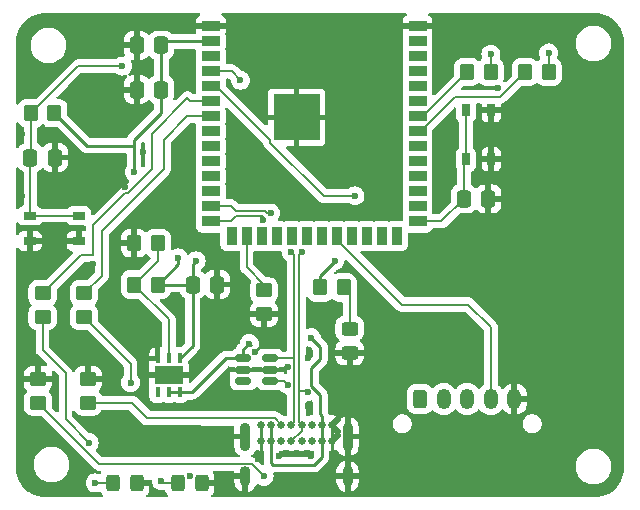
<source format=gtl>
G04 #@! TF.GenerationSoftware,KiCad,Pcbnew,8.0.8*
G04 #@! TF.CreationDate,2025-01-20T22:43:21+09:00*
G04 #@! TF.ProjectId,esp32_primary_board_v0.3.0,65737033-325f-4707-9269-6d6172795f62,rev?*
G04 #@! TF.SameCoordinates,Original*
G04 #@! TF.FileFunction,Copper,L1,Top*
G04 #@! TF.FilePolarity,Positive*
%FSLAX46Y46*%
G04 Gerber Fmt 4.6, Leading zero omitted, Abs format (unit mm)*
G04 Created by KiCad (PCBNEW 8.0.8) date 2025-01-20 22:43:21*
%MOMM*%
%LPD*%
G01*
G04 APERTURE LIST*
G04 Aperture macros list*
%AMRoundRect*
0 Rectangle with rounded corners*
0 $1 Rounding radius*
0 $2 $3 $4 $5 $6 $7 $8 $9 X,Y pos of 4 corners*
0 Add a 4 corners polygon primitive as box body*
4,1,4,$2,$3,$4,$5,$6,$7,$8,$9,$2,$3,0*
0 Add four circle primitives for the rounded corners*
1,1,$1+$1,$2,$3*
1,1,$1+$1,$4,$5*
1,1,$1+$1,$6,$7*
1,1,$1+$1,$8,$9*
0 Add four rect primitives between the rounded corners*
20,1,$1+$1,$2,$3,$4,$5,0*
20,1,$1+$1,$4,$5,$6,$7,0*
20,1,$1+$1,$6,$7,$8,$9,0*
20,1,$1+$1,$8,$9,$2,$3,0*%
G04 Aperture macros list end*
G04 #@! TA.AperFunction,SMDPad,CuDef*
%ADD10RoundRect,0.250000X0.450000X-0.350000X0.450000X0.350000X-0.450000X0.350000X-0.450000X-0.350000X0*%
G04 #@! TD*
G04 #@! TA.AperFunction,SMDPad,CuDef*
%ADD11RoundRect,0.250000X0.325000X0.450000X-0.325000X0.450000X-0.325000X-0.450000X0.325000X-0.450000X0*%
G04 #@! TD*
G04 #@! TA.AperFunction,SMDPad,CuDef*
%ADD12RoundRect,0.250000X0.450000X-0.325000X0.450000X0.325000X-0.450000X0.325000X-0.450000X-0.325000X0*%
G04 #@! TD*
G04 #@! TA.AperFunction,SMDPad,CuDef*
%ADD13RoundRect,0.050000X-0.150000X0.380000X-0.150000X-0.380000X0.150000X-0.380000X0.150000X0.380000X0*%
G04 #@! TD*
G04 #@! TA.AperFunction,SMDPad,CuDef*
%ADD14R,2.370000X1.630000*%
G04 #@! TD*
G04 #@! TA.AperFunction,SMDPad,CuDef*
%ADD15RoundRect,0.250000X0.350000X0.450000X-0.350000X0.450000X-0.350000X-0.450000X0.350000X-0.450000X0*%
G04 #@! TD*
G04 #@! TA.AperFunction,SMDPad,CuDef*
%ADD16R,1.050000X0.650000*%
G04 #@! TD*
G04 #@! TA.AperFunction,ComponentPad*
%ADD17RoundRect,0.250000X-0.350000X-0.512000X0.350000X-0.512000X0.350000X0.512000X-0.350000X0.512000X0*%
G04 #@! TD*
G04 #@! TA.AperFunction,ComponentPad*
%ADD18O,1.200000X1.750000*%
G04 #@! TD*
G04 #@! TA.AperFunction,SMDPad,CuDef*
%ADD19RoundRect,0.250000X-0.350000X-0.450000X0.350000X-0.450000X0.350000X0.450000X-0.350000X0.450000X0*%
G04 #@! TD*
G04 #@! TA.AperFunction,SMDPad,CuDef*
%ADD20RoundRect,0.250000X-0.337500X-0.475000X0.337500X-0.475000X0.337500X0.475000X-0.337500X0.475000X0*%
G04 #@! TD*
G04 #@! TA.AperFunction,ComponentPad*
%ADD21C,0.650000*%
G04 #@! TD*
G04 #@! TA.AperFunction,ComponentPad*
%ADD22O,0.900000X1.700000*%
G04 #@! TD*
G04 #@! TA.AperFunction,ComponentPad*
%ADD23O,0.900000X2.400000*%
G04 #@! TD*
G04 #@! TA.AperFunction,SMDPad,CuDef*
%ADD24R,0.650000X1.050000*%
G04 #@! TD*
G04 #@! TA.AperFunction,SMDPad,CuDef*
%ADD25R,1.500000X0.900000*%
G04 #@! TD*
G04 #@! TA.AperFunction,SMDPad,CuDef*
%ADD26R,0.900000X1.500000*%
G04 #@! TD*
G04 #@! TA.AperFunction,HeatsinkPad*
%ADD27C,0.600000*%
G04 #@! TD*
G04 #@! TA.AperFunction,SMDPad,CuDef*
%ADD28R,3.900000X3.900000*%
G04 #@! TD*
G04 #@! TA.AperFunction,SMDPad,CuDef*
%ADD29RoundRect,0.150000X0.512500X0.150000X-0.512500X0.150000X-0.512500X-0.150000X0.512500X-0.150000X0*%
G04 #@! TD*
G04 #@! TA.AperFunction,ViaPad*
%ADD30C,0.600000*%
G04 #@! TD*
G04 #@! TA.AperFunction,Conductor*
%ADD31C,0.250000*%
G04 #@! TD*
G04 #@! TA.AperFunction,Conductor*
%ADD32C,0.127000*%
G04 #@! TD*
G04 #@! TA.AperFunction,Conductor*
%ADD33C,0.200000*%
G04 #@! TD*
G04 #@! TA.AperFunction,Conductor*
%ADD34C,0.152400*%
G04 #@! TD*
G04 APERTURE END LIST*
D10*
X136500000Y-126000000D03*
X136500000Y-124000000D03*
X117750000Y-126250000D03*
X117750000Y-124250000D03*
D11*
X125725000Y-140300000D03*
X123675000Y-140300000D03*
D12*
X143750000Y-129275000D03*
X143750000Y-127225000D03*
D13*
X129400000Y-129750000D03*
X128450000Y-129750000D03*
X127500000Y-129750000D03*
X127500000Y-132620000D03*
X128450000Y-132620000D03*
X129400000Y-132620000D03*
D14*
X128450000Y-131185000D03*
D15*
X155700000Y-105500000D03*
X153700000Y-105500000D03*
X127500000Y-120000000D03*
X125500000Y-120000000D03*
D16*
X120825000Y-119825000D03*
X116675000Y-119825000D03*
X120825000Y-117675000D03*
X116675000Y-117675000D03*
D17*
X149700000Y-133200000D03*
D18*
X151700000Y-133200000D03*
X153700000Y-133200000D03*
X155700000Y-133200000D03*
X157700000Y-133200000D03*
D19*
X125500000Y-123500000D03*
X127500000Y-123500000D03*
D11*
X131225000Y-140300000D03*
X129175000Y-140300000D03*
D20*
X125712500Y-107000000D03*
X127787500Y-107000000D03*
X130462500Y-123500000D03*
X132537500Y-123500000D03*
D10*
X121250000Y-126250000D03*
X121250000Y-124250000D03*
D20*
X153425000Y-116250000D03*
X155500000Y-116250000D03*
D21*
X136275000Y-135390000D03*
X137125000Y-135390000D03*
X137975000Y-135390000D03*
X138825000Y-135390000D03*
X139675000Y-135390000D03*
X140525000Y-135390000D03*
X141375000Y-135390000D03*
X142225000Y-135390000D03*
X142225000Y-136740000D03*
X141375000Y-136740000D03*
X140525000Y-136740000D03*
X139675000Y-136740000D03*
X138825000Y-136740000D03*
X137975000Y-136740000D03*
X137125000Y-136740000D03*
X136275000Y-136740000D03*
D22*
X134925000Y-139750000D03*
X143575000Y-139750000D03*
D23*
X134925000Y-136370000D03*
X143575000Y-136370000D03*
D20*
X116712500Y-112750000D03*
X118787500Y-112750000D03*
X125712500Y-103250000D03*
X127787500Y-103250000D03*
D24*
X155750000Y-108750000D03*
X155750000Y-112900000D03*
X153600000Y-108750000D03*
X153600000Y-112900000D03*
D15*
X143250000Y-123750000D03*
X141250000Y-123750000D03*
D25*
X132000000Y-101640000D03*
X132000000Y-102910000D03*
X132000000Y-104180000D03*
X132000000Y-105450000D03*
X132000000Y-106720000D03*
X132000000Y-107990000D03*
X132000000Y-109260000D03*
X132000000Y-110530000D03*
X132000000Y-111800000D03*
X132000000Y-113070000D03*
X132000000Y-114340000D03*
X132000000Y-115610000D03*
X132000000Y-116880000D03*
X132000000Y-118150000D03*
D26*
X133765000Y-119400000D03*
X135035000Y-119400000D03*
X136305000Y-119400000D03*
X137575000Y-119400000D03*
X138845000Y-119400000D03*
X140115000Y-119400000D03*
X141385000Y-119400000D03*
X142655000Y-119400000D03*
X143925000Y-119400000D03*
X145195000Y-119400000D03*
X146465000Y-119400000D03*
X147735000Y-119400000D03*
D25*
X149500000Y-118150000D03*
X149500000Y-116880000D03*
X149500000Y-115610000D03*
X149500000Y-114340000D03*
X149500000Y-113070000D03*
X149500000Y-111800000D03*
X149500000Y-110530000D03*
X149500000Y-109260000D03*
X149500000Y-107990000D03*
X149500000Y-106720000D03*
X149500000Y-105450000D03*
X149500000Y-104180000D03*
X149500000Y-102910000D03*
X149500000Y-101640000D03*
D27*
X137850000Y-108660000D03*
X137850000Y-110060000D03*
X138550000Y-107960000D03*
X138550000Y-109360000D03*
X138550000Y-110760000D03*
X139250000Y-108660000D03*
D28*
X139250000Y-109360000D03*
D27*
X139250000Y-110060000D03*
X139950000Y-107960000D03*
X139950000Y-109360000D03*
X139950000Y-110760000D03*
X140650000Y-108660000D03*
X140650000Y-110060000D03*
D15*
X160600000Y-105500000D03*
X158600000Y-105500000D03*
D29*
X137025000Y-131650000D03*
X137025000Y-130700000D03*
X137025000Y-129750000D03*
X134750000Y-129750000D03*
X134750000Y-130700000D03*
X134750000Y-131650000D03*
D10*
X121600000Y-133500000D03*
X121600000Y-131500000D03*
X117350000Y-133500000D03*
X117350000Y-131500000D03*
D15*
X118750000Y-109000000D03*
X116750000Y-109000000D03*
D30*
X154500000Y-123000000D03*
X137750000Y-138000000D03*
X133500000Y-140300000D03*
X130200000Y-139700000D03*
X116200000Y-127600000D03*
X138500000Y-130500000D03*
X156300000Y-106900000D03*
X151750000Y-102000000D03*
X146800000Y-139300000D03*
X149750000Y-123250000D03*
X126250000Y-112250000D03*
X116250000Y-135000000D03*
X133500000Y-132500000D03*
X152400000Y-126800000D03*
X122000000Y-121750000D03*
X135000000Y-114000000D03*
X163500000Y-109000000D03*
X124000000Y-130750000D03*
X124750000Y-115250000D03*
X144000000Y-102750000D03*
X158100000Y-110400000D03*
X144250000Y-108750000D03*
X129250000Y-114500000D03*
X123000000Y-108250000D03*
X142250000Y-138500000D03*
X145500000Y-105500000D03*
X129000000Y-125250000D03*
X127100000Y-141100000D03*
X133250000Y-137750000D03*
X140500000Y-138000000D03*
X136000000Y-111800000D03*
X146400000Y-129300000D03*
X157000000Y-100800000D03*
X146250000Y-112750000D03*
X140250000Y-129750000D03*
X135750000Y-129250000D03*
X140250000Y-133750000D03*
X139000000Y-103000000D03*
X122750000Y-102250000D03*
X133250000Y-125500000D03*
X151500000Y-112900000D03*
X156400000Y-136000000D03*
X144000000Y-106250000D03*
X116000000Y-110750000D03*
X136000000Y-138250000D03*
X130500000Y-106000000D03*
X154500000Y-119500000D03*
X122000000Y-114500000D03*
X136250000Y-102500000D03*
X116000000Y-116000000D03*
X132000000Y-104180000D03*
X124500000Y-105000000D03*
X129250000Y-121250000D03*
X130750000Y-121500000D03*
X142500000Y-121500000D03*
X125500000Y-114000000D03*
X140500000Y-128000000D03*
X135250000Y-128500000D03*
X140183677Y-132566323D03*
X138500000Y-132000000D03*
X137051935Y-117448065D03*
X139677000Y-120780647D03*
X138823000Y-120780647D03*
X136448065Y-118051935D03*
X144200000Y-116000000D03*
X134500000Y-106200000D03*
X122200000Y-140300000D03*
X121700000Y-136900000D03*
X125200000Y-131800000D03*
X127800000Y-140100000D03*
X136500000Y-139750000D03*
X160600000Y-103900000D03*
X155700000Y-104000000D03*
D31*
X142225000Y-138475000D02*
X142250000Y-138500000D01*
X136275000Y-136740000D02*
X136275000Y-137975000D01*
X142225000Y-136740000D02*
X142225000Y-135390000D01*
X142225000Y-136740000D02*
X142225000Y-138475000D01*
X136275000Y-135390000D02*
X136275000Y-136740000D01*
X136275000Y-137975000D02*
X136000000Y-138250000D01*
D32*
X116712500Y-117637500D02*
X116675000Y-117675000D01*
X120750000Y-105000000D02*
X116750000Y-109000000D01*
X116712500Y-112750000D02*
X116712500Y-117637500D01*
X116675000Y-117675000D02*
X120825000Y-117675000D01*
X116750000Y-109000000D02*
X116750000Y-112712500D01*
X124500000Y-105000000D02*
X120750000Y-105000000D01*
X116750000Y-112712500D02*
X116712500Y-112750000D01*
D31*
X130462500Y-123500000D02*
X127500000Y-123500000D01*
X121500000Y-111750000D02*
X118750000Y-109000000D01*
X129400000Y-129750000D02*
X130462500Y-128687500D01*
X141250000Y-123750000D02*
X141250000Y-122750000D01*
X130462500Y-128687500D02*
X130462500Y-123500000D01*
X127500000Y-123500000D02*
X129250000Y-121750000D01*
X132000000Y-102910000D02*
X128127500Y-102910000D01*
X125500000Y-111750000D02*
X125500000Y-111250000D01*
X125500000Y-111750000D02*
X121500000Y-111750000D01*
X130462500Y-123500000D02*
X130462500Y-121787500D01*
X128127500Y-102910000D02*
X127787500Y-103250000D01*
X129250000Y-121750000D02*
X129250000Y-121250000D01*
X127787500Y-108962500D02*
X127787500Y-107000000D01*
X125500000Y-111250000D02*
X127787500Y-108962500D01*
X141250000Y-122750000D02*
X142500000Y-121500000D01*
X125500000Y-114000000D02*
X125500000Y-111750000D01*
X130462500Y-121787500D02*
X130750000Y-121500000D01*
X127787500Y-107000000D02*
X127787500Y-103250000D01*
X140500000Y-132102000D02*
X140500000Y-130571000D01*
X137125000Y-136740000D02*
X137125000Y-138625000D01*
X137125000Y-138625000D02*
X137250000Y-138750000D01*
X133250000Y-129750000D02*
X130380000Y-132620000D01*
X134750000Y-129750000D02*
X134750000Y-129000000D01*
X134750000Y-129000000D02*
X135250000Y-128500000D01*
X141250000Y-129821000D02*
X141250000Y-128750000D01*
X137250000Y-138750000D02*
X140750000Y-138750000D01*
X141375000Y-138125000D02*
X141375000Y-136740000D01*
X140500000Y-130571000D02*
X141250000Y-129821000D01*
X141375000Y-135390000D02*
X141375000Y-134625000D01*
X135362500Y-128612500D02*
X135250000Y-128500000D01*
X141250000Y-132852000D02*
X140500000Y-132102000D01*
X141250000Y-134500000D02*
X141250000Y-132852000D01*
X140750000Y-138750000D02*
X141375000Y-138125000D01*
X129400000Y-132620000D02*
X128450000Y-132620000D01*
X141375000Y-134625000D02*
X141250000Y-134500000D01*
X130380000Y-132620000D02*
X129400000Y-132620000D01*
X141250000Y-128750000D02*
X140500000Y-128000000D01*
X137125000Y-135390000D02*
X137125000Y-136740000D01*
X134750000Y-129750000D02*
X133250000Y-129750000D01*
X141375000Y-136740000D02*
X141375000Y-135390000D01*
D33*
X153425000Y-113325000D02*
X153425000Y-116250000D01*
X153600000Y-108750000D02*
X153600000Y-112900000D01*
X153425000Y-116250000D02*
X151525000Y-118150000D01*
X151525000Y-118150000D02*
X149500000Y-118150000D01*
X153600000Y-113150000D02*
X153425000Y-113325000D01*
X153600000Y-112900000D02*
X153600000Y-113150000D01*
D34*
X140183677Y-132566323D02*
X140117354Y-132500000D01*
X139675000Y-135890000D02*
X138825000Y-136740000D01*
X137051935Y-117448065D02*
X136735434Y-117448065D01*
X139453200Y-132500000D02*
X139453200Y-132000000D01*
X136589169Y-117301800D02*
X134156801Y-117301800D01*
X134156801Y-117301800D02*
X133725001Y-116870000D01*
X140117354Y-132500000D02*
X139453200Y-132500000D01*
X139453200Y-132000000D02*
X139453200Y-127250000D01*
X139453200Y-135168200D02*
X139453200Y-132500000D01*
X139453201Y-127249999D02*
X139453201Y-121004446D01*
X133725001Y-116870000D02*
X132600000Y-116870000D01*
X139675000Y-135390000D02*
X139453200Y-135168200D01*
X139453200Y-127250000D02*
X139453201Y-127249999D01*
X139675000Y-135390000D02*
X139675000Y-135890000D01*
X138150000Y-131650000D02*
X138500000Y-132000000D01*
X136735434Y-117448065D02*
X136589169Y-117301800D01*
X139453201Y-121004446D02*
X139677000Y-120780647D01*
X137025000Y-131650000D02*
X138150000Y-131650000D01*
X139046800Y-129500000D02*
X139046800Y-127250000D01*
X136420831Y-117708200D02*
X134156801Y-117708200D01*
X139046800Y-129750000D02*
X139046800Y-129500000D01*
X137025000Y-129750000D02*
X139046800Y-129750000D01*
X134156801Y-117708200D02*
X133725001Y-118140000D01*
X139046800Y-130000000D02*
X139046800Y-129750000D01*
X139046800Y-127250000D02*
X139046799Y-127249999D01*
X138825000Y-135390000D02*
X139046800Y-135168200D01*
X139046799Y-121004446D02*
X138823000Y-120780647D01*
X139046799Y-127249999D02*
X139046799Y-121004446D01*
X136448065Y-117735434D02*
X136420831Y-117708200D01*
X139046800Y-135168200D02*
X139046800Y-130000000D01*
X136448065Y-118051935D02*
X136448065Y-117735434D01*
X133725001Y-118140000D02*
X132600000Y-118140000D01*
D32*
X128450000Y-126450000D02*
X125500000Y-123500000D01*
X127500000Y-120000000D02*
X127500000Y-121500000D01*
X128450000Y-129750000D02*
X128450000Y-126450000D01*
X127500000Y-121500000D02*
X125500000Y-123500000D01*
D33*
X137027000Y-111277000D02*
X132470000Y-106720000D01*
X137027000Y-111491000D02*
X137027000Y-111277000D01*
X132470000Y-106720000D02*
X132000000Y-106720000D01*
X141536000Y-116000000D02*
X137027000Y-111491000D01*
X144200000Y-116000000D02*
X141536000Y-116000000D01*
X133750000Y-105450000D02*
X134500000Y-106200000D01*
X132000000Y-105450000D02*
X133750000Y-105450000D01*
D32*
X117750000Y-126250000D02*
X117750000Y-129050000D01*
X119700000Y-134900000D02*
X121700000Y-136900000D01*
X117750000Y-129050000D02*
X119700000Y-131000000D01*
X122200000Y-140300000D02*
X123675000Y-140300000D01*
X119700000Y-131000000D02*
X119700000Y-134900000D01*
X125200000Y-130200000D02*
X125200000Y-131800000D01*
X127800000Y-140100000D02*
X128000000Y-140300000D01*
X128000000Y-140300000D02*
X129175000Y-140300000D01*
X121250000Y-126250000D02*
X125200000Y-130200000D01*
D33*
X122000000Y-121000000D02*
X122000000Y-118500000D01*
X117750000Y-124250000D02*
X121000000Y-121000000D01*
X127000000Y-110750000D02*
X130000000Y-107750000D01*
X121000000Y-121000000D02*
X122000000Y-121000000D01*
X122000000Y-118500000D02*
X124723000Y-115777000D01*
X124968291Y-115777000D02*
X127000000Y-113745291D01*
X130240000Y-107990000D02*
X132000000Y-107990000D01*
X127000000Y-113745291D02*
X127000000Y-110750000D01*
X130000000Y-107750000D02*
X130240000Y-107990000D01*
X124723000Y-115777000D02*
X124968291Y-115777000D01*
X122750000Y-119000000D02*
X128000000Y-113750000D01*
X122750000Y-122750000D02*
X122750000Y-119000000D01*
X128000000Y-111250000D02*
X129990000Y-109260000D01*
X128000000Y-113750000D02*
X128000000Y-111250000D01*
X121250000Y-124250000D02*
X122750000Y-122750000D01*
X129990000Y-109260000D02*
X132000000Y-109260000D01*
X143750000Y-127225000D02*
X143750000Y-124250000D01*
X143750000Y-124250000D02*
X143250000Y-123750000D01*
D32*
X122559500Y-138709500D02*
X135459500Y-138709500D01*
X117350000Y-133500000D02*
X122559500Y-138709500D01*
X135459500Y-138709500D02*
X136500000Y-139750000D01*
D33*
X125300000Y-133500000D02*
X121600000Y-133500000D01*
X137975000Y-135390000D02*
X137423000Y-134838000D01*
X126600000Y-134800000D02*
X125300000Y-133500000D01*
X131338000Y-134838000D02*
X131300000Y-134800000D01*
X137423000Y-134838000D02*
X131338000Y-134838000D01*
X131300000Y-134800000D02*
X126600000Y-134800000D01*
D32*
X136500000Y-124000000D02*
X136500000Y-123500000D01*
X135035000Y-122035000D02*
X135035000Y-119400000D01*
X136500000Y-123500000D02*
X135035000Y-122035000D01*
X160600000Y-105500000D02*
X160600000Y-103900000D01*
X155700000Y-105500000D02*
X155700000Y-104000000D01*
D33*
X142655000Y-119700000D02*
X148155000Y-125200000D01*
X148155000Y-125200000D02*
X153800000Y-125200000D01*
X142655000Y-119400000D02*
X142655000Y-119700000D01*
X153800000Y-125200000D02*
X155700000Y-127100000D01*
X155700000Y-127100000D02*
X155700000Y-133200000D01*
D32*
X156500000Y-107600000D02*
X158600000Y-105500000D01*
X149770000Y-110530000D02*
X152700000Y-107600000D01*
X152700000Y-107600000D02*
X156500000Y-107600000D01*
X149500000Y-110530000D02*
X149770000Y-110530000D01*
X149500000Y-109260000D02*
X149940000Y-109260000D01*
X149940000Y-109260000D02*
X153700000Y-105500000D01*
G04 #@! TA.AperFunction,Conductor*
G36*
X115705703Y-118246389D02*
G01*
X115723762Y-118265786D01*
X115792454Y-118357546D01*
X115838643Y-118392123D01*
X115907664Y-118443793D01*
X115907671Y-118443797D01*
X116042517Y-118494091D01*
X116042516Y-118494091D01*
X116049444Y-118494835D01*
X116102127Y-118500500D01*
X117247872Y-118500499D01*
X117307483Y-118494091D01*
X117442331Y-118443796D01*
X117557546Y-118357546D01*
X117580501Y-118326882D01*
X117609093Y-118288689D01*
X117665026Y-118246818D01*
X117708359Y-118239000D01*
X119791641Y-118239000D01*
X119858680Y-118258685D01*
X119890907Y-118288689D01*
X119942452Y-118357544D01*
X119942455Y-118357547D01*
X120057664Y-118443793D01*
X120057671Y-118443797D01*
X120192517Y-118494091D01*
X120192516Y-118494091D01*
X120199444Y-118494835D01*
X120252127Y-118500500D01*
X121275500Y-118500499D01*
X121342539Y-118520183D01*
X121388294Y-118572987D01*
X121399500Y-118624499D01*
X121399500Y-118876000D01*
X121379815Y-118943039D01*
X121327011Y-118988794D01*
X121275500Y-119000000D01*
X121075000Y-119000000D01*
X121075000Y-119701000D01*
X121055315Y-119768039D01*
X121002511Y-119813794D01*
X120951000Y-119825000D01*
X120825000Y-119825000D01*
X120825000Y-119951000D01*
X120805315Y-120018039D01*
X120752511Y-120063794D01*
X120701000Y-120075000D01*
X119800000Y-120075000D01*
X119800000Y-120197844D01*
X119806401Y-120257372D01*
X119806403Y-120257379D01*
X119856645Y-120392086D01*
X119856649Y-120392093D01*
X119942809Y-120507187D01*
X119942812Y-120507190D01*
X120057906Y-120593350D01*
X120057913Y-120593354D01*
X120192620Y-120643596D01*
X120192619Y-120643596D01*
X120218939Y-120646426D01*
X120283490Y-120673164D01*
X120323339Y-120730556D01*
X120325834Y-120800381D01*
X120293366Y-120857397D01*
X118037582Y-123113181D01*
X117976259Y-123146666D01*
X117949901Y-123149500D01*
X117249998Y-123149500D01*
X117249980Y-123149501D01*
X117147203Y-123160000D01*
X117147200Y-123160001D01*
X116980668Y-123215185D01*
X116980663Y-123215187D01*
X116831342Y-123307289D01*
X116707289Y-123431342D01*
X116615187Y-123580663D01*
X116615186Y-123580666D01*
X116560001Y-123747203D01*
X116560001Y-123747204D01*
X116560000Y-123747204D01*
X116549500Y-123849983D01*
X116549500Y-124650001D01*
X116549501Y-124650007D01*
X116560000Y-124752796D01*
X116560001Y-124752799D01*
X116615185Y-124919331D01*
X116615187Y-124919336D01*
X116707289Y-125068657D01*
X116800951Y-125162319D01*
X116834436Y-125223642D01*
X116829452Y-125293334D01*
X116800951Y-125337681D01*
X116707289Y-125431342D01*
X116615187Y-125580663D01*
X116615186Y-125580666D01*
X116560001Y-125747203D01*
X116560001Y-125747204D01*
X116560000Y-125747204D01*
X116549500Y-125849983D01*
X116549500Y-126650001D01*
X116549501Y-126650019D01*
X116560000Y-126752796D01*
X116560001Y-126752799D01*
X116581721Y-126818345D01*
X116615186Y-126919334D01*
X116707288Y-127068656D01*
X116831344Y-127192712D01*
X116980666Y-127284814D01*
X117101004Y-127324690D01*
X117158449Y-127364463D01*
X117185272Y-127428979D01*
X117186000Y-127442396D01*
X117186000Y-128975747D01*
X117186000Y-129124253D01*
X117205797Y-129198135D01*
X117211531Y-129219536D01*
X117224435Y-129267697D01*
X117224436Y-129267698D01*
X117298687Y-129396304D01*
X117298689Y-129396306D01*
X117410761Y-129508378D01*
X117410767Y-129508383D01*
X118121422Y-130219038D01*
X118154907Y-130280361D01*
X118149923Y-130350053D01*
X118108051Y-130405986D01*
X118042587Y-130430403D01*
X117994738Y-130424425D01*
X117952700Y-130410495D01*
X117952690Y-130410493D01*
X117849986Y-130400000D01*
X117600000Y-130400000D01*
X117600000Y-131250000D01*
X118549999Y-131250000D01*
X118549999Y-131100028D01*
X118549998Y-131100013D01*
X118539506Y-130997304D01*
X118525575Y-130955264D01*
X118523173Y-130885435D01*
X118558904Y-130825393D01*
X118621425Y-130794200D01*
X118690884Y-130801760D01*
X118730962Y-130828578D01*
X119099681Y-131197297D01*
X119133166Y-131258620D01*
X119136000Y-131284978D01*
X119136000Y-134189021D01*
X119116315Y-134256060D01*
X119063511Y-134301815D01*
X118994353Y-134311759D01*
X118930797Y-134282734D01*
X118924319Y-134276702D01*
X118586818Y-133939202D01*
X118553333Y-133877879D01*
X118550499Y-133851529D01*
X118550499Y-133099992D01*
X118541475Y-133011657D01*
X118539999Y-132997203D01*
X118539998Y-132997200D01*
X118521184Y-132940423D01*
X118484814Y-132830666D01*
X118392712Y-132681344D01*
X118298695Y-132587327D01*
X118265210Y-132526004D01*
X118270194Y-132456312D01*
X118298695Y-132411964D01*
X118392317Y-132318342D01*
X118484356Y-132169124D01*
X118484358Y-132169119D01*
X118539505Y-132002697D01*
X118539506Y-132002690D01*
X118549999Y-131899986D01*
X118550000Y-131899973D01*
X118550000Y-131750000D01*
X116150001Y-131750000D01*
X116150001Y-131899986D01*
X116160494Y-132002697D01*
X116215641Y-132169119D01*
X116215643Y-132169124D01*
X116307684Y-132318345D01*
X116401304Y-132411965D01*
X116434789Y-132473288D01*
X116429805Y-132542980D01*
X116401305Y-132587327D01*
X116307287Y-132681345D01*
X116215187Y-132830663D01*
X116215185Y-132830668D01*
X116192377Y-132899499D01*
X116160001Y-132997203D01*
X116160001Y-132997204D01*
X116160000Y-132997204D01*
X116149500Y-133099983D01*
X116149500Y-133900001D01*
X116149501Y-133900019D01*
X116160000Y-134002796D01*
X116160001Y-134002799D01*
X116215185Y-134169331D01*
X116215187Y-134169336D01*
X116250069Y-134225888D01*
X116307288Y-134318656D01*
X116431344Y-134442712D01*
X116580666Y-134534814D01*
X116747203Y-134589999D01*
X116849991Y-134600500D01*
X117601521Y-134600499D01*
X117668560Y-134620183D01*
X117689201Y-134636817D01*
X122213196Y-139160813D01*
X122213197Y-139160814D01*
X122213199Y-139160815D01*
X122341800Y-139235063D01*
X122341801Y-139235063D01*
X122341804Y-139235065D01*
X122485248Y-139273501D01*
X122485251Y-139273501D01*
X122601632Y-139273501D01*
X122668671Y-139293186D01*
X122714426Y-139345990D01*
X122724370Y-139415148D01*
X122707170Y-139462599D01*
X122674919Y-139514885D01*
X122622971Y-139561609D01*
X122554008Y-139572830D01*
X122528427Y-139566829D01*
X122379257Y-139514632D01*
X122379249Y-139514630D01*
X122200004Y-139494435D01*
X122199996Y-139494435D01*
X122020750Y-139514630D01*
X122020745Y-139514631D01*
X121850476Y-139574211D01*
X121697737Y-139670184D01*
X121570184Y-139797737D01*
X121474211Y-139950476D01*
X121414631Y-140120745D01*
X121414630Y-140120750D01*
X121394435Y-140299996D01*
X121394435Y-140300003D01*
X121414630Y-140479249D01*
X121414631Y-140479254D01*
X121474211Y-140649523D01*
X121479208Y-140657475D01*
X121570184Y-140802262D01*
X121697738Y-140929816D01*
X121850478Y-141025789D01*
X121974928Y-141069336D01*
X122020745Y-141085368D01*
X122020750Y-141085369D01*
X122199996Y-141105565D01*
X122200000Y-141105565D01*
X122200004Y-141105565D01*
X122379249Y-141085369D01*
X122379252Y-141085368D01*
X122379255Y-141085368D01*
X122379256Y-141085367D01*
X122379259Y-141085367D01*
X122425072Y-141069336D01*
X122528428Y-141033169D01*
X122598204Y-141029607D01*
X122658832Y-141064336D01*
X122674918Y-141085113D01*
X122676551Y-141087760D01*
X122757287Y-141218655D01*
X122826451Y-141287819D01*
X122859936Y-141349142D01*
X122854952Y-141418834D01*
X122813080Y-141474767D01*
X122747616Y-141499184D01*
X122738770Y-141499500D01*
X118003751Y-141499500D01*
X117996264Y-141499274D01*
X117706205Y-141481728D01*
X117691340Y-141479923D01*
X117409201Y-141428219D01*
X117394663Y-141424635D01*
X117120832Y-141339306D01*
X117106831Y-141333997D01*
X116845263Y-141216275D01*
X116832004Y-141209316D01*
X116630926Y-141087760D01*
X116586537Y-141060926D01*
X116574217Y-141052422D01*
X116540222Y-141025789D01*
X116360988Y-140885368D01*
X116348426Y-140875526D01*
X116337218Y-140865596D01*
X116134403Y-140662781D01*
X116124473Y-140651573D01*
X116033432Y-140535368D01*
X115947573Y-140425776D01*
X115939075Y-140413465D01*
X115790680Y-140167989D01*
X115783727Y-140154743D01*
X115666000Y-139893163D01*
X115660693Y-139879167D01*
X115660177Y-139877512D01*
X115575363Y-139605335D01*
X115571780Y-139590798D01*
X115539591Y-139415147D01*
X115520075Y-139308657D01*
X115518271Y-139293794D01*
X115517043Y-139273500D01*
X115500726Y-139003736D01*
X115500500Y-138996249D01*
X115500500Y-138631902D01*
X116999500Y-138631902D01*
X116999500Y-138868097D01*
X117036446Y-139101368D01*
X117109433Y-139325996D01*
X117185863Y-139475996D01*
X117216657Y-139536433D01*
X117355483Y-139727510D01*
X117522490Y-139894517D01*
X117713567Y-140033343D01*
X117796807Y-140075756D01*
X117924003Y-140140566D01*
X117924005Y-140140566D01*
X117924008Y-140140568D01*
X118026901Y-140174000D01*
X118148631Y-140213553D01*
X118381903Y-140250500D01*
X118381908Y-140250500D01*
X118618097Y-140250500D01*
X118851368Y-140213553D01*
X119075992Y-140140568D01*
X119286433Y-140033343D01*
X119477510Y-139894517D01*
X119644517Y-139727510D01*
X119783343Y-139536433D01*
X119890568Y-139325992D01*
X119963553Y-139101368D01*
X119976743Y-139018092D01*
X120000500Y-138868097D01*
X120000500Y-138631902D01*
X119963553Y-138398631D01*
X119917920Y-138258189D01*
X119890568Y-138174008D01*
X119890566Y-138174005D01*
X119890566Y-138174003D01*
X119818970Y-138033489D01*
X119783343Y-137963567D01*
X119644517Y-137772490D01*
X119477510Y-137605483D01*
X119286433Y-137466657D01*
X119262672Y-137454550D01*
X119075996Y-137359433D01*
X118851368Y-137286446D01*
X118618097Y-137249500D01*
X118618092Y-137249500D01*
X118381908Y-137249500D01*
X118381903Y-137249500D01*
X118148631Y-137286446D01*
X117924003Y-137359433D01*
X117713566Y-137466657D01*
X117626636Y-137529816D01*
X117522490Y-137605483D01*
X117522488Y-137605485D01*
X117522487Y-137605485D01*
X117355485Y-137772487D01*
X117355485Y-137772488D01*
X117355483Y-137772490D01*
X117324927Y-137814547D01*
X117216657Y-137963566D01*
X117109433Y-138174003D01*
X117036446Y-138398631D01*
X116999500Y-138631902D01*
X115500500Y-138631902D01*
X115500500Y-131100013D01*
X116150000Y-131100013D01*
X116150000Y-131250000D01*
X117100000Y-131250000D01*
X117100000Y-130400000D01*
X116850029Y-130400000D01*
X116850012Y-130400001D01*
X116747302Y-130410494D01*
X116580880Y-130465641D01*
X116580875Y-130465643D01*
X116431654Y-130557684D01*
X116307684Y-130681654D01*
X116215643Y-130830875D01*
X116215641Y-130830880D01*
X116160494Y-130997302D01*
X116160493Y-130997309D01*
X116150000Y-131100013D01*
X115500500Y-131100013D01*
X115500500Y-120489269D01*
X115520185Y-120422230D01*
X115572989Y-120376475D01*
X115642147Y-120366531D01*
X115705703Y-120395556D01*
X115723766Y-120414958D01*
X115792809Y-120507187D01*
X115792812Y-120507190D01*
X115907906Y-120593350D01*
X115907913Y-120593354D01*
X116042620Y-120643596D01*
X116042627Y-120643598D01*
X116102155Y-120649999D01*
X116102172Y-120650000D01*
X116425000Y-120650000D01*
X116925000Y-120650000D01*
X117247828Y-120650000D01*
X117247844Y-120649999D01*
X117307372Y-120643598D01*
X117307379Y-120643596D01*
X117442086Y-120593354D01*
X117442093Y-120593350D01*
X117557187Y-120507190D01*
X117557190Y-120507187D01*
X117643350Y-120392093D01*
X117643354Y-120392086D01*
X117693596Y-120257379D01*
X117693598Y-120257372D01*
X117699999Y-120197844D01*
X117700000Y-120197827D01*
X117700000Y-120075000D01*
X116925000Y-120075000D01*
X116925000Y-120650000D01*
X116425000Y-120650000D01*
X116425000Y-119575000D01*
X116925000Y-119575000D01*
X117700000Y-119575000D01*
X117700000Y-119452172D01*
X117699999Y-119452155D01*
X119800000Y-119452155D01*
X119800000Y-119575000D01*
X120575000Y-119575000D01*
X120575000Y-119000000D01*
X120252155Y-119000000D01*
X120192627Y-119006401D01*
X120192620Y-119006403D01*
X120057913Y-119056645D01*
X120057906Y-119056649D01*
X119942812Y-119142809D01*
X119942809Y-119142812D01*
X119856649Y-119257906D01*
X119856645Y-119257913D01*
X119806403Y-119392620D01*
X119806401Y-119392627D01*
X119800000Y-119452155D01*
X117699999Y-119452155D01*
X117693598Y-119392627D01*
X117693596Y-119392620D01*
X117643354Y-119257913D01*
X117643350Y-119257906D01*
X117557190Y-119142812D01*
X117557187Y-119142809D01*
X117442093Y-119056649D01*
X117442086Y-119056645D01*
X117307379Y-119006403D01*
X117307372Y-119006401D01*
X117247844Y-119000000D01*
X116925000Y-119000000D01*
X116925000Y-119575000D01*
X116425000Y-119575000D01*
X116425000Y-119000000D01*
X116102155Y-119000000D01*
X116042627Y-119006401D01*
X116042620Y-119006403D01*
X115907913Y-119056645D01*
X115907906Y-119056649D01*
X115792812Y-119142809D01*
X115723766Y-119235042D01*
X115667832Y-119276912D01*
X115598140Y-119281896D01*
X115536817Y-119248410D01*
X115503333Y-119187086D01*
X115500500Y-119160730D01*
X115500500Y-118340102D01*
X115520185Y-118273063D01*
X115572989Y-118227308D01*
X115642147Y-118217364D01*
X115705703Y-118246389D01*
G37*
G04 #@! TD.AperFunction*
G04 #@! TA.AperFunction,Conductor*
G36*
X126918622Y-140033886D02*
G01*
X126974557Y-140075756D01*
X126998511Y-140136185D01*
X127014630Y-140279250D01*
X127014631Y-140279254D01*
X127074211Y-140449523D01*
X127140842Y-140555565D01*
X127170184Y-140602262D01*
X127297738Y-140729816D01*
X127450478Y-140825789D01*
X127592618Y-140875526D01*
X127620745Y-140885368D01*
X127620750Y-140885369D01*
X127799996Y-140905565D01*
X127800000Y-140905565D01*
X127800004Y-140905565D01*
X127956667Y-140887913D01*
X127979255Y-140885368D01*
X127979265Y-140885364D01*
X127985573Y-140883925D01*
X128055312Y-140888193D01*
X128111673Y-140929487D01*
X128130881Y-140965809D01*
X128165186Y-141069334D01*
X128257287Y-141218655D01*
X128257289Y-141218657D01*
X128326451Y-141287819D01*
X128359936Y-141349142D01*
X128354952Y-141418834D01*
X128313080Y-141474767D01*
X128247616Y-141499184D01*
X128238770Y-141499500D01*
X126660523Y-141499500D01*
X126593484Y-141479815D01*
X126547729Y-141427011D01*
X126537785Y-141357853D01*
X126566810Y-141294297D01*
X126572842Y-141287819D01*
X126642315Y-141218345D01*
X126734356Y-141069124D01*
X126734358Y-141069119D01*
X126789505Y-140902697D01*
X126789506Y-140902690D01*
X126799999Y-140799986D01*
X126800000Y-140799973D01*
X126800000Y-140550000D01*
X125849000Y-140550000D01*
X125781961Y-140530315D01*
X125736206Y-140477511D01*
X125725000Y-140426000D01*
X125725000Y-140174000D01*
X125744685Y-140106961D01*
X125797489Y-140061206D01*
X125849000Y-140050000D01*
X126810297Y-140050000D01*
X126848930Y-140028903D01*
X126918622Y-140033886D01*
G37*
G04 #@! TD.AperFunction*
G04 #@! TA.AperFunction,Conductor*
G36*
X131047609Y-100520185D02*
G01*
X131093364Y-100572989D01*
X131103308Y-100642147D01*
X131074283Y-100705703D01*
X131023903Y-100740682D01*
X131007913Y-100746645D01*
X131007906Y-100746649D01*
X130892812Y-100832809D01*
X130892809Y-100832812D01*
X130806649Y-100947906D01*
X130806645Y-100947913D01*
X130756403Y-101082620D01*
X130756401Y-101082627D01*
X130750000Y-101142155D01*
X130750000Y-101390000D01*
X133250000Y-101390000D01*
X133250000Y-101142172D01*
X133249999Y-101142155D01*
X133243598Y-101082627D01*
X133243596Y-101082620D01*
X133193354Y-100947913D01*
X133193350Y-100947906D01*
X133107190Y-100832812D01*
X133107187Y-100832809D01*
X132992093Y-100746649D01*
X132992086Y-100746645D01*
X132976097Y-100740682D01*
X132920163Y-100698811D01*
X132895746Y-100633347D01*
X132910597Y-100565074D01*
X132960002Y-100515668D01*
X133019430Y-100500500D01*
X148480570Y-100500500D01*
X148547609Y-100520185D01*
X148593364Y-100572989D01*
X148603308Y-100642147D01*
X148574283Y-100705703D01*
X148523903Y-100740682D01*
X148507913Y-100746645D01*
X148507906Y-100746649D01*
X148392812Y-100832809D01*
X148392809Y-100832812D01*
X148306649Y-100947906D01*
X148306645Y-100947913D01*
X148256403Y-101082620D01*
X148256401Y-101082627D01*
X148250000Y-101142155D01*
X148250000Y-101390000D01*
X150750000Y-101390000D01*
X150750000Y-101142172D01*
X150749999Y-101142155D01*
X150743598Y-101082627D01*
X150743596Y-101082620D01*
X150693354Y-100947913D01*
X150693350Y-100947906D01*
X150607190Y-100832812D01*
X150607187Y-100832809D01*
X150492093Y-100746649D01*
X150492086Y-100746645D01*
X150476097Y-100740682D01*
X150420163Y-100698811D01*
X150395746Y-100633347D01*
X150410597Y-100565074D01*
X150460002Y-100515668D01*
X150519430Y-100500500D01*
X164434108Y-100500500D01*
X164496249Y-100500500D01*
X164503736Y-100500726D01*
X164793796Y-100518271D01*
X164808657Y-100520075D01*
X165090798Y-100571780D01*
X165105335Y-100575363D01*
X165379172Y-100660695D01*
X165393163Y-100666000D01*
X165654743Y-100783727D01*
X165667989Y-100790680D01*
X165913465Y-100939075D01*
X165925776Y-100947573D01*
X166151573Y-101124473D01*
X166162781Y-101134403D01*
X166365596Y-101337218D01*
X166375526Y-101348426D01*
X166495481Y-101501538D01*
X166552422Y-101574217D01*
X166560926Y-101586537D01*
X166591097Y-101636446D01*
X166709316Y-101832004D01*
X166716275Y-101845263D01*
X166833997Y-102106831D01*
X166839306Y-102120832D01*
X166924635Y-102394663D01*
X166928219Y-102409201D01*
X166979923Y-102691340D01*
X166981728Y-102706205D01*
X166999274Y-102996263D01*
X166999500Y-103003750D01*
X166999500Y-138996249D01*
X166999274Y-139003736D01*
X166981728Y-139293794D01*
X166979923Y-139308659D01*
X166928219Y-139590798D01*
X166924635Y-139605336D01*
X166839306Y-139879167D01*
X166833997Y-139893168D01*
X166716275Y-140154736D01*
X166709316Y-140167995D01*
X166560928Y-140413459D01*
X166552422Y-140425782D01*
X166375526Y-140651573D01*
X166365596Y-140662781D01*
X166162781Y-140865596D01*
X166151573Y-140875526D01*
X165925782Y-141052422D01*
X165913459Y-141060928D01*
X165667995Y-141209316D01*
X165654736Y-141216275D01*
X165393168Y-141333997D01*
X165379167Y-141339306D01*
X165105336Y-141424635D01*
X165090798Y-141428219D01*
X164808659Y-141479923D01*
X164793794Y-141481728D01*
X164503736Y-141499274D01*
X164496249Y-141499500D01*
X132160523Y-141499500D01*
X132093484Y-141479815D01*
X132047729Y-141427011D01*
X132037785Y-141357853D01*
X132066810Y-141294297D01*
X132072842Y-141287819D01*
X132142315Y-141218345D01*
X132234356Y-141069124D01*
X132234358Y-141069119D01*
X132289505Y-140902697D01*
X132289506Y-140902690D01*
X132299999Y-140799986D01*
X132300000Y-140799973D01*
X132300000Y-140550000D01*
X131349000Y-140550000D01*
X131281961Y-140530315D01*
X131236206Y-140477511D01*
X131225000Y-140426000D01*
X131225000Y-140174000D01*
X131244685Y-140106961D01*
X131297489Y-140061206D01*
X131349000Y-140050000D01*
X132299999Y-140050000D01*
X132299999Y-139800028D01*
X132299998Y-139800013D01*
X132289505Y-139697302D01*
X132234358Y-139530880D01*
X132234353Y-139530869D01*
X132192242Y-139462597D01*
X132173801Y-139395205D01*
X132194723Y-139328541D01*
X132248365Y-139283772D01*
X132297780Y-139273500D01*
X133851000Y-139273500D01*
X133918039Y-139293185D01*
X133963794Y-139345989D01*
X133975000Y-139397500D01*
X133975000Y-139500000D01*
X134625000Y-139500000D01*
X134625000Y-140000000D01*
X133975000Y-140000000D01*
X133975000Y-140243571D01*
X134011506Y-140427097D01*
X134011508Y-140427105D01*
X134083119Y-140599991D01*
X134083124Y-140600000D01*
X134187086Y-140755589D01*
X134187089Y-140755593D01*
X134319406Y-140887910D01*
X134319410Y-140887913D01*
X134474999Y-140991875D01*
X134475012Y-140991882D01*
X134647889Y-141063489D01*
X134647896Y-141063491D01*
X134675000Y-141068882D01*
X134675000Y-140316988D01*
X134684940Y-140334205D01*
X134740795Y-140390060D01*
X134809204Y-140429556D01*
X134885504Y-140450000D01*
X134964496Y-140450000D01*
X135040796Y-140429556D01*
X135109205Y-140390060D01*
X135165060Y-140334205D01*
X135175000Y-140316988D01*
X135175000Y-141068881D01*
X135202103Y-141063491D01*
X135202110Y-141063489D01*
X135374987Y-140991882D01*
X135375000Y-140991875D01*
X135530589Y-140887913D01*
X135530593Y-140887910D01*
X135662910Y-140755593D01*
X135662913Y-140755589D01*
X135766875Y-140600000D01*
X135766882Y-140599987D01*
X135830726Y-140445853D01*
X135874567Y-140391449D01*
X135940861Y-140369384D01*
X136008560Y-140386663D01*
X136011234Y-140388296D01*
X136057791Y-140417550D01*
X136150475Y-140475788D01*
X136320745Y-140535368D01*
X136320750Y-140535369D01*
X136499996Y-140555565D01*
X136500000Y-140555565D01*
X136500004Y-140555565D01*
X136679249Y-140535369D01*
X136679252Y-140535368D01*
X136679255Y-140535368D01*
X136849522Y-140475789D01*
X137002262Y-140379816D01*
X137129816Y-140252262D01*
X137225789Y-140099522D01*
X137285368Y-139929255D01*
X137288434Y-139902048D01*
X137305565Y-139750000D01*
X137305565Y-139749996D01*
X137285369Y-139570750D01*
X137285366Y-139570737D01*
X137274770Y-139540455D01*
X137271208Y-139470676D01*
X137305936Y-139410049D01*
X137367930Y-139377821D01*
X137391811Y-139375500D01*
X140811607Y-139375500D01*
X140872029Y-139363481D01*
X140932452Y-139351463D01*
X140932455Y-139351461D01*
X140932458Y-139351461D01*
X140965787Y-139337654D01*
X140965786Y-139337654D01*
X140965792Y-139337652D01*
X141046286Y-139304312D01*
X141097509Y-139270084D01*
X141117947Y-139256428D01*
X142625000Y-139256428D01*
X142625000Y-139500000D01*
X143275000Y-139500000D01*
X143275000Y-140000000D01*
X142625000Y-140000000D01*
X142625000Y-140243571D01*
X142661506Y-140427097D01*
X142661508Y-140427105D01*
X142733119Y-140599991D01*
X142733124Y-140600000D01*
X142837086Y-140755589D01*
X142837089Y-140755593D01*
X142969406Y-140887910D01*
X142969410Y-140887913D01*
X143124999Y-140991875D01*
X143125012Y-140991882D01*
X143297889Y-141063489D01*
X143297896Y-141063491D01*
X143325000Y-141068882D01*
X143325000Y-140316988D01*
X143334940Y-140334205D01*
X143390795Y-140390060D01*
X143459204Y-140429556D01*
X143535504Y-140450000D01*
X143614496Y-140450000D01*
X143690796Y-140429556D01*
X143759205Y-140390060D01*
X143815060Y-140334205D01*
X143825000Y-140316988D01*
X143825000Y-141068881D01*
X143852103Y-141063491D01*
X143852110Y-141063489D01*
X144024987Y-140991882D01*
X144025000Y-140991875D01*
X144180589Y-140887913D01*
X144180593Y-140887910D01*
X144312910Y-140755593D01*
X144312913Y-140755589D01*
X144416875Y-140600000D01*
X144416880Y-140599991D01*
X144488491Y-140427105D01*
X144488493Y-140427097D01*
X144524999Y-140243571D01*
X144525000Y-140243569D01*
X144525000Y-140000000D01*
X143875000Y-140000000D01*
X143875000Y-139500000D01*
X144525000Y-139500000D01*
X144525000Y-139256430D01*
X144524999Y-139256428D01*
X144488493Y-139072902D01*
X144488491Y-139072894D01*
X144416880Y-138900008D01*
X144416875Y-138899999D01*
X144337965Y-138781902D01*
X162899500Y-138781902D01*
X162899500Y-139018097D01*
X162936446Y-139251368D01*
X163009433Y-139475996D01*
X163108378Y-139670184D01*
X163116657Y-139686433D01*
X163255483Y-139877510D01*
X163422490Y-140044517D01*
X163613567Y-140183343D01*
X163712991Y-140234002D01*
X163824003Y-140290566D01*
X163824005Y-140290566D01*
X163824008Y-140290568D01*
X163944412Y-140329689D01*
X164048631Y-140363553D01*
X164281903Y-140400500D01*
X164281908Y-140400500D01*
X164518097Y-140400500D01*
X164751368Y-140363553D01*
X164975992Y-140290568D01*
X165186433Y-140183343D01*
X165377510Y-140044517D01*
X165544517Y-139877510D01*
X165683343Y-139686433D01*
X165790568Y-139475992D01*
X165863553Y-139251368D01*
X165866135Y-139235063D01*
X165900500Y-139018097D01*
X165900500Y-138781902D01*
X165863553Y-138548631D01*
X165814815Y-138398632D01*
X165790568Y-138324008D01*
X165790566Y-138324005D01*
X165790566Y-138324003D01*
X165714139Y-138174008D01*
X165683343Y-138113567D01*
X165544517Y-137922490D01*
X165377510Y-137755483D01*
X165186433Y-137616657D01*
X165164503Y-137605483D01*
X164975996Y-137509433D01*
X164751368Y-137436446D01*
X164518097Y-137399500D01*
X164518092Y-137399500D01*
X164281908Y-137399500D01*
X164281903Y-137399500D01*
X164048631Y-137436446D01*
X163824003Y-137509433D01*
X163613566Y-137616657D01*
X163515051Y-137688233D01*
X163422490Y-137755483D01*
X163422488Y-137755485D01*
X163422487Y-137755485D01*
X163255485Y-137922487D01*
X163255485Y-137922488D01*
X163255483Y-137922490D01*
X163225639Y-137963567D01*
X163116657Y-138113566D01*
X163009433Y-138324003D01*
X162936446Y-138548631D01*
X162899500Y-138781902D01*
X144337965Y-138781902D01*
X144312913Y-138744410D01*
X144312910Y-138744406D01*
X144180593Y-138612089D01*
X144180589Y-138612086D01*
X144025000Y-138508124D01*
X144024991Y-138508119D01*
X143852103Y-138436507D01*
X143852100Y-138436506D01*
X143825000Y-138431115D01*
X143825000Y-139183011D01*
X143815060Y-139165795D01*
X143759205Y-139109940D01*
X143690796Y-139070444D01*
X143614496Y-139050000D01*
X143535504Y-139050000D01*
X143459204Y-139070444D01*
X143390795Y-139109940D01*
X143334940Y-139165795D01*
X143325000Y-139183011D01*
X143325000Y-138431116D01*
X143324999Y-138431115D01*
X143297899Y-138436506D01*
X143297896Y-138436507D01*
X143125008Y-138508119D01*
X143124999Y-138508124D01*
X142969410Y-138612086D01*
X142969406Y-138612089D01*
X142837089Y-138744406D01*
X142837086Y-138744410D01*
X142733124Y-138899999D01*
X142733119Y-138900008D01*
X142661508Y-139072894D01*
X142661506Y-139072902D01*
X142625000Y-139256428D01*
X141117947Y-139256428D01*
X141148733Y-139235858D01*
X141235858Y-139148733D01*
X141235858Y-139148731D01*
X141246066Y-139138524D01*
X141246067Y-139138521D01*
X141860857Y-138523734D01*
X141907643Y-138453715D01*
X141929311Y-138421286D01*
X141976463Y-138307452D01*
X141986262Y-138258187D01*
X141992611Y-138226270D01*
X141992611Y-138226267D01*
X142000500Y-138186607D01*
X142000500Y-138063394D01*
X142000500Y-137688233D01*
X142020185Y-137621194D01*
X142072989Y-137575439D01*
X142131790Y-137565841D01*
X142131790Y-137565000D01*
X142136948Y-137565000D01*
X142137475Y-137564914D01*
X142138292Y-137565000D01*
X142311711Y-137565000D01*
X142481342Y-137528943D01*
X142481347Y-137528941D01*
X142563276Y-137492464D01*
X142632526Y-137483179D01*
X142695803Y-137512807D01*
X142728273Y-137558291D01*
X142733117Y-137569987D01*
X142733124Y-137570000D01*
X142837086Y-137725589D01*
X142837089Y-137725593D01*
X142969406Y-137857910D01*
X142969410Y-137857913D01*
X143124999Y-137961875D01*
X143125012Y-137961882D01*
X143297889Y-138033489D01*
X143297896Y-138033491D01*
X143325000Y-138038882D01*
X143325000Y-137286988D01*
X143334940Y-137304205D01*
X143390795Y-137360060D01*
X143459204Y-137399556D01*
X143535504Y-137420000D01*
X143614496Y-137420000D01*
X143690796Y-137399556D01*
X143759205Y-137360060D01*
X143815060Y-137304205D01*
X143825000Y-137286988D01*
X143825000Y-138038881D01*
X143852103Y-138033491D01*
X143852110Y-138033489D01*
X144024987Y-137961882D01*
X144025000Y-137961875D01*
X144180589Y-137857913D01*
X144180593Y-137857910D01*
X144312910Y-137725593D01*
X144312913Y-137725589D01*
X144416875Y-137570000D01*
X144416880Y-137569991D01*
X144488491Y-137397105D01*
X144488493Y-137397097D01*
X144524999Y-137213571D01*
X144525000Y-137213569D01*
X144525000Y-136620000D01*
X143875000Y-136620000D01*
X143875000Y-136120000D01*
X144525000Y-136120000D01*
X144525000Y-135526430D01*
X144524999Y-135526428D01*
X144488493Y-135342902D01*
X144488491Y-135342894D01*
X144438065Y-135221153D01*
X147399500Y-135221153D01*
X147399500Y-135378846D01*
X147430261Y-135533489D01*
X147430264Y-135533501D01*
X147490602Y-135679172D01*
X147490609Y-135679185D01*
X147578210Y-135810288D01*
X147578213Y-135810292D01*
X147689707Y-135921786D01*
X147689711Y-135921789D01*
X147820814Y-136009390D01*
X147820827Y-136009397D01*
X147949620Y-136062744D01*
X147966503Y-136069737D01*
X148121153Y-136100499D01*
X148121156Y-136100500D01*
X148121158Y-136100500D01*
X148278844Y-136100500D01*
X148278845Y-136100499D01*
X148433497Y-136069737D01*
X148557784Y-136018256D01*
X148579172Y-136009397D01*
X148579172Y-136009396D01*
X148579179Y-136009394D01*
X148710289Y-135921789D01*
X148821789Y-135810289D01*
X148909394Y-135679179D01*
X148969737Y-135533497D01*
X149000500Y-135378842D01*
X149000500Y-135221158D01*
X149000500Y-135221155D01*
X149000499Y-135221153D01*
X149000303Y-135220168D01*
X158389500Y-135220168D01*
X158389500Y-135379831D01*
X158420645Y-135536406D01*
X158420648Y-135536418D01*
X158481742Y-135683914D01*
X158481744Y-135683918D01*
X158570439Y-135816659D01*
X158570445Y-135816667D01*
X158683332Y-135929554D01*
X158683340Y-135929560D01*
X158816081Y-136018255D01*
X158816085Y-136018257D01*
X158940373Y-136069738D01*
X158963586Y-136079353D01*
X159120168Y-136110499D01*
X159120172Y-136110500D01*
X159120173Y-136110500D01*
X159279828Y-136110500D01*
X159279829Y-136110499D01*
X159436414Y-136079353D01*
X159583916Y-136018256D01*
X159583918Y-136018255D01*
X159713241Y-135931844D01*
X159716664Y-135929557D01*
X159829557Y-135816664D01*
X159918256Y-135683916D01*
X159926991Y-135662829D01*
X159979351Y-135536418D01*
X159979353Y-135536414D01*
X160010500Y-135379827D01*
X160010500Y-135220173D01*
X159979353Y-135063586D01*
X159979351Y-135063581D01*
X159918257Y-134916085D01*
X159918255Y-134916081D01*
X159829560Y-134783340D01*
X159829554Y-134783332D01*
X159716667Y-134670445D01*
X159716659Y-134670439D01*
X159583918Y-134581744D01*
X159583914Y-134581742D01*
X159436418Y-134520648D01*
X159436406Y-134520645D01*
X159279831Y-134489500D01*
X159279827Y-134489500D01*
X159120173Y-134489500D01*
X159120168Y-134489500D01*
X158963593Y-134520645D01*
X158963581Y-134520648D01*
X158816085Y-134581742D01*
X158816081Y-134581744D01*
X158683340Y-134670439D01*
X158683332Y-134670445D01*
X158570445Y-134783332D01*
X158570439Y-134783340D01*
X158481744Y-134916081D01*
X158481742Y-134916085D01*
X158420648Y-135063581D01*
X158420645Y-135063593D01*
X158389500Y-135220168D01*
X149000303Y-135220168D01*
X148992681Y-135181848D01*
X148969737Y-135066503D01*
X148948158Y-135014406D01*
X148909397Y-134920827D01*
X148909390Y-134920814D01*
X148821789Y-134789711D01*
X148821786Y-134789707D01*
X148710292Y-134678213D01*
X148710288Y-134678210D01*
X148579185Y-134590609D01*
X148579172Y-134590602D01*
X148433501Y-134530264D01*
X148433489Y-134530261D01*
X148278845Y-134499500D01*
X148278842Y-134499500D01*
X148121158Y-134499500D01*
X148121155Y-134499500D01*
X147966510Y-134530261D01*
X147966498Y-134530264D01*
X147820827Y-134590602D01*
X147820814Y-134590609D01*
X147689711Y-134678210D01*
X147689707Y-134678213D01*
X147578213Y-134789707D01*
X147578210Y-134789711D01*
X147490609Y-134920814D01*
X147490602Y-134920827D01*
X147430264Y-135066498D01*
X147430261Y-135066510D01*
X147399500Y-135221153D01*
X144438065Y-135221153D01*
X144416880Y-135170008D01*
X144416875Y-135169999D01*
X144312913Y-135014410D01*
X144312910Y-135014406D01*
X144180593Y-134882089D01*
X144180589Y-134882086D01*
X144025000Y-134778124D01*
X144024991Y-134778119D01*
X143852103Y-134706507D01*
X143852100Y-134706506D01*
X143825000Y-134701115D01*
X143825000Y-135453011D01*
X143815060Y-135435795D01*
X143759205Y-135379940D01*
X143690796Y-135340444D01*
X143614496Y-135320000D01*
X143535504Y-135320000D01*
X143459204Y-135340444D01*
X143390795Y-135379940D01*
X143334940Y-135435795D01*
X143325000Y-135453011D01*
X143325000Y-134701116D01*
X143324999Y-134701115D01*
X143297899Y-134706506D01*
X143297896Y-134706507D01*
X143125008Y-134778119D01*
X143124999Y-134778124D01*
X143028307Y-134842732D01*
X143022559Y-134901098D01*
X143020311Y-134900876D01*
X143017884Y-134934824D01*
X142989383Y-134979171D01*
X142578554Y-135390000D01*
X142989383Y-135800829D01*
X143022868Y-135862152D01*
X143017884Y-135931844D01*
X142989383Y-135976191D01*
X142900574Y-136065000D01*
X142989383Y-136153809D01*
X143022868Y-136215132D01*
X143017884Y-136284824D01*
X142989383Y-136329171D01*
X142489458Y-136829096D01*
X142428135Y-136862581D01*
X142388123Y-136859719D01*
X142394552Y-136853291D01*
X142425000Y-136779782D01*
X142425000Y-136700218D01*
X142394552Y-136626709D01*
X142338291Y-136570448D01*
X142264782Y-136540000D01*
X142185218Y-136540000D01*
X142178854Y-136542635D01*
X142175348Y-136531845D01*
X142173353Y-136462004D01*
X142205598Y-136405847D01*
X142546445Y-136064999D01*
X142205598Y-135724152D01*
X142172113Y-135662829D01*
X142175347Y-135598155D01*
X142178854Y-135587364D01*
X142185218Y-135590000D01*
X142264782Y-135590000D01*
X142338291Y-135559552D01*
X142394552Y-135503291D01*
X142425000Y-135429782D01*
X142425000Y-135350218D01*
X142394552Y-135276709D01*
X142338291Y-135220448D01*
X142264782Y-135190000D01*
X142185218Y-135190000D01*
X142178854Y-135192635D01*
X142175347Y-135181844D01*
X142173351Y-135112007D01*
X142205597Y-135055847D01*
X142605230Y-134656215D01*
X142481340Y-134601056D01*
X142311711Y-134565000D01*
X142138288Y-134565000D01*
X142129276Y-134566915D01*
X142059609Y-134561594D01*
X142003878Y-134519453D01*
X141981886Y-134469814D01*
X141978342Y-134451999D01*
X141977684Y-134448688D01*
X141976463Y-134442548D01*
X141971166Y-134429761D01*
X141956954Y-134395449D01*
X141956944Y-134395428D01*
X141956932Y-134395397D01*
X141929312Y-134328715D01*
X141929309Y-134328710D01*
X141896398Y-134279455D01*
X141875520Y-134212778D01*
X141875500Y-134210564D01*
X141875500Y-132790393D01*
X141875499Y-132790389D01*
X141868804Y-132756732D01*
X141851463Y-132669548D01*
X141804311Y-132555714D01*
X141804310Y-132555713D01*
X141804307Y-132555707D01*
X141735858Y-132453267D01*
X141735855Y-132453263D01*
X141645637Y-132363045D01*
X141645606Y-132363016D01*
X141161819Y-131879229D01*
X141128334Y-131817906D01*
X141125500Y-131791548D01*
X141125500Y-130881451D01*
X141145185Y-130814412D01*
X141161815Y-130793774D01*
X141648729Y-130306860D01*
X141648733Y-130306858D01*
X141735858Y-130219733D01*
X141804311Y-130117286D01*
X141851463Y-130003452D01*
X141875500Y-129882606D01*
X141875500Y-129649986D01*
X142550001Y-129649986D01*
X142560494Y-129752697D01*
X142615641Y-129919119D01*
X142615643Y-129919124D01*
X142707684Y-130068345D01*
X142831654Y-130192315D01*
X142980875Y-130284356D01*
X142980880Y-130284358D01*
X143147302Y-130339505D01*
X143147309Y-130339506D01*
X143250019Y-130349999D01*
X143499999Y-130349999D01*
X144000000Y-130349999D01*
X144249972Y-130349999D01*
X144249986Y-130349998D01*
X144352697Y-130339505D01*
X144519119Y-130284358D01*
X144519124Y-130284356D01*
X144668345Y-130192315D01*
X144792315Y-130068345D01*
X144884356Y-129919124D01*
X144884358Y-129919119D01*
X144939505Y-129752697D01*
X144939506Y-129752690D01*
X144949999Y-129649986D01*
X144950000Y-129649973D01*
X144950000Y-129525000D01*
X144000000Y-129525000D01*
X144000000Y-130349999D01*
X143499999Y-130349999D01*
X143500000Y-130349998D01*
X143500000Y-129525000D01*
X142550001Y-129525000D01*
X142550001Y-129649986D01*
X141875500Y-129649986D01*
X141875500Y-128688394D01*
X141851463Y-128567548D01*
X141804311Y-128453714D01*
X141804310Y-128453713D01*
X141804307Y-128453707D01*
X141735858Y-128351267D01*
X141735855Y-128351263D01*
X141645637Y-128261045D01*
X141645606Y-128261016D01*
X141326211Y-127941621D01*
X141292726Y-127880298D01*
X141290673Y-127867838D01*
X141285368Y-127820745D01*
X141225789Y-127650478D01*
X141194083Y-127600019D01*
X141129815Y-127497737D01*
X141002262Y-127370184D01*
X140849523Y-127274211D01*
X140679254Y-127214631D01*
X140679249Y-127214630D01*
X140500004Y-127194435D01*
X140499996Y-127194435D01*
X140320750Y-127214630D01*
X140320742Y-127214632D01*
X140194855Y-127258682D01*
X140125076Y-127262243D01*
X140064449Y-127227514D01*
X140032222Y-127165521D01*
X140029901Y-127141640D01*
X140029901Y-124656177D01*
X140049586Y-124589138D01*
X140102390Y-124543383D01*
X140171548Y-124533439D01*
X140235104Y-124562464D01*
X140259438Y-124591079D01*
X140282580Y-124628598D01*
X140305380Y-124665564D01*
X140307288Y-124668656D01*
X140431344Y-124792712D01*
X140580666Y-124884814D01*
X140747203Y-124939999D01*
X140849991Y-124950500D01*
X141650008Y-124950499D01*
X141650016Y-124950498D01*
X141650019Y-124950498D01*
X141726238Y-124942712D01*
X141752797Y-124939999D01*
X141919334Y-124884814D01*
X142068656Y-124792712D01*
X142162319Y-124699049D01*
X142223642Y-124665564D01*
X142293334Y-124670548D01*
X142337681Y-124699049D01*
X142431344Y-124792712D01*
X142580666Y-124884814D01*
X142747203Y-124939999D01*
X142849991Y-124950500D01*
X143025500Y-124950499D01*
X143092539Y-124970183D01*
X143138294Y-125022987D01*
X143149500Y-125074499D01*
X143149500Y-126069699D01*
X143129815Y-126136738D01*
X143077011Y-126182493D01*
X143064507Y-126187403D01*
X143031962Y-126198188D01*
X142980668Y-126215185D01*
X142980663Y-126215187D01*
X142831342Y-126307289D01*
X142707289Y-126431342D01*
X142615187Y-126580663D01*
X142615186Y-126580666D01*
X142560001Y-126747203D01*
X142560001Y-126747204D01*
X142560000Y-126747204D01*
X142549500Y-126849983D01*
X142549500Y-127600001D01*
X142549501Y-127600019D01*
X142560000Y-127702796D01*
X142560001Y-127702799D01*
X142615185Y-127869331D01*
X142615187Y-127869336D01*
X142640849Y-127910940D01*
X142707288Y-128018656D01*
X142831344Y-128142712D01*
X142834628Y-128144737D01*
X142834653Y-128144753D01*
X142836445Y-128146746D01*
X142837011Y-128147193D01*
X142836934Y-128147289D01*
X142881379Y-128196699D01*
X142892603Y-128265661D01*
X142864761Y-128329744D01*
X142834665Y-128355826D01*
X142831660Y-128357679D01*
X142831655Y-128357683D01*
X142707684Y-128481654D01*
X142615643Y-128630875D01*
X142615641Y-128630880D01*
X142560494Y-128797302D01*
X142560493Y-128797309D01*
X142550000Y-128900013D01*
X142550000Y-129025000D01*
X144949999Y-129025000D01*
X144949999Y-128900028D01*
X144949998Y-128900013D01*
X144939505Y-128797302D01*
X144884358Y-128630880D01*
X144884356Y-128630875D01*
X144792315Y-128481654D01*
X144668344Y-128357683D01*
X144668341Y-128357681D01*
X144665339Y-128355829D01*
X144663713Y-128354021D01*
X144662677Y-128353202D01*
X144662817Y-128353024D01*
X144618617Y-128303880D01*
X144607397Y-128234917D01*
X144635243Y-128170836D01*
X144665344Y-128144754D01*
X144668656Y-128142712D01*
X144792712Y-128018656D01*
X144884814Y-127869334D01*
X144939999Y-127702797D01*
X144950500Y-127600009D01*
X144950499Y-126849992D01*
X144939999Y-126747203D01*
X144884814Y-126580666D01*
X144792712Y-126431344D01*
X144668656Y-126307288D01*
X144519334Y-126215186D01*
X144435495Y-126187404D01*
X144378051Y-126147632D01*
X144351228Y-126083116D01*
X144350500Y-126069699D01*
X144350500Y-124339060D01*
X144350501Y-124339047D01*
X144350501Y-124159123D01*
X144350499Y-124159101D01*
X144350499Y-123249998D01*
X144350498Y-123249981D01*
X144339999Y-123147203D01*
X144339998Y-123147200D01*
X144310204Y-123057288D01*
X144284814Y-122980666D01*
X144192712Y-122831344D01*
X144068656Y-122707288D01*
X143975888Y-122650069D01*
X143919336Y-122615187D01*
X143919331Y-122615185D01*
X143856817Y-122594470D01*
X143752797Y-122560001D01*
X143752795Y-122560000D01*
X143650010Y-122549500D01*
X142849998Y-122549500D01*
X142849980Y-122549501D01*
X142747203Y-122560000D01*
X142747200Y-122560001D01*
X142611787Y-122604873D01*
X142541958Y-122607275D01*
X142481917Y-122571543D01*
X142450724Y-122509022D01*
X142458285Y-122439563D01*
X142485099Y-122399489D01*
X142558379Y-122326209D01*
X142619700Y-122292726D01*
X142632156Y-122290674D01*
X142679255Y-122285368D01*
X142849522Y-122225789D01*
X143002262Y-122129816D01*
X143129816Y-122002262D01*
X143225789Y-121849522D01*
X143285368Y-121679255D01*
X143288839Y-121648449D01*
X143305565Y-121500003D01*
X143305565Y-121499162D01*
X143305718Y-121498637D01*
X143306345Y-121493081D01*
X143307318Y-121493190D01*
X143325250Y-121432123D01*
X143378054Y-121386368D01*
X143447212Y-121376424D01*
X143510768Y-121405449D01*
X143517244Y-121411479D01*
X147786284Y-125680520D01*
X147786286Y-125680521D01*
X147786290Y-125680524D01*
X147901778Y-125747200D01*
X147923216Y-125759577D01*
X148075943Y-125800501D01*
X148075945Y-125800501D01*
X148241654Y-125800501D01*
X148241670Y-125800500D01*
X153499903Y-125800500D01*
X153566942Y-125820185D01*
X153587584Y-125836819D01*
X155063181Y-127312416D01*
X155096666Y-127373739D01*
X155099500Y-127400097D01*
X155099500Y-131937814D01*
X155079815Y-132004853D01*
X155048387Y-132038131D01*
X154983072Y-132085585D01*
X154860588Y-132208069D01*
X154860581Y-132208078D01*
X154800317Y-132291023D01*
X154744987Y-132333689D01*
X154675374Y-132339667D01*
X154613579Y-132307061D01*
X154599683Y-132291023D01*
X154551608Y-132224856D01*
X154539414Y-132208072D01*
X154416928Y-132085586D01*
X154276788Y-131983768D01*
X154122445Y-131905127D01*
X153957701Y-131851598D01*
X153957699Y-131851597D01*
X153957698Y-131851597D01*
X153826271Y-131830781D01*
X153786611Y-131824500D01*
X153613389Y-131824500D01*
X153573728Y-131830781D01*
X153442302Y-131851597D01*
X153277552Y-131905128D01*
X153123211Y-131983768D01*
X153048388Y-132038131D01*
X152983072Y-132085586D01*
X152983070Y-132085588D01*
X152983069Y-132085588D01*
X152860588Y-132208069D01*
X152860581Y-132208078D01*
X152800317Y-132291023D01*
X152744987Y-132333689D01*
X152675374Y-132339667D01*
X152613579Y-132307061D01*
X152599683Y-132291023D01*
X152551608Y-132224856D01*
X152539414Y-132208072D01*
X152416928Y-132085586D01*
X152276788Y-131983768D01*
X152122445Y-131905127D01*
X151957701Y-131851598D01*
X151957699Y-131851597D01*
X151957698Y-131851597D01*
X151826271Y-131830781D01*
X151786611Y-131824500D01*
X151613389Y-131824500D01*
X151573728Y-131830781D01*
X151442302Y-131851597D01*
X151277552Y-131905128D01*
X151123211Y-131983768D01*
X151048388Y-132038131D01*
X150983072Y-132085586D01*
X150983070Y-132085588D01*
X150983069Y-132085588D01*
X150860588Y-132208069D01*
X150860581Y-132208078D01*
X150847727Y-132225770D01*
X150792397Y-132268436D01*
X150722784Y-132274414D01*
X150660989Y-132241807D01*
X150647387Y-132224856D01*
X150647193Y-132225011D01*
X150642711Y-132219343D01*
X150518657Y-132095289D01*
X150518656Y-132095288D01*
X150369334Y-132003186D01*
X150202797Y-131948001D01*
X150202795Y-131948000D01*
X150100010Y-131937500D01*
X149299998Y-131937500D01*
X149299980Y-131937501D01*
X149197203Y-131948000D01*
X149197200Y-131948001D01*
X149030668Y-132003185D01*
X149030663Y-132003187D01*
X148881342Y-132095289D01*
X148757289Y-132219342D01*
X148665187Y-132368663D01*
X148665185Y-132368668D01*
X148646255Y-132425797D01*
X148610001Y-132535203D01*
X148610001Y-132535204D01*
X148610000Y-132535204D01*
X148599500Y-132637983D01*
X148599500Y-133762001D01*
X148599501Y-133762018D01*
X148610000Y-133864796D01*
X148610001Y-133864799D01*
X148634656Y-133939202D01*
X148665186Y-134031334D01*
X148757288Y-134180656D01*
X148881344Y-134304712D01*
X149030666Y-134396814D01*
X149197203Y-134451999D01*
X149299991Y-134462500D01*
X150100008Y-134462499D01*
X150100016Y-134462498D01*
X150100019Y-134462498D01*
X150156302Y-134456748D01*
X150202797Y-134451999D01*
X150369334Y-134396814D01*
X150518656Y-134304712D01*
X150642712Y-134180656D01*
X150642715Y-134180650D01*
X150647193Y-134174989D01*
X150648523Y-134176041D01*
X150693794Y-134135305D01*
X150762754Y-134124068D01*
X150826843Y-134151898D01*
X150847726Y-134174228D01*
X150856776Y-134186685D01*
X150860586Y-134191928D01*
X150983072Y-134314414D01*
X151123212Y-134416232D01*
X151277555Y-134494873D01*
X151442299Y-134548402D01*
X151613389Y-134575500D01*
X151613390Y-134575500D01*
X151786610Y-134575500D01*
X151786611Y-134575500D01*
X151957701Y-134548402D01*
X152122445Y-134494873D01*
X152276788Y-134416232D01*
X152416928Y-134314414D01*
X152539414Y-134191928D01*
X152599682Y-134108975D01*
X152655012Y-134066311D01*
X152724626Y-134060332D01*
X152786421Y-134092938D01*
X152800315Y-134108973D01*
X152860586Y-134191928D01*
X152983072Y-134314414D01*
X153123212Y-134416232D01*
X153277555Y-134494873D01*
X153442299Y-134548402D01*
X153613389Y-134575500D01*
X153613390Y-134575500D01*
X153786610Y-134575500D01*
X153786611Y-134575500D01*
X153957701Y-134548402D01*
X154122445Y-134494873D01*
X154276788Y-134416232D01*
X154416928Y-134314414D01*
X154539414Y-134191928D01*
X154599682Y-134108975D01*
X154655012Y-134066311D01*
X154724626Y-134060332D01*
X154786421Y-134092938D01*
X154800315Y-134108973D01*
X154860586Y-134191928D01*
X154983072Y-134314414D01*
X155123212Y-134416232D01*
X155277555Y-134494873D01*
X155442299Y-134548402D01*
X155613389Y-134575500D01*
X155613390Y-134575500D01*
X155786610Y-134575500D01*
X155786611Y-134575500D01*
X155957701Y-134548402D01*
X156122445Y-134494873D01*
X156276788Y-134416232D01*
X156416928Y-134314414D01*
X156539414Y-134191928D01*
X156599991Y-134108550D01*
X156655321Y-134065885D01*
X156724934Y-134059906D01*
X156786729Y-134092512D01*
X156800628Y-134108551D01*
X156860967Y-134191602D01*
X156983397Y-134314032D01*
X157123475Y-134415804D01*
X157277744Y-134494408D01*
X157442415Y-134547914D01*
X157442414Y-134547914D01*
X157449999Y-134549115D01*
X157450000Y-134549114D01*
X157450000Y-133480330D01*
X157469745Y-133500075D01*
X157555255Y-133549444D01*
X157650630Y-133575000D01*
X157749370Y-133575000D01*
X157844745Y-133549444D01*
X157930255Y-133500075D01*
X157950000Y-133480330D01*
X157950000Y-134549115D01*
X157957584Y-134547914D01*
X158122255Y-134494408D01*
X158276524Y-134415804D01*
X158416602Y-134314032D01*
X158539032Y-134191602D01*
X158640804Y-134051524D01*
X158719408Y-133897257D01*
X158772914Y-133732584D01*
X158800000Y-133561571D01*
X158800000Y-133450000D01*
X157980330Y-133450000D01*
X158000075Y-133430255D01*
X158049444Y-133344745D01*
X158075000Y-133249370D01*
X158075000Y-133150630D01*
X158049444Y-133055255D01*
X158000075Y-132969745D01*
X157980330Y-132950000D01*
X158800000Y-132950000D01*
X158800000Y-132838428D01*
X158772914Y-132667415D01*
X158719408Y-132502742D01*
X158640804Y-132348475D01*
X158539032Y-132208397D01*
X158416602Y-132085967D01*
X158276524Y-131984195D01*
X158122257Y-131905591D01*
X157957589Y-131852087D01*
X157957581Y-131852085D01*
X157950000Y-131850884D01*
X157950000Y-132919670D01*
X157930255Y-132899925D01*
X157844745Y-132850556D01*
X157749370Y-132825000D01*
X157650630Y-132825000D01*
X157555255Y-132850556D01*
X157469745Y-132899925D01*
X157450000Y-132919670D01*
X157450000Y-131850884D01*
X157449999Y-131850884D01*
X157442418Y-131852085D01*
X157442410Y-131852087D01*
X157277742Y-131905591D01*
X157123475Y-131984195D01*
X156983397Y-132085967D01*
X156860965Y-132208399D01*
X156860961Y-132208404D01*
X156800627Y-132291448D01*
X156745297Y-132334114D01*
X156675684Y-132340093D01*
X156613889Y-132307488D01*
X156599991Y-132291449D01*
X156599990Y-132291448D01*
X156539414Y-132208072D01*
X156416928Y-132085586D01*
X156382260Y-132060398D01*
X156351613Y-132038131D01*
X156308948Y-131982801D01*
X156300500Y-131937814D01*
X156300500Y-127189060D01*
X156300501Y-127189047D01*
X156300501Y-127020944D01*
X156279432Y-126942315D01*
X156259577Y-126868216D01*
X156249059Y-126849998D01*
X156180524Y-126731290D01*
X156180518Y-126731282D01*
X154287590Y-124838355D01*
X154287588Y-124838352D01*
X154168717Y-124719481D01*
X154168709Y-124719475D01*
X154048389Y-124650009D01*
X154048389Y-124650008D01*
X154048384Y-124650007D01*
X154035916Y-124642808D01*
X154031786Y-124640423D01*
X153993603Y-124630192D01*
X153879057Y-124599499D01*
X153720943Y-124599499D01*
X153713347Y-124599499D01*
X153713331Y-124599500D01*
X148455098Y-124599500D01*
X148388059Y-124579815D01*
X148367417Y-124563181D01*
X146534899Y-122730663D01*
X144666414Y-120862179D01*
X144632930Y-120800857D01*
X144637914Y-120731165D01*
X144679786Y-120675232D01*
X144745250Y-120650815D01*
X144754069Y-120650499D01*
X145692872Y-120650499D01*
X145752483Y-120644091D01*
X145786667Y-120631340D01*
X145856358Y-120626357D01*
X145873327Y-120631338D01*
X145907517Y-120644091D01*
X145967127Y-120650500D01*
X146962872Y-120650499D01*
X147022483Y-120644091D01*
X147056667Y-120631340D01*
X147126358Y-120626357D01*
X147143327Y-120631338D01*
X147177517Y-120644091D01*
X147237127Y-120650500D01*
X148232872Y-120650499D01*
X148292483Y-120644091D01*
X148427331Y-120593796D01*
X148542546Y-120507546D01*
X148628796Y-120392331D01*
X148679091Y-120257483D01*
X148685500Y-120197873D01*
X148685499Y-119224498D01*
X148705183Y-119157460D01*
X148757987Y-119111705D01*
X148809494Y-119100499D01*
X150297872Y-119100499D01*
X150357483Y-119094091D01*
X150492331Y-119043796D01*
X150607546Y-118957546D01*
X150693796Y-118842331D01*
X150697960Y-118831165D01*
X150739829Y-118775234D01*
X150805293Y-118750816D01*
X150814141Y-118750500D01*
X151438331Y-118750500D01*
X151438347Y-118750501D01*
X151445943Y-118750501D01*
X151604054Y-118750501D01*
X151604057Y-118750501D01*
X151756785Y-118709577D01*
X151834633Y-118664631D01*
X151893716Y-118630520D01*
X152005520Y-118518716D01*
X152005520Y-118518714D01*
X152015724Y-118508511D01*
X152015728Y-118508506D01*
X153012416Y-117511818D01*
X153073739Y-117478333D01*
X153100097Y-117475499D01*
X153812502Y-117475499D01*
X153812508Y-117475499D01*
X153915297Y-117464999D01*
X154081834Y-117409814D01*
X154231156Y-117317712D01*
X154355212Y-117193656D01*
X154357252Y-117190347D01*
X154359245Y-117188555D01*
X154359693Y-117187989D01*
X154359789Y-117188065D01*
X154409194Y-117143623D01*
X154478156Y-117132395D01*
X154542240Y-117160234D01*
X154568329Y-117190339D01*
X154570181Y-117193341D01*
X154570183Y-117193344D01*
X154694154Y-117317315D01*
X154843375Y-117409356D01*
X154843380Y-117409358D01*
X155009802Y-117464505D01*
X155009809Y-117464506D01*
X155112519Y-117474999D01*
X155249999Y-117474999D01*
X155750000Y-117474999D01*
X155887472Y-117474999D01*
X155887486Y-117474998D01*
X155990197Y-117464505D01*
X156156619Y-117409358D01*
X156156624Y-117409356D01*
X156305845Y-117317315D01*
X156429815Y-117193345D01*
X156521856Y-117044124D01*
X156521858Y-117044119D01*
X156577005Y-116877697D01*
X156577006Y-116877690D01*
X156587499Y-116774986D01*
X156587500Y-116774973D01*
X156587500Y-116500000D01*
X155750000Y-116500000D01*
X155750000Y-117474999D01*
X155249999Y-117474999D01*
X155250000Y-117474998D01*
X155250000Y-116000000D01*
X155750000Y-116000000D01*
X156587499Y-116000000D01*
X156587499Y-115725028D01*
X156587498Y-115725013D01*
X156577005Y-115622302D01*
X156521858Y-115455880D01*
X156521856Y-115455875D01*
X156429815Y-115306654D01*
X156305845Y-115182684D01*
X156156624Y-115090643D01*
X156156619Y-115090641D01*
X155990197Y-115035494D01*
X155990190Y-115035493D01*
X155887486Y-115025000D01*
X155750000Y-115025000D01*
X155750000Y-116000000D01*
X155250000Y-116000000D01*
X155250000Y-115025000D01*
X155112527Y-115025000D01*
X155112512Y-115025001D01*
X155009802Y-115035494D01*
X154843380Y-115090641D01*
X154843375Y-115090643D01*
X154694154Y-115182684D01*
X154570183Y-115306655D01*
X154570179Y-115306660D01*
X154568326Y-115309665D01*
X154566518Y-115311290D01*
X154565702Y-115312323D01*
X154565525Y-115312183D01*
X154516374Y-115356385D01*
X154447411Y-115367601D01*
X154383331Y-115339752D01*
X154357253Y-115309653D01*
X154357237Y-115309628D01*
X154355212Y-115306344D01*
X154231156Y-115182288D01*
X154084402Y-115091770D01*
X154037679Y-115039823D01*
X154025500Y-114986232D01*
X154025500Y-114007790D01*
X154045185Y-113940751D01*
X154097989Y-113894996D01*
X154106146Y-113891616D01*
X154167331Y-113868796D01*
X154282546Y-113782546D01*
X154368796Y-113667331D01*
X154419091Y-113532483D01*
X154425500Y-113472873D01*
X154425500Y-113472844D01*
X154925000Y-113472844D01*
X154931401Y-113532372D01*
X154931403Y-113532379D01*
X154981645Y-113667086D01*
X154981649Y-113667093D01*
X155067809Y-113782187D01*
X155067812Y-113782190D01*
X155182906Y-113868350D01*
X155182913Y-113868354D01*
X155317620Y-113918596D01*
X155317627Y-113918598D01*
X155377155Y-113924999D01*
X155377172Y-113925000D01*
X155500000Y-113925000D01*
X156000000Y-113925000D01*
X156122828Y-113925000D01*
X156122844Y-113924999D01*
X156182372Y-113918598D01*
X156182379Y-113918596D01*
X156317086Y-113868354D01*
X156317093Y-113868350D01*
X156432187Y-113782190D01*
X156432190Y-113782187D01*
X156518350Y-113667093D01*
X156518354Y-113667086D01*
X156568596Y-113532379D01*
X156568598Y-113532372D01*
X156574999Y-113472844D01*
X156575000Y-113472827D01*
X156575000Y-113150000D01*
X156000000Y-113150000D01*
X156000000Y-113925000D01*
X155500000Y-113925000D01*
X155500000Y-113150000D01*
X154925000Y-113150000D01*
X154925000Y-113472844D01*
X154425500Y-113472844D01*
X154425499Y-112327155D01*
X154925000Y-112327155D01*
X154925000Y-112650000D01*
X155500000Y-112650000D01*
X156000000Y-112650000D01*
X156575000Y-112650000D01*
X156575000Y-112327172D01*
X156574999Y-112327155D01*
X156568598Y-112267627D01*
X156568596Y-112267620D01*
X156518354Y-112132913D01*
X156518350Y-112132906D01*
X156432190Y-112017812D01*
X156432187Y-112017809D01*
X156317093Y-111931649D01*
X156317086Y-111931645D01*
X156182379Y-111881403D01*
X156182372Y-111881401D01*
X156122844Y-111875000D01*
X156000000Y-111875000D01*
X156000000Y-112650000D01*
X155500000Y-112650000D01*
X155500000Y-111875000D01*
X155377155Y-111875000D01*
X155317627Y-111881401D01*
X155317620Y-111881403D01*
X155182913Y-111931645D01*
X155182906Y-111931649D01*
X155067812Y-112017809D01*
X155067809Y-112017812D01*
X154981649Y-112132906D01*
X154981645Y-112132913D01*
X154931403Y-112267620D01*
X154931401Y-112267627D01*
X154925000Y-112327155D01*
X154425499Y-112327155D01*
X154425499Y-112327128D01*
X154419091Y-112267517D01*
X154403230Y-112224992D01*
X154368797Y-112132671D01*
X154368793Y-112132664D01*
X154282548Y-112017457D01*
X154282546Y-112017454D01*
X154282544Y-112017452D01*
X154282542Y-112017450D01*
X154250188Y-111993230D01*
X154208318Y-111937296D01*
X154200500Y-111893964D01*
X154200500Y-109756034D01*
X154220185Y-109688995D01*
X154250185Y-109656770D01*
X154282546Y-109632546D01*
X154368796Y-109517331D01*
X154419091Y-109382483D01*
X154425500Y-109322873D01*
X154425500Y-109322844D01*
X154925000Y-109322844D01*
X154931401Y-109382372D01*
X154931403Y-109382379D01*
X154981645Y-109517086D01*
X154981649Y-109517093D01*
X155067809Y-109632187D01*
X155067812Y-109632190D01*
X155182906Y-109718350D01*
X155182913Y-109718354D01*
X155317620Y-109768596D01*
X155317627Y-109768598D01*
X155377155Y-109774999D01*
X155377172Y-109775000D01*
X155500000Y-109775000D01*
X156000000Y-109775000D01*
X156122828Y-109775000D01*
X156122844Y-109774999D01*
X156182372Y-109768598D01*
X156182379Y-109768596D01*
X156317086Y-109718354D01*
X156317093Y-109718350D01*
X156432187Y-109632190D01*
X156432190Y-109632187D01*
X156518350Y-109517093D01*
X156518354Y-109517086D01*
X156568596Y-109382379D01*
X156568598Y-109382372D01*
X156574999Y-109322844D01*
X156575000Y-109322827D01*
X156575000Y-109000000D01*
X156000000Y-109000000D01*
X156000000Y-109775000D01*
X155500000Y-109775000D01*
X155500000Y-109000000D01*
X154925000Y-109000000D01*
X154925000Y-109322844D01*
X154425500Y-109322844D01*
X154425499Y-108287999D01*
X154445183Y-108220961D01*
X154497987Y-108175206D01*
X154549499Y-108164000D01*
X154801000Y-108164000D01*
X154868039Y-108183685D01*
X154913794Y-108236489D01*
X154925000Y-108288000D01*
X154925000Y-108500000D01*
X156575000Y-108500000D01*
X156575000Y-108258948D01*
X156594685Y-108191909D01*
X156647489Y-108146154D01*
X156666899Y-108139175D01*
X156717696Y-108125565D01*
X156729559Y-108118716D01*
X156846304Y-108051313D01*
X156951313Y-107946304D01*
X156951313Y-107946302D01*
X156961517Y-107936099D01*
X156961521Y-107936094D01*
X158160798Y-106736816D01*
X158222119Y-106703333D01*
X158248468Y-106700499D01*
X159000008Y-106700499D01*
X159000016Y-106700498D01*
X159000019Y-106700498D01*
X159056302Y-106694748D01*
X159102797Y-106689999D01*
X159269334Y-106634814D01*
X159418656Y-106542712D01*
X159512319Y-106449049D01*
X159573642Y-106415564D01*
X159643334Y-106420548D01*
X159687681Y-106449049D01*
X159781344Y-106542712D01*
X159930666Y-106634814D01*
X160097203Y-106689999D01*
X160199991Y-106700500D01*
X161000008Y-106700499D01*
X161000016Y-106700498D01*
X161000019Y-106700498D01*
X161056302Y-106694748D01*
X161102797Y-106689999D01*
X161269334Y-106634814D01*
X161418656Y-106542712D01*
X161542712Y-106418656D01*
X161634814Y-106269334D01*
X161689999Y-106102797D01*
X161700500Y-106000009D01*
X161700499Y-104999992D01*
X161695608Y-104952116D01*
X161689999Y-104897203D01*
X161689998Y-104897200D01*
X161664663Y-104820745D01*
X161634814Y-104730666D01*
X161542712Y-104581344D01*
X161418656Y-104457288D01*
X161418655Y-104457287D01*
X161364063Y-104423615D01*
X161317338Y-104371667D01*
X161306115Y-104302705D01*
X161322840Y-104255821D01*
X161322771Y-104255788D01*
X161323086Y-104255132D01*
X161324167Y-104252101D01*
X161325789Y-104249522D01*
X161385368Y-104079255D01*
X161385369Y-104079249D01*
X161405565Y-103900003D01*
X161405565Y-103899996D01*
X161385369Y-103720750D01*
X161385368Y-103720745D01*
X161363937Y-103659500D01*
X161325789Y-103550478D01*
X161229816Y-103397738D01*
X161102262Y-103270184D01*
X160949523Y-103174211D01*
X160779254Y-103114631D01*
X160779249Y-103114630D01*
X160600004Y-103094435D01*
X160599996Y-103094435D01*
X160420750Y-103114630D01*
X160420745Y-103114631D01*
X160250476Y-103174211D01*
X160097737Y-103270184D01*
X159970184Y-103397737D01*
X159874211Y-103550476D01*
X159814631Y-103720745D01*
X159814630Y-103720750D01*
X159794435Y-103899996D01*
X159794435Y-103900003D01*
X159814630Y-104079249D01*
X159814631Y-104079254D01*
X159874212Y-104249525D01*
X159875833Y-104252105D01*
X159876371Y-104254009D01*
X159877231Y-104255795D01*
X159876918Y-104255945D01*
X159894833Y-104319342D01*
X159874465Y-104386177D01*
X159835937Y-104423614D01*
X159781344Y-104457287D01*
X159781343Y-104457288D01*
X159687681Y-104550951D01*
X159626358Y-104584436D01*
X159556666Y-104579452D01*
X159512319Y-104550951D01*
X159418657Y-104457289D01*
X159418656Y-104457288D01*
X159302927Y-104385906D01*
X159269336Y-104365187D01*
X159269331Y-104365185D01*
X159222063Y-104349522D01*
X159102797Y-104310001D01*
X159102795Y-104310000D01*
X159000010Y-104299500D01*
X158199998Y-104299500D01*
X158199980Y-104299501D01*
X158097203Y-104310000D01*
X158097200Y-104310001D01*
X157930668Y-104365185D01*
X157930663Y-104365187D01*
X157781342Y-104457289D01*
X157657289Y-104581342D01*
X157565187Y-104730663D01*
X157565185Y-104730668D01*
X157551600Y-104771666D01*
X157510001Y-104897203D01*
X157510001Y-104897204D01*
X157510000Y-104897204D01*
X157499500Y-104999983D01*
X157499500Y-105751521D01*
X157479815Y-105818560D01*
X157463181Y-105839202D01*
X156956969Y-106345414D01*
X156895646Y-106378899D01*
X156825954Y-106373915D01*
X156770021Y-106332043D01*
X156745604Y-106266579D01*
X156751581Y-106218733D01*
X156789999Y-106102797D01*
X156800500Y-106000009D01*
X156800499Y-104999992D01*
X156795608Y-104952116D01*
X156789999Y-104897203D01*
X156789998Y-104897200D01*
X156764663Y-104820745D01*
X156734814Y-104730666D01*
X156642712Y-104581344D01*
X156518656Y-104457288D01*
X156518655Y-104457287D01*
X156496142Y-104443401D01*
X156449418Y-104391453D01*
X156438197Y-104322490D01*
X156444199Y-104296908D01*
X156478206Y-104199723D01*
X156485367Y-104179259D01*
X156485369Y-104179249D01*
X156505565Y-104000003D01*
X156505565Y-103999996D01*
X156485369Y-103820750D01*
X156485368Y-103820745D01*
X156436862Y-103682123D01*
X156425789Y-103650478D01*
X156329816Y-103497738D01*
X156202262Y-103370184D01*
X156198933Y-103368092D01*
X156049523Y-103274211D01*
X155879254Y-103214631D01*
X155879249Y-103214630D01*
X155700004Y-103194435D01*
X155699996Y-103194435D01*
X155520750Y-103214630D01*
X155520745Y-103214631D01*
X155350476Y-103274211D01*
X155197737Y-103370184D01*
X155070184Y-103497737D01*
X154974211Y-103650476D01*
X154914631Y-103820745D01*
X154914630Y-103820750D01*
X154894435Y-103999996D01*
X154894435Y-104000003D01*
X154914630Y-104179249D01*
X154914633Y-104179262D01*
X154955800Y-104296908D01*
X154959362Y-104366687D01*
X154924634Y-104427314D01*
X154903858Y-104443400D01*
X154881347Y-104457285D01*
X154881343Y-104457288D01*
X154787681Y-104550951D01*
X154726358Y-104584436D01*
X154656666Y-104579452D01*
X154612319Y-104550951D01*
X154518657Y-104457289D01*
X154518656Y-104457288D01*
X154402927Y-104385906D01*
X154369336Y-104365187D01*
X154369331Y-104365185D01*
X154322063Y-104349522D01*
X154202797Y-104310001D01*
X154202795Y-104310000D01*
X154100010Y-104299500D01*
X153299998Y-104299500D01*
X153299980Y-104299501D01*
X153197203Y-104310000D01*
X153197200Y-104310001D01*
X153030668Y-104365185D01*
X153030663Y-104365187D01*
X152881342Y-104457289D01*
X152757289Y-104581342D01*
X152665187Y-104730663D01*
X152665185Y-104730668D01*
X152651600Y-104771666D01*
X152610001Y-104897203D01*
X152610001Y-104897204D01*
X152610000Y-104897204D01*
X152599500Y-104999983D01*
X152599500Y-105751521D01*
X152579815Y-105818560D01*
X152563181Y-105839202D01*
X150941859Y-107460523D01*
X150880536Y-107494008D01*
X150810844Y-107489024D01*
X150754911Y-107447152D01*
X150737997Y-107416177D01*
X150731342Y-107398335D01*
X150726356Y-107328644D01*
X150731340Y-107311669D01*
X150744091Y-107277483D01*
X150750500Y-107217873D01*
X150750499Y-106222128D01*
X150744091Y-106162517D01*
X150731340Y-106128332D01*
X150726357Y-106058642D01*
X150731340Y-106041669D01*
X150744091Y-106007483D01*
X150750500Y-105947873D01*
X150750499Y-104952128D01*
X150744091Y-104892517D01*
X150731340Y-104858332D01*
X150726357Y-104788642D01*
X150731340Y-104771669D01*
X150744091Y-104737483D01*
X150750500Y-104677873D01*
X150750499Y-103682128D01*
X150744091Y-103622517D01*
X150731340Y-103588332D01*
X150726357Y-103518642D01*
X150731340Y-103501669D01*
X150744091Y-103467483D01*
X150750500Y-103407873D01*
X150750500Y-102981902D01*
X162899500Y-102981902D01*
X162899500Y-103218097D01*
X162936446Y-103451368D01*
X163009433Y-103675996D01*
X163085863Y-103825996D01*
X163116657Y-103886433D01*
X163255483Y-104077510D01*
X163422490Y-104244517D01*
X163613567Y-104383343D01*
X163692605Y-104423615D01*
X163824003Y-104490566D01*
X163824005Y-104490566D01*
X163824008Y-104490568D01*
X163913762Y-104519731D01*
X164048631Y-104563553D01*
X164281903Y-104600500D01*
X164281908Y-104600500D01*
X164518097Y-104600500D01*
X164751368Y-104563553D01*
X164975992Y-104490568D01*
X165186433Y-104383343D01*
X165377510Y-104244517D01*
X165544517Y-104077510D01*
X165683343Y-103886433D01*
X165790568Y-103675992D01*
X165863553Y-103451368D01*
X165870440Y-103407883D01*
X165900500Y-103218097D01*
X165900500Y-102981902D01*
X165863553Y-102748631D01*
X165790566Y-102524003D01*
X165705159Y-102356383D01*
X165683343Y-102313567D01*
X165544517Y-102122490D01*
X165377510Y-101955483D01*
X165186433Y-101816657D01*
X165127141Y-101786446D01*
X164975996Y-101709433D01*
X164751368Y-101636446D01*
X164518097Y-101599500D01*
X164518092Y-101599500D01*
X164281908Y-101599500D01*
X164281903Y-101599500D01*
X164048631Y-101636446D01*
X163824003Y-101709433D01*
X163613566Y-101816657D01*
X163583607Y-101838424D01*
X163422490Y-101955483D01*
X163422488Y-101955485D01*
X163422487Y-101955485D01*
X163255485Y-102122487D01*
X163255485Y-102122488D01*
X163255483Y-102122490D01*
X163201078Y-102197372D01*
X163116657Y-102313566D01*
X163009433Y-102524003D01*
X162936446Y-102748631D01*
X162899500Y-102981902D01*
X150750500Y-102981902D01*
X150750499Y-102412128D01*
X150744091Y-102352517D01*
X150731073Y-102317616D01*
X150726090Y-102247926D01*
X150731075Y-102230949D01*
X150743597Y-102197375D01*
X150743598Y-102197372D01*
X150749999Y-102137844D01*
X150750000Y-102137827D01*
X150750000Y-101890000D01*
X148250000Y-101890000D01*
X148250000Y-102137844D01*
X148256401Y-102197372D01*
X148256403Y-102197379D01*
X148268925Y-102230952D01*
X148273909Y-102300643D01*
X148268925Y-102317617D01*
X148255909Y-102352514D01*
X148255908Y-102352516D01*
X148249501Y-102412116D01*
X148249501Y-102412123D01*
X148249500Y-102412135D01*
X148249500Y-103407870D01*
X148249501Y-103407876D01*
X148255908Y-103467481D01*
X148268659Y-103501669D01*
X148273642Y-103571361D01*
X148268659Y-103588331D01*
X148255908Y-103622518D01*
X148250159Y-103675996D01*
X148249501Y-103682123D01*
X148249500Y-103682135D01*
X148249500Y-104677870D01*
X148249501Y-104677876D01*
X148255908Y-104737481D01*
X148268659Y-104771669D01*
X148273642Y-104841361D01*
X148268659Y-104858331D01*
X148255908Y-104892518D01*
X148249501Y-104952116D01*
X148249501Y-104952123D01*
X148249500Y-104952135D01*
X148249500Y-105947870D01*
X148249501Y-105947876D01*
X148255908Y-106007481D01*
X148268659Y-106041669D01*
X148273642Y-106111361D01*
X148268659Y-106128331D01*
X148255908Y-106162518D01*
X148249886Y-106218533D01*
X148249501Y-106222123D01*
X148249500Y-106222135D01*
X148249500Y-107217870D01*
X148249501Y-107217873D01*
X148255908Y-107277481D01*
X148268659Y-107311669D01*
X148273642Y-107381361D01*
X148268659Y-107398331D01*
X148255908Y-107432518D01*
X148249501Y-107492116D01*
X148249500Y-107492135D01*
X148249500Y-108487870D01*
X148249501Y-108487876D01*
X148255908Y-108547481D01*
X148268659Y-108581669D01*
X148273642Y-108651361D01*
X148268659Y-108668331D01*
X148255908Y-108702518D01*
X148249501Y-108762116D01*
X148249501Y-108762123D01*
X148249500Y-108762135D01*
X148249500Y-109757870D01*
X148249501Y-109757876D01*
X148255908Y-109817481D01*
X148268659Y-109851669D01*
X148273642Y-109921361D01*
X148268659Y-109938331D01*
X148255908Y-109972518D01*
X148249501Y-110032116D01*
X148249501Y-110032123D01*
X148249500Y-110032135D01*
X148249500Y-111027870D01*
X148249501Y-111027876D01*
X148255908Y-111087481D01*
X148268659Y-111121669D01*
X148273642Y-111191361D01*
X148268659Y-111208331D01*
X148255908Y-111242518D01*
X148249501Y-111302116D01*
X148249501Y-111302123D01*
X148249500Y-111302135D01*
X148249500Y-112297870D01*
X148249501Y-112297876D01*
X148255908Y-112357481D01*
X148268659Y-112391669D01*
X148273642Y-112461361D01*
X148268659Y-112478331D01*
X148255908Y-112512518D01*
X148249501Y-112572116D01*
X148249501Y-112572123D01*
X148249500Y-112572135D01*
X148249500Y-113567870D01*
X148249501Y-113567876D01*
X148255908Y-113627481D01*
X148268659Y-113661669D01*
X148273642Y-113731361D01*
X148268659Y-113748331D01*
X148255908Y-113782518D01*
X148251798Y-113820750D01*
X148249501Y-113842123D01*
X148249500Y-113842135D01*
X148249500Y-114837870D01*
X148249501Y-114837876D01*
X148255908Y-114897481D01*
X148268659Y-114931669D01*
X148273642Y-115001361D01*
X148268659Y-115018331D01*
X148255908Y-115052518D01*
X148249501Y-115112116D01*
X148249501Y-115112123D01*
X148249500Y-115112135D01*
X148249500Y-116107870D01*
X148249501Y-116107876D01*
X148255908Y-116167481D01*
X148268659Y-116201669D01*
X148273642Y-116271361D01*
X148268659Y-116288331D01*
X148255908Y-116322518D01*
X148250942Y-116368713D01*
X148249501Y-116382123D01*
X148249500Y-116382135D01*
X148249500Y-117377870D01*
X148249501Y-117377876D01*
X148255908Y-117437481D01*
X148268659Y-117471669D01*
X148273642Y-117541361D01*
X148268659Y-117558331D01*
X148255908Y-117592518D01*
X148249501Y-117652116D01*
X148249500Y-117652135D01*
X148249500Y-118025500D01*
X148229815Y-118092539D01*
X148177011Y-118138294D01*
X148125500Y-118149500D01*
X147237129Y-118149500D01*
X147237123Y-118149501D01*
X147177518Y-118155908D01*
X147143331Y-118168659D01*
X147073639Y-118173642D01*
X147056669Y-118168659D01*
X147022480Y-118155908D01*
X147022482Y-118155908D01*
X146962883Y-118149501D01*
X146962881Y-118149500D01*
X146962873Y-118149500D01*
X146962864Y-118149500D01*
X145967129Y-118149500D01*
X145967123Y-118149501D01*
X145907518Y-118155908D01*
X145873331Y-118168659D01*
X145803639Y-118173642D01*
X145786669Y-118168659D01*
X145752480Y-118155908D01*
X145752482Y-118155908D01*
X145692883Y-118149501D01*
X145692881Y-118149500D01*
X145692873Y-118149500D01*
X145692864Y-118149500D01*
X144697129Y-118149500D01*
X144697123Y-118149501D01*
X144637518Y-118155908D01*
X144603331Y-118168659D01*
X144533639Y-118173642D01*
X144516669Y-118168659D01*
X144482480Y-118155908D01*
X144482482Y-118155908D01*
X144422883Y-118149501D01*
X144422881Y-118149500D01*
X144422873Y-118149500D01*
X144422864Y-118149500D01*
X143427129Y-118149500D01*
X143427123Y-118149501D01*
X143367518Y-118155908D01*
X143333331Y-118168659D01*
X143263639Y-118173642D01*
X143246669Y-118168659D01*
X143212480Y-118155908D01*
X143212482Y-118155908D01*
X143152883Y-118149501D01*
X143152881Y-118149500D01*
X143152873Y-118149500D01*
X143152864Y-118149500D01*
X142157129Y-118149500D01*
X142157123Y-118149501D01*
X142097518Y-118155908D01*
X142063331Y-118168659D01*
X141993639Y-118173642D01*
X141976669Y-118168659D01*
X141942480Y-118155908D01*
X141942482Y-118155908D01*
X141882883Y-118149501D01*
X141882881Y-118149500D01*
X141882873Y-118149500D01*
X141882864Y-118149500D01*
X140887129Y-118149500D01*
X140887123Y-118149501D01*
X140827518Y-118155908D01*
X140793331Y-118168659D01*
X140723639Y-118173642D01*
X140706669Y-118168659D01*
X140672480Y-118155908D01*
X140672482Y-118155908D01*
X140612883Y-118149501D01*
X140612881Y-118149500D01*
X140612873Y-118149500D01*
X140612864Y-118149500D01*
X139617129Y-118149500D01*
X139617123Y-118149501D01*
X139557518Y-118155908D01*
X139523331Y-118168659D01*
X139453639Y-118173642D01*
X139436669Y-118168659D01*
X139402480Y-118155908D01*
X139402482Y-118155908D01*
X139342883Y-118149501D01*
X139342881Y-118149500D01*
X139342873Y-118149500D01*
X139342864Y-118149500D01*
X138347129Y-118149500D01*
X138347123Y-118149501D01*
X138287518Y-118155908D01*
X138253331Y-118168659D01*
X138183639Y-118173642D01*
X138166669Y-118168659D01*
X138132480Y-118155908D01*
X138132482Y-118155908D01*
X138072883Y-118149501D01*
X138072881Y-118149500D01*
X138072873Y-118149500D01*
X138072865Y-118149500D01*
X137780404Y-118149500D01*
X137713365Y-118129815D01*
X137667610Y-118077011D01*
X137657666Y-118007853D01*
X137679571Y-117957181D01*
X137678046Y-117956223D01*
X137777723Y-117797588D01*
X137777724Y-117797587D01*
X137837303Y-117627320D01*
X137837895Y-117622069D01*
X137857500Y-117448068D01*
X137857500Y-117448061D01*
X137837304Y-117268815D01*
X137837303Y-117268810D01*
X137828102Y-117242516D01*
X137777724Y-117098543D01*
X137773182Y-117091315D01*
X137711064Y-116992454D01*
X137681751Y-116945803D01*
X137554197Y-116818249D01*
X137501869Y-116785369D01*
X137401458Y-116722276D01*
X137231189Y-116662696D01*
X137231184Y-116662695D01*
X137051939Y-116642500D01*
X137051931Y-116642500D01*
X136872685Y-116662695D01*
X136872680Y-116662696D01*
X136714213Y-116718147D01*
X136673220Y-116722378D01*
X136673220Y-116725100D01*
X134447040Y-116725100D01*
X134380001Y-116705415D01*
X134359359Y-116688781D01*
X134079105Y-116408527D01*
X134079099Y-116408522D01*
X133947601Y-116332602D01*
X133947600Y-116332601D01*
X133947599Y-116332601D01*
X133800925Y-116293300D01*
X133800924Y-116293300D01*
X133368610Y-116293300D01*
X133301571Y-116273615D01*
X133255816Y-116220811D01*
X133245321Y-116156045D01*
X133246378Y-116146203D01*
X133250500Y-116107873D01*
X133250499Y-115112128D01*
X133244091Y-115052517D01*
X133231340Y-115018332D01*
X133226357Y-114948642D01*
X133231340Y-114931669D01*
X133244091Y-114897483D01*
X133250500Y-114837873D01*
X133250499Y-113842128D01*
X133244091Y-113782517D01*
X133231340Y-113748332D01*
X133226357Y-113678642D01*
X133231340Y-113661669D01*
X133244091Y-113627483D01*
X133250500Y-113567873D01*
X133250499Y-112572128D01*
X133244091Y-112512517D01*
X133231340Y-112478332D01*
X133226357Y-112408642D01*
X133231340Y-112391669D01*
X133244091Y-112357483D01*
X133250500Y-112297873D01*
X133250499Y-111302128D01*
X133244091Y-111242517D01*
X133231340Y-111208332D01*
X133226357Y-111138642D01*
X133231340Y-111121669D01*
X133244091Y-111087483D01*
X133250500Y-111027873D01*
X133250499Y-110032128D01*
X133244091Y-109972517D01*
X133231340Y-109938332D01*
X133226357Y-109868642D01*
X133231340Y-109851669D01*
X133244091Y-109817483D01*
X133250500Y-109757873D01*
X133250499Y-108762128D01*
X133244091Y-108702517D01*
X133231340Y-108668332D01*
X133226357Y-108598642D01*
X133231332Y-108581691D01*
X133231340Y-108581669D01*
X133232115Y-108579591D01*
X133273973Y-108523651D01*
X133339432Y-108499220D01*
X133407708Y-108514057D01*
X133435986Y-108535221D01*
X136390180Y-111489415D01*
X136423665Y-111550738D01*
X136424883Y-111562070D01*
X136425438Y-111561997D01*
X136426498Y-111570054D01*
X136458208Y-111688394D01*
X136467423Y-111722785D01*
X136487477Y-111757519D01*
X136532056Y-111834733D01*
X136546479Y-111859714D01*
X136546481Y-111859717D01*
X136665349Y-111978585D01*
X136665355Y-111978590D01*
X141051139Y-116364374D01*
X141051149Y-116364385D01*
X141055479Y-116368715D01*
X141055480Y-116368716D01*
X141167284Y-116480520D01*
X141208716Y-116504440D01*
X141254095Y-116530639D01*
X141254097Y-116530641D01*
X141292151Y-116552611D01*
X141304215Y-116559577D01*
X141456943Y-116600501D01*
X141456946Y-116600501D01*
X141622653Y-116600501D01*
X141622669Y-116600500D01*
X143617588Y-116600500D01*
X143684627Y-116620185D01*
X143694903Y-116627555D01*
X143697736Y-116629814D01*
X143697738Y-116629816D01*
X143850478Y-116725789D01*
X143991038Y-116774973D01*
X144020745Y-116785368D01*
X144020750Y-116785369D01*
X144199996Y-116805565D01*
X144200000Y-116805565D01*
X144200004Y-116805565D01*
X144379249Y-116785369D01*
X144379252Y-116785368D01*
X144379255Y-116785368D01*
X144549522Y-116725789D01*
X144702262Y-116629816D01*
X144829816Y-116502262D01*
X144925789Y-116349522D01*
X144985368Y-116179255D01*
X144986695Y-116167483D01*
X145005565Y-116000000D01*
X145005565Y-115999996D01*
X144985369Y-115820750D01*
X144985368Y-115820745D01*
X144951870Y-115725013D01*
X144925789Y-115650478D01*
X144829816Y-115497738D01*
X144702262Y-115370184D01*
X144610177Y-115312323D01*
X144549523Y-115274211D01*
X144379254Y-115214631D01*
X144379249Y-115214630D01*
X144200004Y-115194435D01*
X144199996Y-115194435D01*
X144020750Y-115214630D01*
X144020745Y-115214631D01*
X143850476Y-115274211D01*
X143697736Y-115370185D01*
X143694903Y-115372445D01*
X143692724Y-115373334D01*
X143691842Y-115373889D01*
X143691744Y-115373734D01*
X143630217Y-115398855D01*
X143617588Y-115399500D01*
X141836097Y-115399500D01*
X141769058Y-115379815D01*
X141748416Y-115363181D01*
X138406916Y-112021681D01*
X138373431Y-111960358D01*
X138378415Y-111890666D01*
X138420287Y-111834733D01*
X138485751Y-111810316D01*
X138494597Y-111810000D01*
X139000000Y-111810000D01*
X139000000Y-110663553D01*
X138999999Y-110663552D01*
X139500000Y-110663552D01*
X139500000Y-111810000D01*
X141247828Y-111810000D01*
X141247844Y-111809999D01*
X141307372Y-111803598D01*
X141307379Y-111803596D01*
X141442086Y-111753354D01*
X141442093Y-111753350D01*
X141557187Y-111667190D01*
X141557190Y-111667187D01*
X141643350Y-111552093D01*
X141643354Y-111552086D01*
X141693596Y-111417379D01*
X141693598Y-111417372D01*
X141699999Y-111357844D01*
X141700000Y-111357827D01*
X141700000Y-109610000D01*
X140553553Y-109610000D01*
X140739095Y-109795542D01*
X140772580Y-109856865D01*
X140767596Y-109926557D01*
X140739096Y-109970904D01*
X140720710Y-109989289D01*
X140706645Y-109975224D01*
X140669891Y-109960000D01*
X140630109Y-109960000D01*
X140593355Y-109975224D01*
X140565224Y-110003355D01*
X140550000Y-110040109D01*
X140550000Y-110079891D01*
X140565224Y-110116645D01*
X140593355Y-110144776D01*
X140630109Y-110160000D01*
X140669891Y-110160000D01*
X140706645Y-110144776D01*
X140720710Y-110130710D01*
X140739095Y-110149095D01*
X140772580Y-110210418D01*
X140767596Y-110280110D01*
X140739095Y-110324457D01*
X140480330Y-110583223D01*
X140214457Y-110849095D01*
X140153134Y-110882580D01*
X140083442Y-110877596D01*
X140039095Y-110849095D01*
X140020710Y-110830710D01*
X140034776Y-110816645D01*
X140050000Y-110779891D01*
X140050000Y-110740109D01*
X140034776Y-110703355D01*
X140006645Y-110675224D01*
X139969891Y-110660000D01*
X139930109Y-110660000D01*
X139893355Y-110675224D01*
X139865224Y-110703355D01*
X139850000Y-110740109D01*
X139850000Y-110779891D01*
X139865224Y-110816645D01*
X139879289Y-110830710D01*
X139860904Y-110849096D01*
X139799581Y-110882580D01*
X139729889Y-110877596D01*
X139685542Y-110849095D01*
X139500000Y-110663552D01*
X138999999Y-110663552D01*
X138814457Y-110849095D01*
X138753134Y-110882580D01*
X138683442Y-110877596D01*
X138639095Y-110849095D01*
X138620710Y-110830710D01*
X138634776Y-110816645D01*
X138650000Y-110779891D01*
X138650000Y-110740109D01*
X138634776Y-110703355D01*
X138606645Y-110675224D01*
X138569891Y-110660000D01*
X138530109Y-110660000D01*
X138493355Y-110675224D01*
X138465224Y-110703355D01*
X138450000Y-110740109D01*
X138450000Y-110779891D01*
X138465224Y-110816645D01*
X138479289Y-110830710D01*
X138460904Y-110849096D01*
X138399581Y-110882580D01*
X138329889Y-110877596D01*
X138285542Y-110849095D01*
X137760904Y-110324457D01*
X137727419Y-110263134D01*
X137732403Y-110193442D01*
X137760904Y-110149094D01*
X137779288Y-110130709D01*
X137793355Y-110144776D01*
X137830109Y-110160000D01*
X137869891Y-110160000D01*
X137906645Y-110144776D01*
X137934776Y-110116645D01*
X137950000Y-110079891D01*
X137950000Y-110060000D01*
X138203553Y-110060000D01*
X138376776Y-110233223D01*
X138550000Y-110406446D01*
X138550001Y-110406446D01*
X138723223Y-110233223D01*
X138896446Y-110060000D01*
X138896446Y-110059999D01*
X138876556Y-110040109D01*
X139150000Y-110040109D01*
X139150000Y-110079891D01*
X139165224Y-110116645D01*
X139193355Y-110144776D01*
X139230109Y-110160000D01*
X139269891Y-110160000D01*
X139306645Y-110144776D01*
X139334776Y-110116645D01*
X139350000Y-110079891D01*
X139350000Y-110060000D01*
X139603553Y-110060000D01*
X139776776Y-110233223D01*
X139950000Y-110406446D01*
X139950001Y-110406446D01*
X140123223Y-110233223D01*
X140296446Y-110060000D01*
X140296446Y-110059999D01*
X139950000Y-109713553D01*
X139603553Y-110060000D01*
X139350000Y-110060000D01*
X139350000Y-110040109D01*
X139334776Y-110003355D01*
X139306645Y-109975224D01*
X139269891Y-109960000D01*
X139230109Y-109960000D01*
X139193355Y-109975224D01*
X139165224Y-110003355D01*
X139150000Y-110040109D01*
X138876556Y-110040109D01*
X138550000Y-109713553D01*
X138203553Y-110060000D01*
X137950000Y-110060000D01*
X137950000Y-110040109D01*
X137934776Y-110003355D01*
X137906645Y-109975224D01*
X137869891Y-109960000D01*
X137830109Y-109960000D01*
X137793355Y-109975224D01*
X137779289Y-109989289D01*
X137760904Y-109970904D01*
X137727419Y-109909581D01*
X137732403Y-109839889D01*
X137760904Y-109795542D01*
X137946446Y-109610000D01*
X136800000Y-109610000D01*
X136800000Y-109901403D01*
X136780315Y-109968442D01*
X136727511Y-110014197D01*
X136658353Y-110024141D01*
X136594797Y-109995116D01*
X136588319Y-109989084D01*
X135929398Y-109330163D01*
X138400000Y-109330163D01*
X138400000Y-109389837D01*
X138422836Y-109444968D01*
X138465032Y-109487164D01*
X138520163Y-109510000D01*
X138579837Y-109510000D01*
X138634968Y-109487164D01*
X138677164Y-109444968D01*
X138700000Y-109389837D01*
X138700000Y-109340109D01*
X139850000Y-109340109D01*
X139850000Y-109379891D01*
X139865224Y-109416645D01*
X139893355Y-109444776D01*
X139930109Y-109460000D01*
X139969891Y-109460000D01*
X140006645Y-109444776D01*
X140034776Y-109416645D01*
X140050000Y-109379891D01*
X140050000Y-109340109D01*
X140034776Y-109303355D01*
X140006645Y-109275224D01*
X139969891Y-109260000D01*
X139930109Y-109260000D01*
X139893355Y-109275224D01*
X139865224Y-109303355D01*
X139850000Y-109340109D01*
X138700000Y-109340109D01*
X138700000Y-109330163D01*
X138677164Y-109275032D01*
X138634968Y-109232836D01*
X138579837Y-109210000D01*
X138520163Y-109210000D01*
X138465032Y-109232836D01*
X138422836Y-109275032D01*
X138400000Y-109330163D01*
X135929398Y-109330163D01*
X133961390Y-107362155D01*
X136800000Y-107362155D01*
X136800000Y-109110000D01*
X137946446Y-109110000D01*
X137946446Y-109109999D01*
X137760904Y-108924457D01*
X137727419Y-108863134D01*
X137732403Y-108793442D01*
X137747624Y-108769756D01*
X137765032Y-108787164D01*
X137820163Y-108810000D01*
X137879837Y-108810000D01*
X137934968Y-108787164D01*
X137977164Y-108744968D01*
X138000000Y-108689837D01*
X138000000Y-108660000D01*
X138203553Y-108660000D01*
X138376776Y-108833223D01*
X138550000Y-109006446D01*
X138550001Y-109006446D01*
X138723223Y-108833223D01*
X138896446Y-108660000D01*
X138896446Y-108659999D01*
X138876556Y-108640109D01*
X139150000Y-108640109D01*
X139150000Y-108679891D01*
X139165224Y-108716645D01*
X139193355Y-108744776D01*
X139230109Y-108760000D01*
X139269891Y-108760000D01*
X139306645Y-108744776D01*
X139334776Y-108716645D01*
X139350000Y-108679891D01*
X139350000Y-108660000D01*
X139603553Y-108660000D01*
X139776776Y-108833223D01*
X139950000Y-109006446D01*
X139950001Y-109006446D01*
X140123223Y-108833223D01*
X140296446Y-108660000D01*
X140296446Y-108659999D01*
X139950000Y-108313553D01*
X139603553Y-108660000D01*
X139350000Y-108660000D01*
X139350000Y-108640109D01*
X139334776Y-108603355D01*
X139306645Y-108575224D01*
X139269891Y-108560000D01*
X139230109Y-108560000D01*
X139193355Y-108575224D01*
X139165224Y-108603355D01*
X139150000Y-108640109D01*
X138876556Y-108640109D01*
X138550000Y-108313553D01*
X138203553Y-108660000D01*
X138000000Y-108660000D01*
X138000000Y-108630163D01*
X137977164Y-108575032D01*
X137934968Y-108532836D01*
X137879837Y-108510000D01*
X137820163Y-108510000D01*
X137765032Y-108532836D01*
X137748916Y-108548951D01*
X137727419Y-108509581D01*
X137732403Y-108439889D01*
X137760904Y-108395542D01*
X138038823Y-108117624D01*
X138285542Y-107870904D01*
X138346865Y-107837419D01*
X138416556Y-107842403D01*
X138440242Y-107857625D01*
X138422836Y-107875032D01*
X138400000Y-107930163D01*
X138400000Y-107989837D01*
X138422836Y-108044968D01*
X138465032Y-108087164D01*
X138520163Y-108110000D01*
X138579837Y-108110000D01*
X138634968Y-108087164D01*
X138677164Y-108044968D01*
X138700000Y-107989837D01*
X138700000Y-107930163D01*
X138677164Y-107875032D01*
X138661048Y-107858916D01*
X138700417Y-107837419D01*
X138770109Y-107842403D01*
X138814457Y-107870904D01*
X138999999Y-108056446D01*
X139500000Y-108056446D01*
X139685542Y-107870904D01*
X139746865Y-107837419D01*
X139816556Y-107842403D01*
X139860904Y-107870904D01*
X139879289Y-107889289D01*
X139865224Y-107903355D01*
X139850000Y-107940109D01*
X139850000Y-107979891D01*
X139865224Y-108016645D01*
X139893355Y-108044776D01*
X139930109Y-108060000D01*
X139969891Y-108060000D01*
X140006645Y-108044776D01*
X140034776Y-108016645D01*
X140050000Y-107979891D01*
X140050000Y-107940109D01*
X140034776Y-107903355D01*
X140020709Y-107889288D01*
X140039094Y-107870904D01*
X140100417Y-107837419D01*
X140170109Y-107842403D01*
X140214457Y-107870904D01*
X140739095Y-108395542D01*
X140772580Y-108456865D01*
X140767596Y-108526557D01*
X140739096Y-108570904D01*
X140720710Y-108589289D01*
X140706645Y-108575224D01*
X140669891Y-108560000D01*
X140630109Y-108560000D01*
X140593355Y-108575224D01*
X140565224Y-108603355D01*
X140550000Y-108640109D01*
X140550000Y-108679891D01*
X140565224Y-108716645D01*
X140593355Y-108744776D01*
X140630109Y-108760000D01*
X140669891Y-108760000D01*
X140706645Y-108744776D01*
X140720710Y-108730710D01*
X140739095Y-108749095D01*
X140772580Y-108810418D01*
X140767596Y-108880110D01*
X140739095Y-108924457D01*
X140553553Y-109109998D01*
X140553554Y-109110000D01*
X141700000Y-109110000D01*
X141700000Y-107362172D01*
X141699999Y-107362155D01*
X141693598Y-107302627D01*
X141693596Y-107302620D01*
X141643354Y-107167913D01*
X141643350Y-107167906D01*
X141557190Y-107052812D01*
X141557187Y-107052809D01*
X141442093Y-106966649D01*
X141442086Y-106966645D01*
X141307379Y-106916403D01*
X141307372Y-106916401D01*
X141247844Y-106910000D01*
X139500000Y-106910000D01*
X139500000Y-108056446D01*
X138999999Y-108056446D01*
X139000000Y-108056445D01*
X139000000Y-106910000D01*
X137252155Y-106910000D01*
X137192627Y-106916401D01*
X137192620Y-106916403D01*
X137057913Y-106966645D01*
X137057906Y-106966649D01*
X136942812Y-107052809D01*
X136942809Y-107052812D01*
X136856649Y-107167906D01*
X136856645Y-107167913D01*
X136806403Y-107302620D01*
X136806401Y-107302627D01*
X136800000Y-107362155D01*
X133961390Y-107362155D01*
X133286818Y-106687583D01*
X133253333Y-106626260D01*
X133250499Y-106599902D01*
X133250499Y-106222129D01*
X133250498Y-106222123D01*
X133250497Y-106222116D01*
X133246804Y-106187753D01*
X133259211Y-106118994D01*
X133306822Y-106067857D01*
X133370094Y-106050500D01*
X133449903Y-106050500D01*
X133516942Y-106070185D01*
X133537584Y-106086819D01*
X133669298Y-106218533D01*
X133702783Y-106279856D01*
X133704837Y-106292330D01*
X133714630Y-106379249D01*
X133774210Y-106549521D01*
X133859282Y-106684911D01*
X133870184Y-106702262D01*
X133997738Y-106829816D01*
X134150478Y-106925789D01*
X134267238Y-106966645D01*
X134320745Y-106985368D01*
X134320750Y-106985369D01*
X134499996Y-107005565D01*
X134500000Y-107005565D01*
X134500004Y-107005565D01*
X134679249Y-106985369D01*
X134679252Y-106985368D01*
X134679255Y-106985368D01*
X134849522Y-106925789D01*
X135002262Y-106829816D01*
X135129816Y-106702262D01*
X135225789Y-106549522D01*
X135285368Y-106379255D01*
X135286151Y-106372309D01*
X135305565Y-106200003D01*
X135305565Y-106199996D01*
X135285369Y-106020750D01*
X135285368Y-106020745D01*
X135254416Y-105932289D01*
X135225789Y-105850478D01*
X135212797Y-105829802D01*
X135163610Y-105751521D01*
X135129816Y-105697738D01*
X135002262Y-105570184D01*
X134894165Y-105502262D01*
X134849521Y-105474210D01*
X134679249Y-105414630D01*
X134592330Y-105404837D01*
X134527916Y-105377770D01*
X134518533Y-105369298D01*
X134237590Y-105088355D01*
X134237588Y-105088352D01*
X134118717Y-104969481D01*
X134118716Y-104969480D01*
X134008400Y-104905789D01*
X134008398Y-104905788D01*
X133981785Y-104890423D01*
X133981784Y-104890422D01*
X133981783Y-104890422D01*
X133925881Y-104875443D01*
X133829057Y-104849499D01*
X133670943Y-104849499D01*
X133663347Y-104849499D01*
X133663331Y-104849500D01*
X133370094Y-104849500D01*
X133303055Y-104829815D01*
X133257300Y-104777011D01*
X133246804Y-104712246D01*
X133250500Y-104677873D01*
X133250499Y-103682128D01*
X133244091Y-103622517D01*
X133231340Y-103588332D01*
X133226357Y-103518642D01*
X133231340Y-103501669D01*
X133244091Y-103467483D01*
X133250500Y-103407873D01*
X133250499Y-102412128D01*
X133244091Y-102352517D01*
X133231073Y-102317616D01*
X133226090Y-102247926D01*
X133231075Y-102230949D01*
X133243597Y-102197375D01*
X133243598Y-102197372D01*
X133249999Y-102137844D01*
X133250000Y-102137827D01*
X133250000Y-101890000D01*
X130750000Y-101890000D01*
X130750000Y-102137834D01*
X130751012Y-102147240D01*
X130738609Y-102216000D01*
X130691001Y-102267139D01*
X130627723Y-102284500D01*
X128747230Y-102284500D01*
X128680191Y-102264815D01*
X128659549Y-102248181D01*
X128593657Y-102182289D01*
X128593656Y-102182288D01*
X128444334Y-102090186D01*
X128277797Y-102035001D01*
X128277795Y-102035000D01*
X128175010Y-102024500D01*
X127399998Y-102024500D01*
X127399980Y-102024501D01*
X127297203Y-102035000D01*
X127297200Y-102035001D01*
X127130668Y-102090185D01*
X127130663Y-102090187D01*
X126981342Y-102182289D01*
X126857288Y-102306343D01*
X126857283Y-102306349D01*
X126855241Y-102309661D01*
X126853247Y-102311453D01*
X126852807Y-102312011D01*
X126852711Y-102311935D01*
X126803291Y-102356383D01*
X126734328Y-102367602D01*
X126670247Y-102339755D01*
X126644168Y-102309656D01*
X126642319Y-102306659D01*
X126642316Y-102306655D01*
X126518345Y-102182684D01*
X126369124Y-102090643D01*
X126369119Y-102090641D01*
X126202697Y-102035494D01*
X126202690Y-102035493D01*
X126099986Y-102025000D01*
X125962500Y-102025000D01*
X125962500Y-104474999D01*
X126099972Y-104474999D01*
X126099986Y-104474998D01*
X126202697Y-104464505D01*
X126369119Y-104409358D01*
X126369124Y-104409356D01*
X126518345Y-104317315D01*
X126642318Y-104193342D01*
X126644165Y-104190348D01*
X126645969Y-104188724D01*
X126646798Y-104187677D01*
X126646976Y-104187818D01*
X126696110Y-104143621D01*
X126765073Y-104132396D01*
X126829156Y-104160236D01*
X126855243Y-104190341D01*
X126857288Y-104193656D01*
X126981344Y-104317712D01*
X127103097Y-104392809D01*
X127149821Y-104444755D01*
X127162000Y-104498347D01*
X127162000Y-105751652D01*
X127142315Y-105818691D01*
X127103098Y-105857189D01*
X127025835Y-105904845D01*
X126981342Y-105932289D01*
X126857288Y-106056343D01*
X126857283Y-106056349D01*
X126855241Y-106059661D01*
X126853247Y-106061453D01*
X126852807Y-106062011D01*
X126852711Y-106061935D01*
X126803291Y-106106383D01*
X126734328Y-106117602D01*
X126670247Y-106089755D01*
X126644168Y-106059656D01*
X126642319Y-106056659D01*
X126642316Y-106056655D01*
X126518345Y-105932684D01*
X126369124Y-105840643D01*
X126369119Y-105840641D01*
X126202697Y-105785494D01*
X126202690Y-105785493D01*
X126099986Y-105775000D01*
X125962500Y-105775000D01*
X125962500Y-108224999D01*
X126099972Y-108224999D01*
X126099986Y-108224998D01*
X126202697Y-108214505D01*
X126369119Y-108159358D01*
X126369124Y-108159356D01*
X126518345Y-108067315D01*
X126642318Y-107943342D01*
X126644165Y-107940348D01*
X126645969Y-107938724D01*
X126646798Y-107937677D01*
X126646976Y-107937818D01*
X126696110Y-107893621D01*
X126765073Y-107882396D01*
X126829156Y-107910236D01*
X126855243Y-107940341D01*
X126857288Y-107943656D01*
X126981344Y-108067712D01*
X127103097Y-108142809D01*
X127149821Y-108194755D01*
X127162000Y-108248347D01*
X127162000Y-108652047D01*
X127142315Y-108719086D01*
X127125681Y-108739728D01*
X125101269Y-110764140D01*
X125101267Y-110764142D01*
X125068931Y-110796478D01*
X125014142Y-110851266D01*
X125000991Y-110870948D01*
X124987928Y-110890499D01*
X124945690Y-110953710D01*
X124945685Y-110953719D01*
X124918971Y-111018213D01*
X124918971Y-111018216D01*
X124906653Y-111047952D01*
X124862814Y-111102355D01*
X124796521Y-111124421D01*
X124792093Y-111124500D01*
X121810452Y-111124500D01*
X121743413Y-111104815D01*
X121722771Y-111088181D01*
X119886818Y-109252228D01*
X119853333Y-109190905D01*
X119850499Y-109164547D01*
X119850499Y-108499998D01*
X119850498Y-108499981D01*
X119839999Y-108397203D01*
X119839998Y-108397200D01*
X119812280Y-108313553D01*
X119784814Y-108230666D01*
X119692712Y-108081344D01*
X119568656Y-107957288D01*
X119447236Y-107882396D01*
X119419336Y-107865187D01*
X119419331Y-107865185D01*
X119387448Y-107854620D01*
X119252797Y-107810001D01*
X119252795Y-107810000D01*
X119150016Y-107799500D01*
X119150009Y-107799500D01*
X119047477Y-107799500D01*
X118980438Y-107779815D01*
X118934683Y-107727011D01*
X118924739Y-107657853D01*
X118953764Y-107594297D01*
X118959796Y-107587819D01*
X119022629Y-107524986D01*
X124625001Y-107524986D01*
X124635494Y-107627697D01*
X124690641Y-107794119D01*
X124690643Y-107794124D01*
X124782684Y-107943345D01*
X124906654Y-108067315D01*
X125055875Y-108159356D01*
X125055880Y-108159358D01*
X125222302Y-108214505D01*
X125222309Y-108214506D01*
X125325019Y-108224999D01*
X125462499Y-108224999D01*
X125462500Y-108224998D01*
X125462500Y-107250000D01*
X124625001Y-107250000D01*
X124625001Y-107524986D01*
X119022629Y-107524986D01*
X119896034Y-106651582D01*
X120947297Y-105600319D01*
X121008620Y-105566834D01*
X121034978Y-105564000D01*
X123880560Y-105564000D01*
X123947599Y-105583685D01*
X123968241Y-105600319D01*
X123997738Y-105629816D01*
X124088080Y-105686582D01*
X124127377Y-105711274D01*
X124150478Y-105725789D01*
X124246947Y-105759545D01*
X124320745Y-105785368D01*
X124320750Y-105785369D01*
X124499996Y-105805565D01*
X124500000Y-105805565D01*
X124500004Y-105805565D01*
X124679249Y-105785369D01*
X124679251Y-105785368D01*
X124679255Y-105785368D01*
X124679258Y-105785366D01*
X124679262Y-105785366D01*
X124742872Y-105763108D01*
X124812651Y-105759545D01*
X124873278Y-105794274D01*
X124905506Y-105856267D01*
X124899101Y-105925843D01*
X124871509Y-105967830D01*
X124782682Y-106056657D01*
X124690643Y-106205875D01*
X124690641Y-106205880D01*
X124635494Y-106372302D01*
X124635493Y-106372309D01*
X124625000Y-106475013D01*
X124625000Y-106750000D01*
X125462500Y-106750000D01*
X125462500Y-105775000D01*
X125325027Y-105775000D01*
X125325012Y-105775001D01*
X125222301Y-105785494D01*
X125157023Y-105807125D01*
X125087195Y-105809527D01*
X125027153Y-105773795D01*
X124995961Y-105711274D01*
X125003522Y-105641815D01*
X125030334Y-105601743D01*
X125129816Y-105502262D01*
X125225789Y-105349522D01*
X125285368Y-105179255D01*
X125295610Y-105088355D01*
X125305565Y-105000003D01*
X125305565Y-104999996D01*
X125285369Y-104820750D01*
X125285368Y-104820745D01*
X125223489Y-104643905D01*
X125225338Y-104643257D01*
X125215555Y-104583867D01*
X125243273Y-104519731D01*
X125301266Y-104480762D01*
X125338628Y-104474999D01*
X125462499Y-104474999D01*
X125462500Y-104474998D01*
X125462500Y-103500000D01*
X124625001Y-103500000D01*
X124625001Y-103774986D01*
X124635494Y-103877697D01*
X124688832Y-104038660D01*
X124691234Y-104108488D01*
X124655502Y-104168530D01*
X124592982Y-104199723D01*
X124557243Y-104200884D01*
X124500004Y-104194435D01*
X124499996Y-104194435D01*
X124320750Y-104214630D01*
X124320745Y-104214631D01*
X124150476Y-104274211D01*
X123997737Y-104370184D01*
X123968241Y-104399681D01*
X123906918Y-104433166D01*
X123880560Y-104436000D01*
X120675747Y-104436000D01*
X120583501Y-104460716D01*
X120583501Y-104460717D01*
X120569364Y-104464505D01*
X120532302Y-104474435D01*
X120532301Y-104474436D01*
X120403699Y-104548685D01*
X120403693Y-104548689D01*
X120298685Y-104653698D01*
X117189201Y-107763181D01*
X117127878Y-107796666D01*
X117101520Y-107799500D01*
X116349998Y-107799500D01*
X116349980Y-107799501D01*
X116247203Y-107810000D01*
X116247200Y-107810001D01*
X116080668Y-107865185D01*
X116080663Y-107865187D01*
X115931342Y-107957289D01*
X115807289Y-108081342D01*
X115807288Y-108081344D01*
X115739092Y-108191909D01*
X115730039Y-108206586D01*
X115678091Y-108253310D01*
X115609129Y-108264533D01*
X115545046Y-108236689D01*
X115506190Y-108178621D01*
X115500500Y-108141489D01*
X115500500Y-103131902D01*
X116749500Y-103131902D01*
X116749500Y-103368097D01*
X116786446Y-103601368D01*
X116859433Y-103825996D01*
X116897142Y-103900003D01*
X116966657Y-104036433D01*
X117105483Y-104227510D01*
X117272490Y-104394517D01*
X117463567Y-104533343D01*
X117554061Y-104579452D01*
X117674003Y-104640566D01*
X117674005Y-104640566D01*
X117674008Y-104640568D01*
X117777587Y-104674223D01*
X117898631Y-104713553D01*
X118131903Y-104750500D01*
X118131908Y-104750500D01*
X118368097Y-104750500D01*
X118601368Y-104713553D01*
X118825992Y-104640568D01*
X119036433Y-104533343D01*
X119227510Y-104394517D01*
X119394517Y-104227510D01*
X119533343Y-104036433D01*
X119640568Y-103825992D01*
X119713553Y-103601368D01*
X119721613Y-103550478D01*
X119750500Y-103368097D01*
X119750500Y-103131902D01*
X119713553Y-102898631D01*
X119664815Y-102748632D01*
X119657141Y-102725013D01*
X124625000Y-102725013D01*
X124625000Y-103000000D01*
X125462500Y-103000000D01*
X125462500Y-102025000D01*
X125325027Y-102025000D01*
X125325012Y-102025001D01*
X125222302Y-102035494D01*
X125055880Y-102090641D01*
X125055875Y-102090643D01*
X124906654Y-102182684D01*
X124782684Y-102306654D01*
X124690643Y-102455875D01*
X124690641Y-102455880D01*
X124635494Y-102622302D01*
X124635493Y-102622309D01*
X124625000Y-102725013D01*
X119657141Y-102725013D01*
X119640568Y-102674008D01*
X119640566Y-102674005D01*
X119640566Y-102674003D01*
X119564139Y-102524008D01*
X119533343Y-102463567D01*
X119394517Y-102272490D01*
X119227510Y-102105483D01*
X119036433Y-101966657D01*
X119014503Y-101955483D01*
X118825996Y-101859433D01*
X118601368Y-101786446D01*
X118368097Y-101749500D01*
X118368092Y-101749500D01*
X118131908Y-101749500D01*
X118131903Y-101749500D01*
X117898631Y-101786446D01*
X117674003Y-101859433D01*
X117463566Y-101966657D01*
X117369501Y-102035000D01*
X117272490Y-102105483D01*
X117272488Y-102105485D01*
X117272487Y-102105485D01*
X117105485Y-102272487D01*
X117105485Y-102272488D01*
X117105483Y-102272490D01*
X117056612Y-102339755D01*
X116966657Y-102463566D01*
X116859433Y-102674003D01*
X116786446Y-102898631D01*
X116749500Y-103131902D01*
X115500500Y-103131902D01*
X115500500Y-103003750D01*
X115500726Y-102996263D01*
X115504486Y-102934108D01*
X115518271Y-102706201D01*
X115520076Y-102691340D01*
X115532727Y-102622309D01*
X115571780Y-102409197D01*
X115575364Y-102394663D01*
X115588497Y-102352518D01*
X115660696Y-102120822D01*
X115665998Y-102106841D01*
X115783731Y-101845249D01*
X115790676Y-101832016D01*
X115939080Y-101586526D01*
X115947567Y-101574230D01*
X116124480Y-101348417D01*
X116134395Y-101337226D01*
X116337226Y-101134395D01*
X116348417Y-101124480D01*
X116574230Y-100947567D01*
X116586526Y-100939080D01*
X116832016Y-100790676D01*
X116845249Y-100783731D01*
X117106841Y-100665998D01*
X117120822Y-100660696D01*
X117394668Y-100575362D01*
X117409197Y-100571780D01*
X117691344Y-100520075D01*
X117706201Y-100518271D01*
X117996264Y-100500726D01*
X118003751Y-100500500D01*
X118065892Y-100500500D01*
X119934108Y-100500500D01*
X130980570Y-100500500D01*
X131047609Y-100520185D01*
G37*
G04 #@! TD.AperFunction*
G04 #@! TA.AperFunction,Conductor*
G36*
X135936723Y-137492464D02*
G01*
X136018652Y-137528941D01*
X136018657Y-137528943D01*
X136188289Y-137565000D01*
X136361708Y-137565000D01*
X136362525Y-137564914D01*
X136362996Y-137565000D01*
X136368210Y-137565000D01*
X136368210Y-137565953D01*
X136431256Y-137577476D01*
X136482285Y-137625202D01*
X136499500Y-137688233D01*
X136499500Y-138652522D01*
X136479815Y-138719561D01*
X136427011Y-138765316D01*
X136357853Y-138775260D01*
X136294297Y-138746235D01*
X136287819Y-138740203D01*
X135917883Y-138370267D01*
X135917881Y-138370264D01*
X135805806Y-138258189D01*
X135805804Y-138258187D01*
X135681824Y-138186607D01*
X135677198Y-138183936D01*
X135677197Y-138183935D01*
X135677196Y-138183935D01*
X135533753Y-138145500D01*
X135533752Y-138145500D01*
X135508960Y-138145500D01*
X135441921Y-138125815D01*
X135396166Y-138073011D01*
X135386222Y-138003853D01*
X135415247Y-137940297D01*
X135440069Y-137918398D01*
X135530589Y-137857913D01*
X135530593Y-137857910D01*
X135662910Y-137725593D01*
X135662913Y-137725589D01*
X135766875Y-137570000D01*
X135766878Y-137569994D01*
X135771723Y-137558297D01*
X135815561Y-137503891D01*
X135881854Y-137481822D01*
X135936723Y-137492464D01*
G37*
G04 #@! TD.AperFunction*
G04 #@! TA.AperFunction,Conductor*
G36*
X125066942Y-134120185D02*
G01*
X125087583Y-134136818D01*
X126231284Y-135280520D01*
X126231286Y-135280521D01*
X126231290Y-135280524D01*
X126368209Y-135359573D01*
X126368216Y-135359577D01*
X126520943Y-135400501D01*
X126520945Y-135400501D01*
X126686654Y-135400501D01*
X126686670Y-135400500D01*
X131100799Y-135400500D01*
X131132892Y-135404725D01*
X131258943Y-135438500D01*
X133851000Y-135438500D01*
X133918039Y-135458185D01*
X133963794Y-135510989D01*
X133975000Y-135562500D01*
X133975000Y-136120000D01*
X134625000Y-136120000D01*
X134625000Y-136620000D01*
X133975000Y-136620000D01*
X133975000Y-137213571D01*
X134011506Y-137397097D01*
X134011508Y-137397105D01*
X134083119Y-137569991D01*
X134083124Y-137570000D01*
X134187086Y-137725589D01*
X134187089Y-137725593D01*
X134319406Y-137857910D01*
X134319410Y-137857913D01*
X134409931Y-137918398D01*
X134454736Y-137972010D01*
X134463443Y-138041335D01*
X134433288Y-138104363D01*
X134373845Y-138141082D01*
X134341040Y-138145500D01*
X122844479Y-138145500D01*
X122777440Y-138125815D01*
X122756798Y-138109181D01*
X122529203Y-137881586D01*
X122277527Y-137629911D01*
X122244043Y-137568589D01*
X122249027Y-137498898D01*
X122277528Y-137454550D01*
X122295632Y-137436446D01*
X122329816Y-137402262D01*
X122425789Y-137249522D01*
X122485368Y-137079255D01*
X122485369Y-137079249D01*
X122505565Y-136900003D01*
X122505565Y-136899996D01*
X122485369Y-136720750D01*
X122485368Y-136720745D01*
X122450116Y-136620000D01*
X122425789Y-136550478D01*
X122329816Y-136397738D01*
X122202262Y-136270184D01*
X122173499Y-136252111D01*
X122049523Y-136174211D01*
X121879254Y-136114631D01*
X121879249Y-136114630D01*
X121734158Y-136098283D01*
X121669744Y-136071217D01*
X121660360Y-136062744D01*
X120300319Y-134702703D01*
X120266834Y-134641380D01*
X120264000Y-134615022D01*
X120264000Y-134280398D01*
X120283685Y-134213359D01*
X120336489Y-134167604D01*
X120405647Y-134157660D01*
X120469203Y-134186685D01*
X120493537Y-134215298D01*
X120557288Y-134318656D01*
X120681344Y-134442712D01*
X120830666Y-134534814D01*
X120997203Y-134589999D01*
X121099991Y-134600500D01*
X122100008Y-134600499D01*
X122100016Y-134600498D01*
X122100019Y-134600498D01*
X122196825Y-134590609D01*
X122202797Y-134589999D01*
X122369334Y-134534814D01*
X122518656Y-134442712D01*
X122642712Y-134318656D01*
X122734814Y-134169334D01*
X122734815Y-134169331D01*
X122738605Y-134163187D01*
X122740399Y-134164293D01*
X122779687Y-134119663D01*
X122845908Y-134100500D01*
X124999903Y-134100500D01*
X125066942Y-134120185D01*
G37*
G04 #@! TD.AperFunction*
G04 #@! TA.AperFunction,Conductor*
G36*
X140150436Y-137476856D02*
G01*
X140268495Y-137529420D01*
X140268501Y-137529422D01*
X140438236Y-137565500D01*
X140438237Y-137565500D01*
X140611762Y-137565500D01*
X140611764Y-137565500D01*
X140611765Y-137565499D01*
X140612532Y-137565419D01*
X140612975Y-137565500D01*
X140618263Y-137565500D01*
X140618263Y-137566466D01*
X140681263Y-137577985D01*
X140732289Y-137625714D01*
X140749500Y-137688739D01*
X140749500Y-137814547D01*
X140729815Y-137881586D01*
X140713181Y-137902228D01*
X140527229Y-138088181D01*
X140465906Y-138121666D01*
X140439548Y-138124500D01*
X137874500Y-138124500D01*
X137807461Y-138104815D01*
X137761706Y-138052011D01*
X137750500Y-138000500D01*
X137750500Y-137688739D01*
X137770185Y-137621700D01*
X137822989Y-137575945D01*
X137881737Y-137566354D01*
X137881737Y-137565500D01*
X137886972Y-137565500D01*
X137887468Y-137565419D01*
X137888234Y-137565499D01*
X137888236Y-137565500D01*
X137888238Y-137565500D01*
X138061762Y-137565500D01*
X138061764Y-137565500D01*
X138231499Y-137529422D01*
X138231501Y-137529420D01*
X138231504Y-137529420D01*
X138349564Y-137476856D01*
X138418814Y-137467571D01*
X138450436Y-137476856D01*
X138568495Y-137529420D01*
X138568501Y-137529422D01*
X138738236Y-137565500D01*
X138738237Y-137565500D01*
X138911762Y-137565500D01*
X138911764Y-137565500D01*
X139081499Y-137529422D01*
X139081501Y-137529420D01*
X139081504Y-137529420D01*
X139199564Y-137476856D01*
X139268814Y-137467571D01*
X139300436Y-137476856D01*
X139418495Y-137529420D01*
X139418501Y-137529422D01*
X139588236Y-137565500D01*
X139588237Y-137565500D01*
X139761762Y-137565500D01*
X139761764Y-137565500D01*
X139931499Y-137529422D01*
X139931501Y-137529420D01*
X139931504Y-137529420D01*
X140049564Y-137476856D01*
X140118814Y-137467571D01*
X140150436Y-137476856D01*
G37*
G04 #@! TD.AperFunction*
G04 #@! TA.AperFunction,Conductor*
G36*
X129361738Y-124145185D02*
G01*
X129407493Y-124197989D01*
X129412403Y-124210492D01*
X129440186Y-124294334D01*
X129532288Y-124443656D01*
X129656344Y-124567712D01*
X129778097Y-124642809D01*
X129824821Y-124694755D01*
X129837000Y-124748347D01*
X129837000Y-128377048D01*
X129817315Y-128444087D01*
X129800681Y-128464729D01*
X129482229Y-128783181D01*
X129420906Y-128816666D01*
X129394548Y-128819500D01*
X129206898Y-128819500D01*
X129181542Y-128822544D01*
X129152782Y-128825998D01*
X129083874Y-128814445D01*
X129032151Y-128767472D01*
X129014000Y-128702882D01*
X129014000Y-126375750D01*
X129014000Y-126375748D01*
X128975565Y-126232304D01*
X128901313Y-126103696D01*
X128796304Y-125998687D01*
X128796303Y-125998686D01*
X128791973Y-125994356D01*
X128791962Y-125994346D01*
X127709796Y-124912180D01*
X127676311Y-124850857D01*
X127681295Y-124781165D01*
X127723167Y-124725232D01*
X127788631Y-124700815D01*
X127797477Y-124700499D01*
X127900002Y-124700499D01*
X127900008Y-124700499D01*
X128002797Y-124689999D01*
X128169334Y-124634814D01*
X128318656Y-124542712D01*
X128442712Y-124418656D01*
X128534814Y-124269334D01*
X128554311Y-124210493D01*
X128594084Y-124153051D01*
X128658600Y-124126228D01*
X128672017Y-124125500D01*
X129294699Y-124125500D01*
X129361738Y-124145185D01*
G37*
G04 #@! TD.AperFunction*
G04 #@! TA.AperFunction,Conductor*
G36*
X130696945Y-109880185D02*
G01*
X130742700Y-109932989D01*
X130753195Y-109997752D01*
X130749500Y-110032127D01*
X130749500Y-110032128D01*
X130749500Y-110032132D01*
X130749500Y-111027870D01*
X130749501Y-111027876D01*
X130755908Y-111087481D01*
X130768659Y-111121669D01*
X130773642Y-111191361D01*
X130768659Y-111208331D01*
X130755908Y-111242518D01*
X130749501Y-111302116D01*
X130749501Y-111302123D01*
X130749500Y-111302135D01*
X130749500Y-112297870D01*
X130749501Y-112297876D01*
X130755908Y-112357481D01*
X130768659Y-112391669D01*
X130773642Y-112461361D01*
X130768659Y-112478331D01*
X130755908Y-112512518D01*
X130749501Y-112572116D01*
X130749501Y-112572123D01*
X130749500Y-112572135D01*
X130749500Y-113567870D01*
X130749501Y-113567876D01*
X130755908Y-113627481D01*
X130768659Y-113661669D01*
X130773642Y-113731361D01*
X130768659Y-113748331D01*
X130755908Y-113782518D01*
X130751798Y-113820750D01*
X130749501Y-113842123D01*
X130749500Y-113842135D01*
X130749500Y-114837870D01*
X130749501Y-114837876D01*
X130755908Y-114897481D01*
X130768659Y-114931669D01*
X130773642Y-115001361D01*
X130768659Y-115018331D01*
X130755908Y-115052518D01*
X130749501Y-115112116D01*
X130749501Y-115112123D01*
X130749500Y-115112135D01*
X130749500Y-116107870D01*
X130749501Y-116107876D01*
X130755908Y-116167481D01*
X130768659Y-116201669D01*
X130773642Y-116271361D01*
X130768659Y-116288331D01*
X130755908Y-116322518D01*
X130750942Y-116368713D01*
X130749501Y-116382123D01*
X130749500Y-116382135D01*
X130749500Y-117377870D01*
X130749501Y-117377876D01*
X130755908Y-117437481D01*
X130768659Y-117471669D01*
X130773642Y-117541361D01*
X130768659Y-117558331D01*
X130755908Y-117592518D01*
X130749501Y-117652116D01*
X130749500Y-117652135D01*
X130749500Y-118647870D01*
X130749501Y-118647876D01*
X130755908Y-118707483D01*
X130806202Y-118842328D01*
X130806206Y-118842335D01*
X130892452Y-118957544D01*
X130892455Y-118957547D01*
X131007664Y-119043793D01*
X131007671Y-119043797D01*
X131142517Y-119094091D01*
X131142516Y-119094091D01*
X131149444Y-119094835D01*
X131202127Y-119100500D01*
X132690500Y-119100499D01*
X132757539Y-119120184D01*
X132803294Y-119172987D01*
X132814500Y-119224499D01*
X132814500Y-120197870D01*
X132814501Y-120197876D01*
X132820908Y-120257483D01*
X132871202Y-120392328D01*
X132871206Y-120392335D01*
X132957452Y-120507544D01*
X132957455Y-120507547D01*
X133072664Y-120593793D01*
X133072671Y-120593797D01*
X133207517Y-120644091D01*
X133207516Y-120644091D01*
X133214444Y-120644835D01*
X133267127Y-120650500D01*
X134262872Y-120650499D01*
X134322483Y-120644091D01*
X134322482Y-120644091D01*
X134330196Y-120643262D01*
X134330456Y-120645682D01*
X134388226Y-120648766D01*
X134444907Y-120689619D01*
X134470504Y-120754631D01*
X134471000Y-120765712D01*
X134471000Y-121960747D01*
X134471000Y-122109253D01*
X134494160Y-122195689D01*
X134504923Y-122235858D01*
X134509436Y-122252699D01*
X134583684Y-122381300D01*
X134583689Y-122381306D01*
X134695761Y-122493378D01*
X134695767Y-122493383D01*
X135359896Y-123157512D01*
X135393381Y-123218835D01*
X135388397Y-123288527D01*
X135377755Y-123310288D01*
X135365188Y-123330661D01*
X135365186Y-123330666D01*
X135310001Y-123497203D01*
X135310001Y-123497204D01*
X135310000Y-123497204D01*
X135299500Y-123599983D01*
X135299500Y-124400001D01*
X135299501Y-124400019D01*
X135310000Y-124502796D01*
X135310001Y-124502799D01*
X135365185Y-124669331D01*
X135365187Y-124669336D01*
X135393048Y-124714506D01*
X135441284Y-124792710D01*
X135457289Y-124818657D01*
X135551304Y-124912672D01*
X135584789Y-124973995D01*
X135579805Y-125043687D01*
X135551305Y-125088034D01*
X135457682Y-125181657D01*
X135365643Y-125330875D01*
X135365641Y-125330880D01*
X135310494Y-125497302D01*
X135310493Y-125497309D01*
X135300000Y-125600013D01*
X135300000Y-125750000D01*
X137699999Y-125750000D01*
X137699999Y-125600028D01*
X137699998Y-125600013D01*
X137689505Y-125497302D01*
X137634358Y-125330880D01*
X137634356Y-125330875D01*
X137542315Y-125181654D01*
X137448695Y-125088034D01*
X137415210Y-125026711D01*
X137420194Y-124957019D01*
X137448691Y-124912676D01*
X137542712Y-124818656D01*
X137634814Y-124669334D01*
X137689999Y-124502797D01*
X137700500Y-124400009D01*
X137700499Y-123599992D01*
X137689999Y-123497203D01*
X137634814Y-123330666D01*
X137542712Y-123181344D01*
X137418656Y-123057288D01*
X137296242Y-122981783D01*
X137269336Y-122965187D01*
X137269331Y-122965185D01*
X137240535Y-122955643D01*
X137102797Y-122910001D01*
X137102795Y-122910000D01*
X137000016Y-122899500D01*
X137000009Y-122899500D01*
X136748478Y-122899500D01*
X136681439Y-122879815D01*
X136660797Y-122863181D01*
X135635319Y-121837703D01*
X135601834Y-121776380D01*
X135599000Y-121750022D01*
X135599000Y-120765712D01*
X135618685Y-120698673D01*
X135671489Y-120652918D01*
X135740647Y-120642974D01*
X135745254Y-120643848D01*
X135762170Y-120645666D01*
X135807127Y-120650500D01*
X136802872Y-120650499D01*
X136862483Y-120644091D01*
X136896667Y-120631340D01*
X136966358Y-120626357D01*
X136983327Y-120631338D01*
X137017517Y-120644091D01*
X137077127Y-120650500D01*
X137893435Y-120650499D01*
X137960474Y-120670183D01*
X138006229Y-120722987D01*
X138017435Y-120774499D01*
X138017435Y-120780650D01*
X138037630Y-120959896D01*
X138037631Y-120959901D01*
X138097211Y-121130170D01*
X138141088Y-121199999D01*
X138193184Y-121282909D01*
X138320738Y-121410463D01*
X138350638Y-121429250D01*
X138412070Y-121467850D01*
X138458362Y-121520184D01*
X138470099Y-121572844D01*
X138470099Y-127335912D01*
X138470100Y-127335925D01*
X138470100Y-129049300D01*
X138450415Y-129116339D01*
X138397611Y-129162094D01*
X138346100Y-129173300D01*
X138082108Y-129173300D01*
X138015069Y-129153615D01*
X137994431Y-129136985D01*
X137939365Y-129081919D01*
X137797898Y-128998256D01*
X137797897Y-128998255D01*
X137797896Y-128998255D01*
X137797893Y-128998254D01*
X137640073Y-128952402D01*
X137640067Y-128952401D01*
X137603201Y-128949500D01*
X137603194Y-128949500D01*
X136446806Y-128949500D01*
X136446798Y-128949500D01*
X136409932Y-128952401D01*
X136409926Y-128952402D01*
X136252106Y-128998254D01*
X136252103Y-128998255D01*
X136103920Y-129085890D01*
X136102275Y-129083108D01*
X136050253Y-129102822D01*
X135981903Y-129088327D01*
X135932241Y-129039179D01*
X135917034Y-128970985D01*
X135935769Y-128913213D01*
X135975788Y-128849524D01*
X135975789Y-128849522D01*
X136035368Y-128679255D01*
X136040819Y-128630875D01*
X136055565Y-128500003D01*
X136055565Y-128499996D01*
X136035369Y-128320750D01*
X136035368Y-128320745D01*
X136028284Y-128300499D01*
X135975789Y-128150478D01*
X135970909Y-128142712D01*
X135892960Y-128018657D01*
X135879816Y-127997738D01*
X135752262Y-127870184D01*
X135748501Y-127867821D01*
X135599523Y-127774211D01*
X135429254Y-127714631D01*
X135429249Y-127714630D01*
X135250004Y-127694435D01*
X135249996Y-127694435D01*
X135070750Y-127714630D01*
X135070745Y-127714631D01*
X134900476Y-127774211D01*
X134747737Y-127870184D01*
X134620184Y-127997737D01*
X134524210Y-128150478D01*
X134464630Y-128320750D01*
X134459326Y-128367825D01*
X134432258Y-128432239D01*
X134423788Y-128441621D01*
X134351270Y-128514139D01*
X134351267Y-128514142D01*
X134307704Y-128557704D01*
X134264142Y-128601266D01*
X134231247Y-128650498D01*
X134231246Y-128650500D01*
X134195687Y-128703714D01*
X134195685Y-128703718D01*
X134148540Y-128817538D01*
X134148536Y-128817553D01*
X134135596Y-128882606D01*
X134103211Y-128944517D01*
X134048575Y-128977490D01*
X133977105Y-128998254D01*
X133977103Y-128998255D01*
X133835637Y-129081917D01*
X133835629Y-129081923D01*
X133829372Y-129088181D01*
X133768049Y-129121666D01*
X133741691Y-129124500D01*
X133188389Y-129124500D01*
X133127971Y-129136518D01*
X133084743Y-129145116D01*
X133067546Y-129148537D01*
X133023429Y-129166812D01*
X133023427Y-129166813D01*
X132953715Y-129195687D01*
X132947455Y-129199871D01*
X132947452Y-129199873D01*
X132851268Y-129264140D01*
X132807705Y-129307703D01*
X132764142Y-129351267D01*
X130346681Y-131768728D01*
X130285358Y-131802213D01*
X130215666Y-131797229D01*
X130159733Y-131755357D01*
X130135316Y-131689893D01*
X130135000Y-131681047D01*
X130135000Y-131435000D01*
X126765000Y-131435000D01*
X126765000Y-132047844D01*
X126771401Y-132107372D01*
X126771403Y-132107379D01*
X126791682Y-132161750D01*
X126799500Y-132205083D01*
X126799500Y-133043102D01*
X126805126Y-133089954D01*
X126810122Y-133131561D01*
X126865639Y-133272343D01*
X126957077Y-133392922D01*
X127077656Y-133484360D01*
X127077657Y-133484360D01*
X127077658Y-133484361D01*
X127218436Y-133539877D01*
X127306898Y-133550500D01*
X127306903Y-133550500D01*
X127693097Y-133550500D01*
X127693102Y-133550500D01*
X127781564Y-133539877D01*
X127922342Y-133484361D01*
X127922342Y-133484360D01*
X127929510Y-133481534D01*
X127999097Y-133475253D01*
X128020490Y-133481534D01*
X128027657Y-133484360D01*
X128027658Y-133484361D01*
X128168436Y-133539877D01*
X128256898Y-133550500D01*
X128256903Y-133550500D01*
X128643097Y-133550500D01*
X128643102Y-133550500D01*
X128731564Y-133539877D01*
X128872342Y-133484361D01*
X128872342Y-133484360D01*
X128879510Y-133481534D01*
X128949097Y-133475253D01*
X128970490Y-133481534D01*
X128977657Y-133484360D01*
X128977658Y-133484361D01*
X129118436Y-133539877D01*
X129206898Y-133550500D01*
X129206903Y-133550500D01*
X129593097Y-133550500D01*
X129593102Y-133550500D01*
X129681564Y-133539877D01*
X129822342Y-133484361D01*
X129942922Y-133392922D01*
X130017501Y-133294574D01*
X130073693Y-133253052D01*
X130116305Y-133245500D01*
X130441607Y-133245500D01*
X130502029Y-133233481D01*
X130562452Y-133221463D01*
X130562455Y-133221461D01*
X130562458Y-133221461D01*
X130595787Y-133207654D01*
X130595786Y-133207654D01*
X130595792Y-133207652D01*
X130676286Y-133174312D01*
X130740680Y-133131284D01*
X130778733Y-133105858D01*
X130865858Y-133018733D01*
X130865859Y-133018731D01*
X130872925Y-133011665D01*
X130872927Y-133011661D01*
X133424262Y-130460327D01*
X133485583Y-130426844D01*
X133555275Y-130431828D01*
X133582366Y-130450000D01*
X133855685Y-130450000D01*
X133918806Y-130467268D01*
X133977102Y-130501744D01*
X134018724Y-130513836D01*
X134134926Y-130547597D01*
X134134929Y-130547597D01*
X134134931Y-130547598D01*
X134171806Y-130550500D01*
X134171814Y-130550500D01*
X135328186Y-130550500D01*
X135328194Y-130550500D01*
X135365069Y-130547598D01*
X135365071Y-130547597D01*
X135365073Y-130547597D01*
X135406691Y-130535505D01*
X135522898Y-130501744D01*
X135581194Y-130467268D01*
X135644315Y-130450000D01*
X136130685Y-130450000D01*
X136193806Y-130467268D01*
X136252102Y-130501744D01*
X136293724Y-130513836D01*
X136409926Y-130547597D01*
X136409929Y-130547597D01*
X136409931Y-130547598D01*
X136446806Y-130550500D01*
X136446814Y-130550500D01*
X137603186Y-130550500D01*
X137603194Y-130550500D01*
X137640069Y-130547598D01*
X137640071Y-130547597D01*
X137640073Y-130547597D01*
X137681691Y-130535505D01*
X137797898Y-130501744D01*
X137856194Y-130467268D01*
X137919315Y-130450000D01*
X138184795Y-130450000D01*
X138188692Y-130445783D01*
X138199981Y-130392050D01*
X138249034Y-130342294D01*
X138309234Y-130326700D01*
X138346100Y-130326700D01*
X138413139Y-130346385D01*
X138458894Y-130399189D01*
X138470100Y-130450700D01*
X138470100Y-130977127D01*
X138450415Y-131044166D01*
X138397611Y-131089921D01*
X138328453Y-131099865D01*
X138314015Y-131096903D01*
X138275755Y-131086652D01*
X138216097Y-131050287D01*
X138185568Y-130987440D01*
X138184233Y-130957152D01*
X138184795Y-130950000D01*
X137919315Y-130950000D01*
X137856194Y-130932732D01*
X137844385Y-130925748D01*
X137797898Y-130898256D01*
X137797897Y-130898255D01*
X137797896Y-130898255D01*
X137797893Y-130898254D01*
X137640073Y-130852402D01*
X137640067Y-130852401D01*
X137603201Y-130849500D01*
X137603194Y-130849500D01*
X136446806Y-130849500D01*
X136446798Y-130849500D01*
X136409932Y-130852401D01*
X136409926Y-130852402D01*
X136252106Y-130898254D01*
X136252103Y-130898255D01*
X136193806Y-130932732D01*
X136130685Y-130950000D01*
X135644315Y-130950000D01*
X135581194Y-130932732D01*
X135569385Y-130925748D01*
X135522898Y-130898256D01*
X135522897Y-130898255D01*
X135522896Y-130898255D01*
X135522893Y-130898254D01*
X135365073Y-130852402D01*
X135365067Y-130852401D01*
X135328201Y-130849500D01*
X135328194Y-130849500D01*
X134171806Y-130849500D01*
X134171798Y-130849500D01*
X134134932Y-130852401D01*
X134134926Y-130852402D01*
X133977106Y-130898254D01*
X133977103Y-130898255D01*
X133918806Y-130932732D01*
X133855685Y-130950000D01*
X133590205Y-130950000D01*
X133590204Y-130950001D01*
X133590399Y-130952488D01*
X133590400Y-130952494D01*
X133636216Y-131110193D01*
X133636220Y-131110203D01*
X133636927Y-131111398D01*
X133637195Y-131112454D01*
X133639316Y-131117356D01*
X133638524Y-131117698D01*
X133654103Y-131179123D01*
X133638493Y-131232284D01*
X133638855Y-131232441D01*
X133637587Y-131235369D01*
X133636927Y-131237620D01*
X133635759Y-131239594D01*
X133635754Y-131239607D01*
X133589902Y-131397426D01*
X133589901Y-131397432D01*
X133587000Y-131434298D01*
X133587000Y-131865701D01*
X133589901Y-131902567D01*
X133589902Y-131902573D01*
X133635754Y-132060393D01*
X133635755Y-132060396D01*
X133635756Y-132060398D01*
X133673181Y-132123681D01*
X133719232Y-132201550D01*
X133719418Y-132201864D01*
X133719423Y-132201870D01*
X133835629Y-132318076D01*
X133835633Y-132318079D01*
X133835635Y-132318081D01*
X133977102Y-132401744D01*
X134005523Y-132410001D01*
X134134926Y-132447597D01*
X134134929Y-132447597D01*
X134134931Y-132447598D01*
X134171806Y-132450500D01*
X134171814Y-132450500D01*
X135328186Y-132450500D01*
X135328194Y-132450500D01*
X135365069Y-132447598D01*
X135365071Y-132447597D01*
X135365073Y-132447597D01*
X135426278Y-132429815D01*
X135522898Y-132401744D01*
X135664365Y-132318081D01*
X135780581Y-132201865D01*
X135780767Y-132201549D01*
X135780977Y-132201353D01*
X135785361Y-132195702D01*
X135786272Y-132196409D01*
X135831836Y-132153866D01*
X135900577Y-132141362D01*
X135965167Y-132168006D01*
X135989355Y-132195921D01*
X135989639Y-132195702D01*
X135993679Y-132200911D01*
X135994232Y-132201548D01*
X135994419Y-132201865D01*
X135994421Y-132201867D01*
X135994423Y-132201870D01*
X136110629Y-132318076D01*
X136110633Y-132318079D01*
X136110635Y-132318081D01*
X136252102Y-132401744D01*
X136280523Y-132410001D01*
X136409926Y-132447597D01*
X136409929Y-132447597D01*
X136409931Y-132447598D01*
X136446806Y-132450500D01*
X136446814Y-132450500D01*
X137603186Y-132450500D01*
X137603194Y-132450500D01*
X137640069Y-132447598D01*
X137715792Y-132425598D01*
X137785659Y-132425797D01*
X137844329Y-132463738D01*
X137855379Y-132478701D01*
X137870182Y-132502259D01*
X137870184Y-132502262D01*
X137997738Y-132629816D01*
X138150478Y-132725789D01*
X138320745Y-132785368D01*
X138359984Y-132789789D01*
X138424396Y-132816854D01*
X138463952Y-132874448D01*
X138470100Y-132913009D01*
X138470100Y-134515866D01*
X138450415Y-134582905D01*
X138397611Y-134628660D01*
X138328453Y-134638604D01*
X138295665Y-134629146D01*
X138231500Y-134600578D01*
X138231498Y-134600577D01*
X138097841Y-134572168D01*
X138061764Y-134564500D01*
X138061763Y-134564500D01*
X138050097Y-134564500D01*
X137983058Y-134544815D01*
X137962416Y-134528181D01*
X137910590Y-134476355D01*
X137910588Y-134476352D01*
X137791717Y-134357481D01*
X137791716Y-134357480D01*
X137700318Y-134304712D01*
X137700317Y-134304711D01*
X137654783Y-134278422D01*
X137571326Y-134256060D01*
X137502057Y-134237499D01*
X137343943Y-134237499D01*
X137336347Y-134237499D01*
X137336331Y-134237500D01*
X131537202Y-134237500D01*
X131505108Y-134233275D01*
X131379057Y-134199499D01*
X131220943Y-134199499D01*
X131213347Y-134199499D01*
X131213331Y-134199500D01*
X126900098Y-134199500D01*
X126833059Y-134179815D01*
X126812417Y-134163181D01*
X125787590Y-133138355D01*
X125787588Y-133138352D01*
X125668717Y-133019481D01*
X125668716Y-133019480D01*
X125581904Y-132969360D01*
X125581904Y-132969359D01*
X125581900Y-132969358D01*
X125531785Y-132940423D01*
X125379057Y-132899499D01*
X125220943Y-132899499D01*
X125213347Y-132899499D01*
X125213331Y-132899500D01*
X122845908Y-132899500D01*
X122778869Y-132879815D01*
X122740363Y-132835728D01*
X122738605Y-132836813D01*
X122731319Y-132825000D01*
X122642712Y-132681344D01*
X122548695Y-132587327D01*
X122515210Y-132526004D01*
X122520194Y-132456312D01*
X122548695Y-132411964D01*
X122642317Y-132318342D01*
X122734356Y-132169124D01*
X122734358Y-132169119D01*
X122789505Y-132002697D01*
X122789506Y-132002690D01*
X122799999Y-131899986D01*
X122800000Y-131899973D01*
X122800000Y-131750000D01*
X121724000Y-131750000D01*
X121656961Y-131730315D01*
X121611206Y-131677511D01*
X121600000Y-131626000D01*
X121600000Y-131500000D01*
X121474000Y-131500000D01*
X121406961Y-131480315D01*
X121361206Y-131427511D01*
X121350000Y-131376000D01*
X121350000Y-131250000D01*
X121850000Y-131250000D01*
X122799999Y-131250000D01*
X122799999Y-131100028D01*
X122799998Y-131100013D01*
X122789505Y-130997302D01*
X122734358Y-130830880D01*
X122734356Y-130830875D01*
X122642315Y-130681654D01*
X122518345Y-130557684D01*
X122369124Y-130465643D01*
X122369119Y-130465641D01*
X122202697Y-130410494D01*
X122202690Y-130410493D01*
X122099986Y-130400000D01*
X121850000Y-130400000D01*
X121850000Y-131250000D01*
X121350000Y-131250000D01*
X121350000Y-130400000D01*
X121100029Y-130400000D01*
X121100012Y-130400001D01*
X120997302Y-130410494D01*
X120830880Y-130465641D01*
X120830875Y-130465643D01*
X120681654Y-130557684D01*
X120557684Y-130681654D01*
X120465637Y-130830885D01*
X120465418Y-130831357D01*
X120465181Y-130831625D01*
X120461851Y-130837025D01*
X120460928Y-130836455D01*
X120419243Y-130883794D01*
X120352049Y-130902942D01*
X120285169Y-130882723D01*
X120239837Y-130829555D01*
X120233264Y-130811038D01*
X120230778Y-130801760D01*
X120225565Y-130782303D01*
X120166788Y-130680500D01*
X120166788Y-130680499D01*
X120151315Y-130653699D01*
X120151314Y-130653698D01*
X120151313Y-130653696D01*
X120046304Y-130548687D01*
X120046303Y-130548686D01*
X120041973Y-130544356D01*
X120041962Y-130544346D01*
X118350319Y-128852703D01*
X118316834Y-128791380D01*
X118314000Y-128765022D01*
X118314000Y-127442396D01*
X118333685Y-127375357D01*
X118386489Y-127329602D01*
X118398996Y-127324690D01*
X118519334Y-127284814D01*
X118668656Y-127192712D01*
X118792712Y-127068656D01*
X118884814Y-126919334D01*
X118939999Y-126752797D01*
X118950500Y-126650009D01*
X118950499Y-125849992D01*
X118949153Y-125836819D01*
X118939999Y-125747203D01*
X118939998Y-125747200D01*
X118884814Y-125580666D01*
X118792712Y-125431344D01*
X118699049Y-125337681D01*
X118665564Y-125276358D01*
X118670548Y-125206666D01*
X118699049Y-125162319D01*
X118792712Y-125068656D01*
X118884814Y-124919334D01*
X118939999Y-124752797D01*
X118950500Y-124650009D01*
X118950499Y-123950095D01*
X118970183Y-123883057D01*
X118986813Y-123862420D01*
X121212416Y-121636819D01*
X121273739Y-121603334D01*
X121300097Y-121600500D01*
X122025500Y-121600500D01*
X122092539Y-121620185D01*
X122138294Y-121672989D01*
X122149500Y-121724500D01*
X122149500Y-122449902D01*
X122129815Y-122516941D01*
X122113181Y-122537583D01*
X121537582Y-123113181D01*
X121476259Y-123146666D01*
X121449901Y-123149500D01*
X120749998Y-123149500D01*
X120749980Y-123149501D01*
X120647203Y-123160000D01*
X120647200Y-123160001D01*
X120480668Y-123215185D01*
X120480663Y-123215187D01*
X120331342Y-123307289D01*
X120207289Y-123431342D01*
X120115187Y-123580663D01*
X120115186Y-123580666D01*
X120060001Y-123747203D01*
X120060001Y-123747204D01*
X120060000Y-123747204D01*
X120049500Y-123849983D01*
X120049500Y-124650001D01*
X120049501Y-124650007D01*
X120060000Y-124752796D01*
X120060001Y-124752799D01*
X120115185Y-124919331D01*
X120115187Y-124919336D01*
X120207289Y-125068657D01*
X120300951Y-125162319D01*
X120334436Y-125223642D01*
X120329452Y-125293334D01*
X120300951Y-125337681D01*
X120207289Y-125431342D01*
X120115187Y-125580663D01*
X120115186Y-125580666D01*
X120060001Y-125747203D01*
X120060001Y-125747204D01*
X120060000Y-125747204D01*
X120049500Y-125849983D01*
X120049500Y-126650001D01*
X120049501Y-126650019D01*
X120060000Y-126752796D01*
X120060001Y-126752799D01*
X120081721Y-126818345D01*
X120115186Y-126919334D01*
X120207288Y-127068656D01*
X120331344Y-127192712D01*
X120480666Y-127284814D01*
X120647203Y-127339999D01*
X120749991Y-127350500D01*
X121501521Y-127350499D01*
X121568560Y-127370183D01*
X121589202Y-127386818D01*
X124599681Y-130397297D01*
X124633166Y-130458620D01*
X124636000Y-130484978D01*
X124636000Y-131180560D01*
X124616315Y-131247599D01*
X124599681Y-131268241D01*
X124570184Y-131297737D01*
X124474211Y-131450476D01*
X124414631Y-131620745D01*
X124414630Y-131620750D01*
X124394435Y-131799996D01*
X124394435Y-131800003D01*
X124414630Y-131979249D01*
X124414631Y-131979254D01*
X124474211Y-132149523D01*
X124548930Y-132268436D01*
X124570184Y-132302262D01*
X124697738Y-132429816D01*
X124850478Y-132525789D01*
X124940497Y-132557288D01*
X125020745Y-132585368D01*
X125020750Y-132585369D01*
X125199996Y-132605565D01*
X125200000Y-132605565D01*
X125200004Y-132605565D01*
X125379249Y-132585369D01*
X125379252Y-132585368D01*
X125379255Y-132585368D01*
X125549522Y-132525789D01*
X125702262Y-132429816D01*
X125829816Y-132302262D01*
X125925789Y-132149522D01*
X125985368Y-131979255D01*
X125986675Y-131967658D01*
X126005565Y-131800003D01*
X126005565Y-131799996D01*
X125985369Y-131620750D01*
X125985368Y-131620745D01*
X125925788Y-131450476D01*
X125829815Y-131297737D01*
X125800319Y-131268241D01*
X125766834Y-131206918D01*
X125764000Y-131180560D01*
X125764000Y-130284255D01*
X125764001Y-130284242D01*
X125764001Y-130125750D01*
X125764001Y-130125748D01*
X125725565Y-129982304D01*
X125720383Y-129973329D01*
X125651315Y-129853699D01*
X125651310Y-129853693D01*
X125124563Y-129326946D01*
X126800000Y-129326946D01*
X126800000Y-129550000D01*
X127300000Y-129550000D01*
X127300000Y-128820832D01*
X127218557Y-128830613D01*
X127218556Y-128830613D01*
X127077904Y-128886079D01*
X126957435Y-128977435D01*
X126866079Y-129097904D01*
X126810613Y-129238556D01*
X126800000Y-129326946D01*
X125124563Y-129326946D01*
X124087616Y-128289999D01*
X122486817Y-126689201D01*
X122453333Y-126627879D01*
X122450499Y-126601529D01*
X122450499Y-125849992D01*
X122449153Y-125836819D01*
X122439999Y-125747203D01*
X122439998Y-125747200D01*
X122384814Y-125580666D01*
X122292712Y-125431344D01*
X122199049Y-125337681D01*
X122165564Y-125276358D01*
X122170548Y-125206666D01*
X122199049Y-125162319D01*
X122292712Y-125068656D01*
X122384814Y-124919334D01*
X122439999Y-124752797D01*
X122450500Y-124650009D01*
X122450499Y-123950095D01*
X122470183Y-123883057D01*
X122486813Y-123862420D01*
X123108506Y-123240728D01*
X123108511Y-123240724D01*
X123118714Y-123230520D01*
X123118716Y-123230520D01*
X123230520Y-123118716D01*
X123299070Y-122999983D01*
X124399500Y-122999983D01*
X124399500Y-124000001D01*
X124399501Y-124000019D01*
X124410000Y-124102796D01*
X124410001Y-124102799D01*
X124465185Y-124269331D01*
X124465187Y-124269336D01*
X124480604Y-124294331D01*
X124557288Y-124418656D01*
X124681344Y-124542712D01*
X124830666Y-124634814D01*
X124997203Y-124689999D01*
X125099991Y-124700500D01*
X125851521Y-124700499D01*
X125918560Y-124720183D01*
X125939202Y-124736818D01*
X127849681Y-126647297D01*
X127883166Y-126708620D01*
X127886000Y-126734978D01*
X127886000Y-128703388D01*
X127866315Y-128770427D01*
X127813511Y-128816182D01*
X127747214Y-128826503D01*
X127700000Y-128820832D01*
X127700000Y-129626000D01*
X127680315Y-129693039D01*
X127627511Y-129738794D01*
X127576000Y-129750000D01*
X127500000Y-129750000D01*
X127500000Y-129826000D01*
X127480315Y-129893039D01*
X127427511Y-129938794D01*
X127376000Y-129950000D01*
X126800000Y-129950000D01*
X126800000Y-130163576D01*
X126792182Y-130206909D01*
X126771403Y-130262620D01*
X126771401Y-130262627D01*
X126765000Y-130322155D01*
X126765000Y-130935000D01*
X130135000Y-130935000D01*
X130135000Y-130322172D01*
X130134999Y-130322155D01*
X130128598Y-130262627D01*
X130128596Y-130262620D01*
X130108318Y-130208250D01*
X130100500Y-130164917D01*
X130100500Y-129985451D01*
X130120185Y-129918412D01*
X130136815Y-129897774D01*
X130861229Y-129173360D01*
X130861233Y-129173358D01*
X130948358Y-129086233D01*
X131004466Y-129002262D01*
X131016812Y-128983785D01*
X131063963Y-128869951D01*
X131088000Y-128749107D01*
X131088000Y-128625893D01*
X131088000Y-126399986D01*
X135300001Y-126399986D01*
X135310494Y-126502697D01*
X135365641Y-126669119D01*
X135365643Y-126669124D01*
X135457684Y-126818345D01*
X135581654Y-126942315D01*
X135730875Y-127034356D01*
X135730880Y-127034358D01*
X135897302Y-127089505D01*
X135897309Y-127089506D01*
X136000019Y-127099999D01*
X136249999Y-127099999D01*
X136750000Y-127099999D01*
X136999972Y-127099999D01*
X136999986Y-127099998D01*
X137102697Y-127089505D01*
X137269119Y-127034358D01*
X137269124Y-127034356D01*
X137418345Y-126942315D01*
X137542315Y-126818345D01*
X137634356Y-126669124D01*
X137634358Y-126669119D01*
X137689505Y-126502697D01*
X137689506Y-126502690D01*
X137699999Y-126399986D01*
X137700000Y-126399973D01*
X137700000Y-126250000D01*
X136750000Y-126250000D01*
X136750000Y-127099999D01*
X136249999Y-127099999D01*
X136250000Y-127099998D01*
X136250000Y-126250000D01*
X135300001Y-126250000D01*
X135300001Y-126399986D01*
X131088000Y-126399986D01*
X131088000Y-124748347D01*
X131107685Y-124681308D01*
X131146901Y-124642810D01*
X131268656Y-124567712D01*
X131392712Y-124443656D01*
X131394752Y-124440347D01*
X131396745Y-124438555D01*
X131397193Y-124437989D01*
X131397289Y-124438065D01*
X131446694Y-124393623D01*
X131515656Y-124382395D01*
X131579740Y-124410234D01*
X131605829Y-124440339D01*
X131607681Y-124443341D01*
X131607683Y-124443344D01*
X131731654Y-124567315D01*
X131880875Y-124659356D01*
X131880880Y-124659358D01*
X132047302Y-124714505D01*
X132047309Y-124714506D01*
X132150019Y-124724999D01*
X132287499Y-124724999D01*
X132787500Y-124724999D01*
X132924972Y-124724999D01*
X132924986Y-124724998D01*
X133027697Y-124714505D01*
X133194119Y-124659358D01*
X133194124Y-124659356D01*
X133343345Y-124567315D01*
X133467315Y-124443345D01*
X133559356Y-124294124D01*
X133559358Y-124294119D01*
X133614505Y-124127697D01*
X133614506Y-124127690D01*
X133624999Y-124024986D01*
X133625000Y-124024973D01*
X133625000Y-123750000D01*
X132787500Y-123750000D01*
X132787500Y-124724999D01*
X132287499Y-124724999D01*
X132287500Y-124724998D01*
X132287500Y-123250000D01*
X132787500Y-123250000D01*
X133624999Y-123250000D01*
X133624999Y-122975028D01*
X133624998Y-122975013D01*
X133614505Y-122872302D01*
X133559358Y-122705880D01*
X133559356Y-122705875D01*
X133467315Y-122556654D01*
X133343345Y-122432684D01*
X133194124Y-122340643D01*
X133194119Y-122340641D01*
X133027697Y-122285494D01*
X133027690Y-122285493D01*
X132924986Y-122275000D01*
X132787500Y-122275000D01*
X132787500Y-123250000D01*
X132287500Y-123250000D01*
X132287500Y-122275000D01*
X132150027Y-122275000D01*
X132150012Y-122275001D01*
X132047302Y-122285494D01*
X131880880Y-122340641D01*
X131880875Y-122340643D01*
X131731654Y-122432684D01*
X131607683Y-122556655D01*
X131607679Y-122556660D01*
X131605826Y-122559665D01*
X131604018Y-122561290D01*
X131603202Y-122562323D01*
X131603025Y-122562183D01*
X131553874Y-122606385D01*
X131484911Y-122617601D01*
X131420831Y-122589752D01*
X131394753Y-122559653D01*
X131394737Y-122559628D01*
X131392712Y-122556344D01*
X131268656Y-122432288D01*
X131268655Y-122432287D01*
X131186986Y-122381914D01*
X131140261Y-122329966D01*
X131129038Y-122261004D01*
X131156881Y-122196922D01*
X131186109Y-122171382D01*
X131252262Y-122129816D01*
X131379816Y-122002262D01*
X131475789Y-121849522D01*
X131535368Y-121679255D01*
X131538839Y-121648449D01*
X131555565Y-121500003D01*
X131555565Y-121499996D01*
X131535369Y-121320750D01*
X131535368Y-121320745D01*
X131510613Y-121250000D01*
X131475789Y-121150478D01*
X131468809Y-121139370D01*
X131407827Y-121042317D01*
X131379816Y-120997738D01*
X131252262Y-120870184D01*
X131206728Y-120841573D01*
X131099523Y-120774211D01*
X130929254Y-120714631D01*
X130929249Y-120714630D01*
X130750004Y-120694435D01*
X130749996Y-120694435D01*
X130570750Y-120714630D01*
X130570745Y-120714631D01*
X130400476Y-120774211D01*
X130247739Y-120870183D01*
X130177912Y-120940010D01*
X130116588Y-120973494D01*
X130046897Y-120968509D01*
X129990963Y-120926638D01*
X129978510Y-120906128D01*
X129975789Y-120900477D01*
X129896450Y-120774211D01*
X129879816Y-120747738D01*
X129752262Y-120620184D01*
X129724432Y-120602697D01*
X129599523Y-120524211D01*
X129429254Y-120464631D01*
X129429249Y-120464630D01*
X129250004Y-120444435D01*
X129249996Y-120444435D01*
X129070750Y-120464630D01*
X129070745Y-120464631D01*
X128900476Y-120524211D01*
X128790471Y-120593332D01*
X128723234Y-120612332D01*
X128656399Y-120591964D01*
X128611185Y-120538696D01*
X128600499Y-120488342D01*
X128600499Y-119499992D01*
X128595612Y-119452155D01*
X128589999Y-119397203D01*
X128589998Y-119397200D01*
X128588480Y-119392620D01*
X128534814Y-119230666D01*
X128442712Y-119081344D01*
X128318656Y-118957288D01*
X128225888Y-118900069D01*
X128169336Y-118865187D01*
X128169331Y-118865185D01*
X128100374Y-118842335D01*
X128002797Y-118810001D01*
X128002795Y-118810000D01*
X127900010Y-118799500D01*
X127099998Y-118799500D01*
X127099980Y-118799501D01*
X126997203Y-118810000D01*
X126997200Y-118810001D01*
X126830668Y-118865185D01*
X126830663Y-118865187D01*
X126681345Y-118957287D01*
X126587327Y-119051305D01*
X126526003Y-119084789D01*
X126456312Y-119079805D01*
X126411965Y-119051304D01*
X126318345Y-118957684D01*
X126169124Y-118865643D01*
X126169119Y-118865641D01*
X126002697Y-118810494D01*
X126002690Y-118810493D01*
X125899986Y-118800000D01*
X125750000Y-118800000D01*
X125750000Y-121199999D01*
X125899972Y-121199999D01*
X125899986Y-121199998D01*
X126002697Y-121189505D01*
X126169119Y-121134358D01*
X126169124Y-121134356D01*
X126318342Y-121042317D01*
X126411964Y-120948695D01*
X126473287Y-120915210D01*
X126542979Y-120920194D01*
X126587327Y-120948695D01*
X126681344Y-121042712D01*
X126830666Y-121134814D01*
X126830669Y-121134815D01*
X126831726Y-121135308D01*
X126832330Y-121135840D01*
X126836813Y-121138605D01*
X126836340Y-121139370D01*
X126884168Y-121181477D01*
X126903324Y-121248670D01*
X126883112Y-121315552D01*
X126867009Y-121335374D01*
X125939201Y-122263181D01*
X125877878Y-122296666D01*
X125851520Y-122299500D01*
X125099998Y-122299500D01*
X125099980Y-122299501D01*
X124997203Y-122310000D01*
X124997200Y-122310001D01*
X124830668Y-122365185D01*
X124830663Y-122365187D01*
X124681342Y-122457289D01*
X124557289Y-122581342D01*
X124465187Y-122730663D01*
X124465186Y-122730666D01*
X124410001Y-122897203D01*
X124410001Y-122897204D01*
X124410000Y-122897204D01*
X124399500Y-122999983D01*
X123299070Y-122999983D01*
X123309577Y-122981784D01*
X123350500Y-122829057D01*
X123350500Y-120499986D01*
X124400001Y-120499986D01*
X124410494Y-120602697D01*
X124465641Y-120769119D01*
X124465643Y-120769124D01*
X124557684Y-120918345D01*
X124681654Y-121042315D01*
X124830875Y-121134356D01*
X124830880Y-121134358D01*
X124997302Y-121189505D01*
X124997309Y-121189506D01*
X125100019Y-121199999D01*
X125249999Y-121199999D01*
X125250000Y-121199998D01*
X125250000Y-120250000D01*
X124400001Y-120250000D01*
X124400001Y-120499986D01*
X123350500Y-120499986D01*
X123350500Y-119500013D01*
X124400000Y-119500013D01*
X124400000Y-119750000D01*
X125250000Y-119750000D01*
X125250000Y-118800000D01*
X125100027Y-118800000D01*
X125100012Y-118800001D01*
X124997302Y-118810494D01*
X124830880Y-118865641D01*
X124830875Y-118865643D01*
X124681654Y-118957684D01*
X124557684Y-119081654D01*
X124465643Y-119230875D01*
X124465641Y-119230880D01*
X124410494Y-119397302D01*
X124410493Y-119397309D01*
X124400000Y-119500013D01*
X123350500Y-119500013D01*
X123350500Y-119300096D01*
X123370185Y-119233057D01*
X123386814Y-119212420D01*
X128358506Y-114240727D01*
X128358511Y-114240724D01*
X128368714Y-114230520D01*
X128368716Y-114230520D01*
X128480520Y-114118716D01*
X128549060Y-114000000D01*
X128559577Y-113981785D01*
X128600500Y-113829058D01*
X128600500Y-113670943D01*
X128600500Y-111550097D01*
X128620185Y-111483058D01*
X128636819Y-111462416D01*
X130202416Y-109896819D01*
X130263739Y-109863334D01*
X130290097Y-109860500D01*
X130629906Y-109860500D01*
X130696945Y-109880185D01*
G37*
G04 #@! TD.AperFunction*
G04 #@! TA.AperFunction,Conductor*
G36*
X140589951Y-133349051D02*
G01*
X140622179Y-133411044D01*
X140624500Y-133434926D01*
X140624500Y-134440500D01*
X140604815Y-134507539D01*
X140552011Y-134553294D01*
X140500500Y-134564500D01*
X140438236Y-134564500D01*
X140408483Y-134570824D01*
X140268501Y-134600577D01*
X140268500Y-134600577D01*
X140204335Y-134629146D01*
X140135085Y-134638430D01*
X140071808Y-134608801D01*
X140034596Y-134549666D01*
X140029900Y-134515866D01*
X140029900Y-133493317D01*
X140049585Y-133426278D01*
X140102389Y-133380523D01*
X140167784Y-133370097D01*
X140183677Y-133371888D01*
X140183678Y-133371887D01*
X140183679Y-133371888D01*
X140183680Y-133371888D01*
X140362926Y-133351692D01*
X140362928Y-133351691D01*
X140362932Y-133351691D01*
X140362935Y-133351689D01*
X140362939Y-133351689D01*
X140459545Y-133317885D01*
X140529324Y-133314323D01*
X140589951Y-133349051D01*
G37*
G04 #@! TD.AperFunction*
G04 #@! TA.AperFunction,Conductor*
G36*
X140194855Y-128741318D02*
G01*
X140320737Y-128785366D01*
X140320742Y-128785367D01*
X140320745Y-128785368D01*
X140367823Y-128790672D01*
X140432236Y-128817737D01*
X140441621Y-128826211D01*
X140588181Y-128972771D01*
X140621666Y-129034094D01*
X140624500Y-129060452D01*
X140624500Y-129510547D01*
X140604815Y-129577586D01*
X140588181Y-129598228D01*
X140241581Y-129944828D01*
X140180258Y-129978313D01*
X140110566Y-129973329D01*
X140054633Y-129931457D01*
X140030216Y-129865993D01*
X140029900Y-129857147D01*
X140029900Y-128858359D01*
X140049585Y-128791320D01*
X140102389Y-128745565D01*
X140171547Y-128735621D01*
X140194855Y-128741318D01*
G37*
G04 #@! TD.AperFunction*
G04 #@! TA.AperFunction,Conductor*
G36*
X117793334Y-109920548D02*
G01*
X117837681Y-109949049D01*
X117931344Y-110042712D01*
X118080666Y-110134814D01*
X118247203Y-110189999D01*
X118349991Y-110200500D01*
X119014547Y-110200499D01*
X119081586Y-110220183D01*
X119102228Y-110236818D01*
X121011016Y-112145606D01*
X121011045Y-112145637D01*
X121101263Y-112235855D01*
X121101267Y-112235858D01*
X121203707Y-112304307D01*
X121203713Y-112304310D01*
X121203714Y-112304311D01*
X121317548Y-112351463D01*
X121347814Y-112357483D01*
X121438391Y-112375499D01*
X121438392Y-112375500D01*
X121438393Y-112375500D01*
X121438394Y-112375500D01*
X124750500Y-112375500D01*
X124817539Y-112395185D01*
X124863294Y-112447989D01*
X124874500Y-112499500D01*
X124874500Y-113455145D01*
X124855494Y-113521117D01*
X124774211Y-113650476D01*
X124714631Y-113820745D01*
X124714630Y-113820750D01*
X124694435Y-113999996D01*
X124694435Y-114000000D01*
X124714630Y-114179249D01*
X124714631Y-114179254D01*
X124774211Y-114349523D01*
X124870184Y-114502262D01*
X124997738Y-114629816D01*
X125030972Y-114650698D01*
X125077263Y-114703033D01*
X125087911Y-114772086D01*
X125059536Y-114835935D01*
X125052682Y-114843373D01*
X124755874Y-115140181D01*
X124694554Y-115173665D01*
X124668195Y-115176499D01*
X124643943Y-115176499D01*
X124567579Y-115196961D01*
X124491214Y-115217423D01*
X124491209Y-115217426D01*
X124354290Y-115296475D01*
X124354282Y-115296481D01*
X122062180Y-117588584D01*
X122000857Y-117622069D01*
X121931165Y-117617085D01*
X121875232Y-117575213D01*
X121850815Y-117509749D01*
X121850499Y-117500903D01*
X121850499Y-117302129D01*
X121850498Y-117302123D01*
X121844091Y-117242516D01*
X121793797Y-117107671D01*
X121793793Y-117107664D01*
X121707547Y-116992455D01*
X121707544Y-116992452D01*
X121592335Y-116906206D01*
X121592328Y-116906202D01*
X121457482Y-116855908D01*
X121457483Y-116855908D01*
X121397883Y-116849501D01*
X121397881Y-116849500D01*
X121397873Y-116849500D01*
X121397864Y-116849500D01*
X120252129Y-116849500D01*
X120252123Y-116849501D01*
X120192516Y-116855908D01*
X120057671Y-116906202D01*
X120057664Y-116906206D01*
X119942455Y-116992452D01*
X119942452Y-116992455D01*
X119890907Y-117061311D01*
X119834974Y-117103182D01*
X119791641Y-117111000D01*
X117708359Y-117111000D01*
X117641320Y-117091315D01*
X117609093Y-117061311D01*
X117557547Y-116992455D01*
X117557544Y-116992452D01*
X117442335Y-116906206D01*
X117442326Y-116906201D01*
X117357168Y-116874440D01*
X117301234Y-116832569D01*
X117276816Y-116767105D01*
X117276500Y-116758258D01*
X117276500Y-114030116D01*
X117296185Y-113963077D01*
X117348989Y-113917322D01*
X117361481Y-113912416D01*
X117369334Y-113909814D01*
X117518656Y-113817712D01*
X117642712Y-113693656D01*
X117644752Y-113690347D01*
X117646745Y-113688555D01*
X117647193Y-113687989D01*
X117647289Y-113688065D01*
X117696694Y-113643623D01*
X117765656Y-113632395D01*
X117829740Y-113660234D01*
X117855829Y-113690339D01*
X117857681Y-113693341D01*
X117857683Y-113693344D01*
X117981654Y-113817315D01*
X118130875Y-113909356D01*
X118130880Y-113909358D01*
X118297302Y-113964505D01*
X118297309Y-113964506D01*
X118400019Y-113974999D01*
X118537499Y-113974999D01*
X119037500Y-113974999D01*
X119174972Y-113974999D01*
X119174986Y-113974998D01*
X119277697Y-113964505D01*
X119444119Y-113909358D01*
X119444124Y-113909356D01*
X119593345Y-113817315D01*
X119717315Y-113693345D01*
X119809356Y-113544124D01*
X119809358Y-113544119D01*
X119864505Y-113377697D01*
X119864506Y-113377690D01*
X119874999Y-113274986D01*
X119875000Y-113274973D01*
X119875000Y-113000000D01*
X119037500Y-113000000D01*
X119037500Y-113974999D01*
X118537499Y-113974999D01*
X118537500Y-113974998D01*
X118537500Y-112500000D01*
X119037500Y-112500000D01*
X119874999Y-112500000D01*
X119874999Y-112225028D01*
X119874998Y-112225013D01*
X119864505Y-112122302D01*
X119809358Y-111955880D01*
X119809356Y-111955875D01*
X119717315Y-111806654D01*
X119593345Y-111682684D01*
X119444124Y-111590643D01*
X119444119Y-111590641D01*
X119277697Y-111535494D01*
X119277690Y-111535493D01*
X119174986Y-111525000D01*
X119037500Y-111525000D01*
X119037500Y-112500000D01*
X118537500Y-112500000D01*
X118537500Y-111525000D01*
X118400027Y-111525000D01*
X118400012Y-111525001D01*
X118297302Y-111535494D01*
X118130880Y-111590641D01*
X118130875Y-111590643D01*
X117981654Y-111682684D01*
X117857683Y-111806655D01*
X117857679Y-111806660D01*
X117855826Y-111809665D01*
X117854018Y-111811290D01*
X117853202Y-111812323D01*
X117853025Y-111812183D01*
X117803874Y-111856385D01*
X117734911Y-111867601D01*
X117670831Y-111839752D01*
X117644753Y-111809653D01*
X117644737Y-111809628D01*
X117642712Y-111806344D01*
X117518656Y-111682288D01*
X117443882Y-111636167D01*
X117372903Y-111592387D01*
X117326179Y-111540439D01*
X117314000Y-111486848D01*
X117314000Y-110259258D01*
X117333685Y-110192219D01*
X117386489Y-110146464D01*
X117398977Y-110141559D01*
X117419334Y-110134814D01*
X117568656Y-110042712D01*
X117662319Y-109949049D01*
X117723642Y-109915564D01*
X117793334Y-109920548D01*
G37*
G04 #@! TD.AperFunction*
G04 #@! TA.AperFunction,Conductor*
G36*
X152693834Y-108506295D02*
G01*
X152749767Y-108548167D01*
X152774184Y-108613631D01*
X152774500Y-108622477D01*
X152774500Y-109322870D01*
X152774501Y-109322876D01*
X152780908Y-109382483D01*
X152831202Y-109517328D01*
X152831203Y-109517329D01*
X152831204Y-109517331D01*
X152917452Y-109632543D01*
X152917451Y-109632543D01*
X152917452Y-109632544D01*
X152917454Y-109632546D01*
X152949812Y-109656769D01*
X152991681Y-109712700D01*
X152999500Y-109756034D01*
X152999500Y-111893964D01*
X152979815Y-111961003D01*
X152949812Y-111993230D01*
X152917457Y-112017450D01*
X152917451Y-112017457D01*
X152831206Y-112132664D01*
X152831202Y-112132671D01*
X152780908Y-112267517D01*
X152774501Y-112327116D01*
X152774501Y-112327123D01*
X152774500Y-112327135D01*
X152774500Y-113472870D01*
X152774501Y-113472876D01*
X152780908Y-113532483D01*
X152816682Y-113628395D01*
X152824500Y-113671728D01*
X152824500Y-114986232D01*
X152804815Y-115053271D01*
X152765598Y-115091769D01*
X152732591Y-115112129D01*
X152618842Y-115182289D01*
X152494789Y-115306342D01*
X152402687Y-115455663D01*
X152402685Y-115455668D01*
X152402615Y-115455880D01*
X152347501Y-115622203D01*
X152347501Y-115622204D01*
X152347500Y-115622204D01*
X152337000Y-115724983D01*
X152337000Y-116437401D01*
X152317315Y-116504440D01*
X152300681Y-116525082D01*
X152050791Y-116774973D01*
X151556950Y-117268815D01*
X151312584Y-117513181D01*
X151251261Y-117546666D01*
X151224903Y-117549500D01*
X150870094Y-117549500D01*
X150803055Y-117529815D01*
X150757300Y-117477011D01*
X150746804Y-117412246D01*
X150750500Y-117377873D01*
X150750499Y-116382128D01*
X150744091Y-116322517D01*
X150731340Y-116288332D01*
X150726357Y-116218642D01*
X150731340Y-116201669D01*
X150744091Y-116167483D01*
X150750500Y-116107873D01*
X150750499Y-115112128D01*
X150744091Y-115052517D01*
X150731340Y-115018332D01*
X150726357Y-114948642D01*
X150731340Y-114931669D01*
X150744091Y-114897483D01*
X150750500Y-114837873D01*
X150750499Y-113842128D01*
X150744091Y-113782517D01*
X150731340Y-113748332D01*
X150726357Y-113678642D01*
X150731340Y-113661669D01*
X150744091Y-113627483D01*
X150750500Y-113567873D01*
X150750499Y-112572128D01*
X150744091Y-112512517D01*
X150731340Y-112478332D01*
X150726357Y-112408642D01*
X150731340Y-112391669D01*
X150744091Y-112357483D01*
X150750500Y-112297873D01*
X150750499Y-111302128D01*
X150744091Y-111242517D01*
X150731340Y-111208332D01*
X150726357Y-111138642D01*
X150731340Y-111121669D01*
X150744091Y-111087483D01*
X150750500Y-111027873D01*
X150750499Y-110398476D01*
X150770183Y-110331438D01*
X150786813Y-110310801D01*
X152562820Y-108534794D01*
X152624142Y-108501311D01*
X152693834Y-108506295D01*
G37*
G04 #@! TD.AperFunction*
G04 #@! TA.AperFunction,Conductor*
G36*
X115705703Y-113580329D02*
G01*
X115730038Y-113608944D01*
X115742035Y-113628395D01*
X115782095Y-113693344D01*
X115782288Y-113693656D01*
X115906344Y-113817712D01*
X116055666Y-113909814D01*
X116063501Y-113912410D01*
X116120945Y-113952178D01*
X116147771Y-114016692D01*
X116148500Y-114030116D01*
X116148500Y-116733130D01*
X116128815Y-116800169D01*
X116076011Y-116845924D01*
X116049828Y-116853111D01*
X116050068Y-116854124D01*
X116042520Y-116855907D01*
X115907671Y-116906202D01*
X115907664Y-116906206D01*
X115792455Y-116992452D01*
X115792452Y-116992455D01*
X115723766Y-117084208D01*
X115667832Y-117126079D01*
X115598141Y-117131063D01*
X115536818Y-117097577D01*
X115503334Y-117036254D01*
X115500500Y-117009897D01*
X115500500Y-113674042D01*
X115520185Y-113607003D01*
X115572989Y-113561248D01*
X115642147Y-113551304D01*
X115705703Y-113580329D01*
G37*
G04 #@! TD.AperFunction*
G04 #@! TA.AperFunction,Conductor*
G36*
X126318834Y-111418270D02*
G01*
X126374767Y-111460142D01*
X126399184Y-111525606D01*
X126399500Y-111534452D01*
X126399500Y-113445192D01*
X126379815Y-113512231D01*
X126363181Y-113532873D01*
X126343373Y-113552681D01*
X126282050Y-113586166D01*
X126212358Y-113581182D01*
X126156425Y-113539310D01*
X126150697Y-113530970D01*
X126144505Y-113521115D01*
X126125500Y-113455145D01*
X126125500Y-111560452D01*
X126145185Y-111493413D01*
X126161819Y-111472771D01*
X126187819Y-111446771D01*
X126249142Y-111413286D01*
X126318834Y-111418270D01*
G37*
G04 #@! TD.AperFunction*
G04 #@! TA.AperFunction,Conductor*
G36*
X115705703Y-109764797D02*
G01*
X115730037Y-109793412D01*
X115765970Y-109851669D01*
X115805380Y-109915564D01*
X115807288Y-109918656D01*
X115931344Y-110042712D01*
X116080666Y-110134814D01*
X116101004Y-110141553D01*
X116158447Y-110181322D01*
X116185272Y-110245837D01*
X116186000Y-110259258D01*
X116186000Y-111457456D01*
X116166315Y-111524495D01*
X116113511Y-111570250D01*
X116101005Y-111575162D01*
X116055666Y-111590186D01*
X115906342Y-111682289D01*
X115782289Y-111806342D01*
X115780033Y-111810000D01*
X115749368Y-111859717D01*
X115730039Y-111891054D01*
X115678091Y-111937778D01*
X115609128Y-111949001D01*
X115545046Y-111921157D01*
X115506190Y-111863089D01*
X115500500Y-111825957D01*
X115500500Y-109858510D01*
X115520185Y-109791471D01*
X115572989Y-109745716D01*
X115642147Y-109735772D01*
X115705703Y-109764797D01*
G37*
G04 #@! TD.AperFunction*
G04 #@! TA.AperFunction,Conductor*
G36*
X130694258Y-103555185D02*
G01*
X130740013Y-103607989D01*
X130750507Y-103672756D01*
X130749500Y-103682127D01*
X130749500Y-103682129D01*
X130749500Y-104677870D01*
X130749501Y-104677876D01*
X130755908Y-104737481D01*
X130768659Y-104771669D01*
X130773642Y-104841361D01*
X130768659Y-104858331D01*
X130755908Y-104892518D01*
X130749501Y-104952116D01*
X130749501Y-104952123D01*
X130749500Y-104952135D01*
X130749500Y-105947870D01*
X130749501Y-105947876D01*
X130755908Y-106007481D01*
X130768659Y-106041669D01*
X130773642Y-106111361D01*
X130768659Y-106128331D01*
X130755908Y-106162518D01*
X130749886Y-106218533D01*
X130749501Y-106222123D01*
X130749500Y-106222135D01*
X130749500Y-107217870D01*
X130749501Y-107217873D01*
X130753196Y-107252247D01*
X130740789Y-107321006D01*
X130693178Y-107372143D01*
X130629906Y-107389500D01*
X130540098Y-107389500D01*
X130473059Y-107369815D01*
X130452417Y-107353181D01*
X130368718Y-107269482D01*
X130368716Y-107269480D01*
X130231785Y-107190423D01*
X130079058Y-107149499D01*
X130079057Y-107149499D01*
X129920943Y-107149499D01*
X129841010Y-107170917D01*
X129768216Y-107190422D01*
X129720669Y-107217874D01*
X129720668Y-107217873D01*
X129631287Y-107269477D01*
X129631282Y-107269481D01*
X129032772Y-107867991D01*
X128971449Y-107901476D01*
X128901757Y-107896492D01*
X128845824Y-107854620D01*
X128821407Y-107789156D01*
X128827384Y-107741309D01*
X128864999Y-107627797D01*
X128875500Y-107525009D01*
X128875499Y-106474992D01*
X128869937Y-106420548D01*
X128864999Y-106372203D01*
X128864998Y-106372200D01*
X128851691Y-106332043D01*
X128809814Y-106205666D01*
X128717712Y-106056344D01*
X128593656Y-105932288D01*
X128471902Y-105857190D01*
X128425179Y-105805243D01*
X128413000Y-105751652D01*
X128413000Y-104498347D01*
X128432685Y-104431308D01*
X128471901Y-104392810D01*
X128593656Y-104317712D01*
X128717712Y-104193656D01*
X128809814Y-104044334D01*
X128864999Y-103877797D01*
X128875500Y-103775009D01*
X128875500Y-103659500D01*
X128895185Y-103592461D01*
X128947989Y-103546706D01*
X128999500Y-103535500D01*
X130627219Y-103535500D01*
X130694258Y-103555185D01*
G37*
G04 #@! TD.AperFunction*
G04 #@! TA.AperFunction,Conductor*
G36*
X154743334Y-106420548D02*
G01*
X154787681Y-106449049D01*
X154881344Y-106542712D01*
X155030666Y-106634814D01*
X155197203Y-106689999D01*
X155299991Y-106700500D01*
X156100008Y-106700499D01*
X156100016Y-106700498D01*
X156100019Y-106700498D01*
X156156302Y-106694748D01*
X156202797Y-106689999D01*
X156318732Y-106651581D01*
X156388556Y-106649180D01*
X156448599Y-106684911D01*
X156479792Y-106747431D01*
X156472232Y-106816891D01*
X156445415Y-106856968D01*
X156302701Y-106999682D01*
X156241381Y-107033166D01*
X156215022Y-107036000D01*
X153260977Y-107036000D01*
X153193938Y-107016315D01*
X153148183Y-106963511D01*
X153138239Y-106894353D01*
X153167264Y-106830797D01*
X153173276Y-106824338D01*
X153260799Y-106736815D01*
X153322118Y-106703333D01*
X153348468Y-106700499D01*
X154100008Y-106700499D01*
X154100016Y-106700498D01*
X154100019Y-106700498D01*
X154156302Y-106694748D01*
X154202797Y-106689999D01*
X154369334Y-106634814D01*
X154518656Y-106542712D01*
X154612319Y-106449049D01*
X154673642Y-106415564D01*
X154743334Y-106420548D01*
G37*
G04 #@! TD.AperFunction*
M02*

</source>
